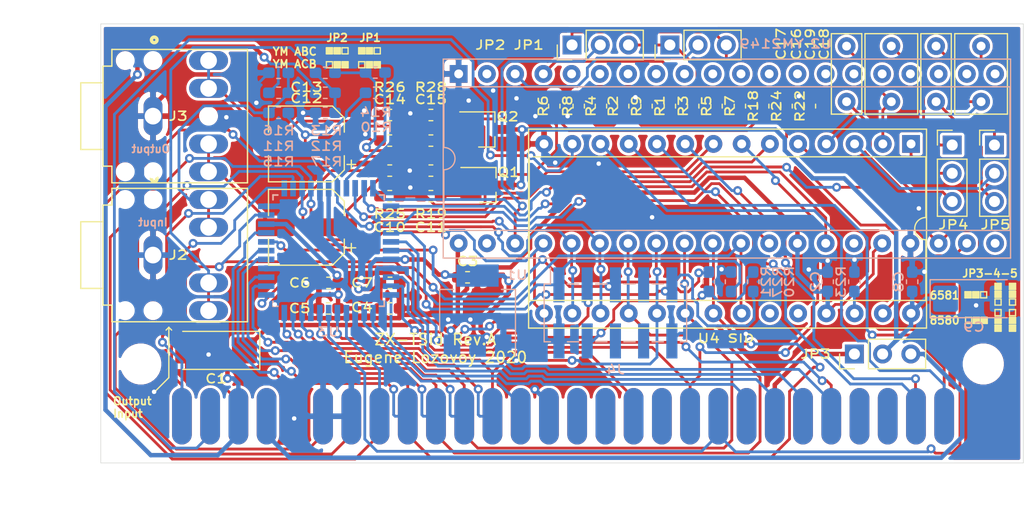
<source format=kicad_pcb>
(kicad_pcb (version 20171130) (host pcbnew "(5.1.4)-1")
  (layers (0 F.Cu signal) (31 B.Cu signal) (34 B.Paste user) (35 F.Paste user) (36 B.SilkS user) (37 F.SilkS user) (38 B.Mask user) (39 F.Mask user) (44 Edge.Cuts user))
  (net 0 "")
  (net 1 +5V)
  (net 2 +9V)
  (net 3 GND)
  (net 4 +12V)
  (net 5 +3V3)
  (net 6 A15)
  (net 7 D7)
  (net 8 D0)
  (net 9 D1)
  (net 10 D2)
  (net 11 D6)
  (net 12 D5)
  (net 13 D3)
  (net 14 D4)
  (net 15 ~IORQ)
  (net 16 A14)
  (net 17 A12)
  (net 18 ~CLKCPU)
  (net 19 A0)
  (net 20 A1)
  (net 21 A2)
  (net 22 A3)
  (net 23 ~IORQGE)
  (net 24 ~WR)
  (net 25 ~M1)
  (net 26 A8)
  (net 27 A10)
  (net 28 ~RST)
  (net 29 A7)
  (net 30 A6)
  (net 31 A5)
  (net 32 A4)
  (net 33 A9)
  (net 34 A11)
  (net 35 TDI)
  (net 36 TMS)
  (net 37 TDO)
  (net 38 TCK)
  (net 39 AY_CLK)
  (net 40 "Net-(C10-Pad1)")
  (net 41 AY_BDIR)
  (net 42 AY_BC1)
  (net 43 SID_CLK)
  (net 44 SID_CS)
  (net 45 /R)
  (net 46 /L)
  (net 47 "Net-(C17-Pad1)")
  (net 48 "Net-(C18-Pad1)")
  (net 49 "Net-(JP2-Pad2)")
  (net 50 "Net-(R1-Pad2)")
  (net 51 /AY_L)
  (net 52 /AY_R)
  (net 53 "Net-(C14-Pad1)")
  (net 54 "Net-(C19-Pad1)")
  (net 55 "Net-(J2-PadR)")
  (net 56 "Net-(J2-PadT)")
  (net 57 DAC)
  (net 58 "Net-(JP1-Pad3)")
  (net 59 "Net-(JP1-Pad2)")
  (net 60 "Net-(JP1-Pad1)")
  (net 61 "Net-(JP4-Pad2)")
  (net 62 "Net-(JP5-Pad2)")
  (net 63 "Net-(C8-Pad2)")
  (net 64 "Net-(C11-Pad2)")
  (net 65 "Net-(C13-Pad1)")
  (net 66 "Net-(C16-Pad1)")
  (net 67 "Net-(C16-Pad2)")
  (net 68 "Net-(C18-Pad2)")
  (net 69 "Net-(R18-Pad2)")
  (net 70 "Net-(R23-Pad1)")
  (module Capacitor_THT:C_Rect_L7.0mm_W4.5mm_P5.00mm (layer F.Cu) (at 176 23.2 90)
    (fp_text reference C18 (at 5.175 -14.125 90) (layer F.SilkS) (effects (font (size 0.8 1))))
    (fp_text value 470p)
    (pad 1 thru_hole circle (at 0 0 90) (size 1.6 1.6) (drill 0.8) (layers *.Cu *.Mask) (net 48 "Net-(C18-Pad1)"))
    (pad 2 thru_hole circle (at 5 0 90) (size 1.6 1.6) (drill 0.8) (layers *.Cu *.Mask) (net 68 "Net-(C18-Pad2)"))
  )
  (module Capacitor_THT:C_Rect_L7.0mm_W4.5mm_P5.00mm (layer F.Cu) (at 167.925 23.2 90)
    (fp_text reference C16 (at 5.175 -8.55 90) (layer F.SilkS) (effects (font (size 0.8 1))))
    (fp_text value 470p)
    (pad 1 thru_hole circle (at 0 0 90) (size 1.6 1.6) (drill 0.8) (layers *.Cu *.Mask) (net 66 "Net-(C16-Pad1)"))
    (pad 2 thru_hole circle (at 5 0 90) (size 1.6 1.6) (drill 0.8) (layers *.Cu *.Mask) (net 67 "Net-(C16-Pad2)"))
  )
  (module Capacitor_Tantalum_SMD:CP_EIA-6032-15_Kemet-U_Pad2.25x2.35mm_HandSolder (layer B.Cu) (at 175.35 40.925)
    (fp_text reference C9 (at 0 2.55) (layer B.SilkS) (effects (font (size 0.8 1)) (justify mirror)))
    (fp_text value 100u/16V)
    (pad 2 smd roundrect (at 2.55 0) (size 2.25 2.35) (layers B.Cu B.Paste B.Mask) (roundrect_rratio 0.111111) (net 3 GND))
    (pad 1 smd roundrect (at -2.55 0) (size 2.25 2.35) (layers B.Cu B.Paste B.Mask) (roundrect_rratio 0.111111) (net 63 "Net-(C8-Pad2)"))
  )
  (module Capacitor_Tantalum_SMD:CP_EIA-6032-15_Kemet-U_Pad2.25x2.35mm_HandSolder (layer F.Cu) (at 107.175 45.575 180)
    (fp_text reference C1 (at 0 -2.55) (layer F.SilkS) (effects (font (size 0.8 1))))
    (fp_text value 100u/16V)
    (pad 2 smd roundrect (at 2.55 0 180) (size 2.25 2.35) (layers F.Cu F.Paste F.Mask) (roundrect_rratio 0.111111) (net 3 GND))
    (pad 1 smd roundrect (at -2.55 0 180) (size 2.25 2.35) (layers F.Cu F.Paste F.Mask) (roundrect_rratio 0.111111) (net 1 +5V))
  )
  (module my:QFP80P1200X1200X120-44N (layer B.Cu) (at 117.3 36.6)
    (fp_text reference U3 (at 0 7.3) (layer B.SilkS) (effects (font (size 0.8 1)) (justify mirror)))
    (fp_text value EPM3064ATC44-10N)
    (pad 44 smd rect (at -3.9878 5.6134) (size 0.508 1.4732) (layers B.Cu B.Paste B.Mask) (net 13 D3))
    (pad 43 smd rect (at -3.2004 5.6134) (size 0.508 1.4732) (layers B.Cu B.Paste B.Mask) (net 22 A3))
    (pad 42 smd rect (at -2.3876 5.6134) (size 0.508 1.4732) (layers B.Cu B.Paste B.Mask) (net 14 D4))
    (pad 41 smd rect (at -1.6002 5.6134) (size 0.508 1.4732) (layers B.Cu B.Paste B.Mask) (net 5 +3V3))
    (pad 40 smd rect (at -0.7874 5.6134) (size 0.508 1.4732) (layers B.Cu B.Paste B.Mask) (net 15 ~IORQ))
    (pad 39 smd rect (at 0 5.6134) (size 0.508 1.4732) (layers B.Cu B.Paste B.Mask) (net 28 ~RST))
    (pad 38 smd rect (at 0.7874 5.6134) (size 0.508 1.4732) (layers B.Cu B.Paste B.Mask) (net 24 ~WR))
    (pad 37 smd rect (at 1.6002 5.6134) (size 0.508 1.4732) (layers B.Cu B.Paste B.Mask) (net 18 ~CLKCPU))
    (pad 36 smd rect (at 2.3876 5.6134) (size 0.508 1.4732) (layers B.Cu B.Paste B.Mask) (net 3 GND))
    (pad 35 smd rect (at 3.2004 5.6134) (size 0.508 1.4732) (layers B.Cu B.Paste B.Mask) (net 23 ~IORQGE))
    (pad 34 smd rect (at 3.9878 5.6134) (size 0.508 1.4732) (layers B.Cu B.Paste B.Mask) (net 29 A7))
    (pad 33 smd rect (at 5.6134 3.9878) (size 1.4732 0.508) (layers B.Cu B.Paste B.Mask) (net 30 A6))
    (pad 32 smd rect (at 5.6134 3.2004) (size 1.4732 0.508) (layers B.Cu B.Paste B.Mask) (net 37 TDO))
    (pad 31 smd rect (at 5.6134 2.3876) (size 1.4732 0.508) (layers B.Cu B.Paste B.Mask) (net 31 A5))
    (pad 30 smd rect (at 5.6134 1.6002) (size 1.4732 0.508) (layers B.Cu B.Paste B.Mask) (net 3 GND))
    (pad 29 smd rect (at 5.6134 0.7874) (size 1.4732 0.508) (layers B.Cu B.Paste B.Mask) (net 5 +3V3))
    (pad 28 smd rect (at 5.6134 0) (size 1.4732 0.508) (layers B.Cu B.Paste B.Mask) (net 32 A4))
    (pad 27 smd rect (at 5.6134 -0.7874) (size 1.4732 0.508) (layers B.Cu B.Paste B.Mask) (net 25 ~M1))
    (pad 26 smd rect (at 5.6134 -1.6002) (size 1.4732 0.508) (layers B.Cu B.Paste B.Mask) (net 38 TCK))
    (pad 25 smd rect (at 5.6134 -2.3876) (size 1.4732 0.508) (layers B.Cu B.Paste B.Mask) (net 42 AY_BC1))
    (pad 24 smd rect (at 5.6134 -3.2004) (size 1.4732 0.508) (layers B.Cu B.Paste B.Mask) (net 3 GND))
    (pad 23 smd rect (at 5.6134 -3.9878) (size 1.4732 0.508) (layers B.Cu B.Paste B.Mask) (net 41 AY_BDIR))
    (pad 22 smd rect (at 3.9878 -5.6134) (size 0.508 1.4732) (layers B.Cu B.Paste B.Mask) (net 39 AY_CLK))
    (pad 21 smd rect (at 3.2004 -5.6134) (size 0.508 1.4732) (layers B.Cu B.Paste B.Mask) (net 44 SID_CS))
    (pad 20 smd rect (at 2.3876 -5.6134) (size 0.508 1.4732) (layers B.Cu B.Paste B.Mask) (net 43 SID_CLK))
    (pad 19 smd rect (at 1.6002 -5.6134) (size 0.508 1.4732) (layers B.Cu B.Paste B.Mask) (net 57 DAC))
    (pad 18 smd rect (at 0.7874 -5.6134) (size 0.508 1.4732) (layers B.Cu B.Paste B.Mask) (net 10 D2))
    (pad 17 smd rect (at 0 -5.6134) (size 0.508 1.4732) (layers B.Cu B.Paste B.Mask) (net 5 +3V3))
    (pad 16 smd rect (at -0.7874 -5.6134) (size 0.508 1.4732) (layers B.Cu B.Paste B.Mask) (net 3 GND))
    (pad 15 smd rect (at -1.6002 -5.6134) (size 0.508 1.4732) (layers B.Cu B.Paste B.Mask) (net 9 D1))
    (pad 14 smd rect (at -2.3876 -5.6134) (size 0.508 1.4732) (layers B.Cu B.Paste B.Mask) (net 8 D0))
    (pad 13 smd rect (at -3.2004 -5.6134) (size 0.508 1.4732) (layers B.Cu B.Paste B.Mask) (net 16 A14))
    (pad 12 smd rect (at -3.9878 -5.6134) (size 0.508 1.4732) (layers B.Cu B.Paste B.Mask) (net 6 A15))
    (pad 11 smd rect (at -5.6134 -3.9878) (size 1.4732 0.508) (layers B.Cu B.Paste B.Mask) (net 3 GND))
    (pad 10 smd rect (at -5.6134 -3.2004) (size 1.4732 0.508) (layers B.Cu B.Paste B.Mask) (net 7 D7))
    (pad 9 smd rect (at -5.6134 -2.3876) (size 1.4732 0.508) (layers B.Cu B.Paste B.Mask) (net 5 +3V3))
    (pad 8 smd rect (at -5.6134 -1.6002) (size 1.4732 0.508) (layers B.Cu B.Paste B.Mask) (net 19 A0))
    (pad 7 smd rect (at -5.6134 -0.7874) (size 1.4732 0.508) (layers B.Cu B.Paste B.Mask) (net 36 TMS))
    (pad 6 smd rect (at -5.6134 0) (size 1.4732 0.508) (layers B.Cu B.Paste B.Mask) (net 11 D6))
    (pad 5 smd rect (at -5.6134 0.7874) (size 1.4732 0.508) (layers B.Cu B.Paste B.Mask) (net 20 A1))
    (pad 4 smd rect (at -5.6134 1.6002) (size 1.4732 0.508) (layers B.Cu B.Paste B.Mask) (net 3 GND))
    (pad 3 smd rect (at -5.6134 2.3876) (size 1.4732 0.508) (layers B.Cu B.Paste B.Mask) (net 12 D5))
    (pad 2 smd rect (at -5.6134 3.2004) (size 1.4732 0.508) (layers B.Cu B.Paste B.Mask) (net 21 A2))
    (pad 1 smd rect (at -5.6134 3.9878) (size 1.4732 0.508) (layers B.Cu B.Paste B.Mask) (net 35 TDI))
  )
  (module Connector_PinHeader_2.54mm:PinHeader_2x05_P2.54mm_Vertical_SMD (layer B.Cu) (at 143.1 42.2 270)
    (fp_text reference J4 (at 5.1 0) (layer B.SilkS) (effects (font (size 0.8 1)) (justify mirror)))
    (fp_text value Conn_02x05_Odd_Even)
    (pad 1 smd rect (at -2.525 5.08 270) (size 3.15 1) (layers B.Cu B.Paste B.Mask) (net 38 TCK))
    (pad 2 smd rect (at 2.525 5.08 270) (size 3.15 1) (layers B.Cu B.Paste B.Mask) (net 3 GND))
    (pad 3 smd rect (at -2.525 2.54 270) (size 3.15 1) (layers B.Cu B.Paste B.Mask) (net 37 TDO))
    (pad 4 smd rect (at 2.525 2.54 270) (size 3.15 1) (layers B.Cu B.Paste B.Mask) (net 5 +3V3))
    (pad 5 smd rect (at -2.525 0 270) (size 3.15 1) (layers B.Cu B.Paste B.Mask) (net 36 TMS))
    (pad 6 smd rect (at 2.525 0 270) (size 3.15 1) (layers B.Cu B.Paste B.Mask))
    (pad 7 smd rect (at -2.525 -2.54 270) (size 3.15 1) (layers B.Cu B.Paste B.Mask))
    (pad 8 smd rect (at 2.525 -2.54 270) (size 3.15 1) (layers B.Cu B.Paste B.Mask))
    (pad 9 smd rect (at -2.525 -5.08 270) (size 3.15 1) (layers B.Cu B.Paste B.Mask) (net 35 TDI))
    (pad 10 smd rect (at 2.525 -5.08 270) (size 3.15 1) (layers B.Cu B.Paste B.Mask) (net 3 GND))
  )
  (module Resistor_SMD:R_0603_1608Metric_Pad1.05x0.95mm_HandSolder (layer F.Cu) (at 141.8 23.6 270)
    (fp_text reference R4 (at 0 0.9 90) (layer F.SilkS) (effects (font (size 0.8 1))))
    (fp_text value 4.7k)
    (pad 1 smd roundrect (at -0.875 0 270) (size 1.05 0.95) (layers F.Cu F.Paste F.Mask) (net 51 /AY_L))
    (pad 2 smd roundrect (at 0.875 0 270) (size 1.05 0.95) (layers F.Cu F.Paste F.Mask) (net 52 /AY_R))
  )
  (module Resistor_SMD:R_0603_1608Metric_Pad1.05x0.95mm_HandSolder (layer F.Cu) (at 126.5 29.4 180)
    (fp_text reference R19 (at 0 -3.9) (layer F.SilkS) (effects (font (size 0.8 1))))
    (fp_text value 1k)
    (pad 2 smd roundrect (at 0.875 0 180) (size 1.05 0.95) (layers F.Cu F.Paste F.Mask) (net 3 GND))
    (pad 1 smd roundrect (at -0.875 0 180) (size 1.05 0.95) (layers F.Cu F.Paste F.Mask) (net 64 "Net-(C11-Pad2)"))
  )
  (module Resistor_SMD:R_0603_1608Metric_Pad1.05x0.95mm_HandSolder (layer F.Cu) (at 122.8 24.4)
    (fp_text reference R26 (at 0 -2.5) (layer F.SilkS) (effects (font (size 0.8 1))))
    (fp_text value 47k)
    (pad 1 smd roundrect (at -0.875 0) (size 1.05 0.95) (layers F.Cu F.Paste F.Mask) (net 46 /L))
    (pad 2 smd roundrect (at 0.875 0) (size 1.05 0.95) (layers F.Cu F.Paste F.Mask) (net 3 GND))
  )
  (module Resistor_SMD:R_0603_1608Metric_Pad1.05x0.95mm_HandSolder (layer F.Cu) (at 158.5 23.6 270)
    (fp_text reference R24 (at 0 0.9 90) (layer F.SilkS) (effects (font (size 0.8 1))))
    (fp_text value 22k)
    (pad 1 smd roundrect (at -0.875 0 270) (size 1.05 0.95) (layers F.Cu F.Paste F.Mask) (net 53 "Net-(C14-Pad1)"))
    (pad 2 smd roundrect (at 0.875 0 270) (size 1.05 0.95) (layers F.Cu F.Paste F.Mask) (net 69 "Net-(R18-Pad2)"))
  )
  (module Resistor_SMD:R_0603_1608Metric_Pad1.05x0.95mm_HandSolder (layer B.Cu) (at 164.6 39.4 90)
    (fp_text reference R23 (at 0 -1.2 90) (layer B.SilkS) (effects (font (size 0.8 1)) (justify mirror)))
    (fp_text value 100k)
    (pad 1 smd roundrect (at -0.875 0 90) (size 1.05 0.95) (layers B.Cu B.Paste B.Mask) (net 70 "Net-(R23-Pad1)"))
    (pad 2 smd roundrect (at 0.875 0 90) (size 1.05 0.95) (layers B.Cu B.Paste B.Mask) (net 3 GND))
  )
  (module Resistor_SMD:R_0603_1608Metric_Pad1.05x0.95mm_HandSolder (layer B.Cu) (at 117 24.2 180)
    (fp_text reference R17 (at -0.1 -4.4) (layer B.SilkS) (effects (font (size 0.8 1)) (justify mirror)))
    (fp_text value 10k)
    (pad 1 smd roundrect (at -0.875 0 180) (size 1.05 0.95) (layers B.Cu B.Paste B.Mask) (net 55 "Net-(J2-PadR)"))
    (pad 2 smd roundrect (at 0.875 0 180) (size 1.05 0.95) (layers B.Cu B.Paste B.Mask) (net 3 GND))
  )
  (module Resistor_SMD:R_0603_1608Metric_Pad1.05x0.95mm_HandSolder (layer B.Cu) (at 112.8 20.6 180)
    (fp_text reference R16 (at 0 -5.2) (layer B.SilkS) (effects (font (size 0.8 1)) (justify mirror)))
    (fp_text value 10k)
    (pad 2 smd roundrect (at 0.875 0 180) (size 1.05 0.95) (layers B.Cu B.Paste B.Mask) (net 3 GND))
    (pad 1 smd roundrect (at -0.875 0 180) (size 1.05 0.95) (layers B.Cu B.Paste B.Mask) (net 56 "Net-(J2-PadT)"))
  )
  (module Resistor_SMD:R_0603_1608Metric_Pad1.05x0.95mm_HandSolder (layer B.Cu) (at 112.8 24.2 180)
    (fp_text reference R15 (at 0 -4.4) (layer B.SilkS) (effects (font (size 0.8 1)) (justify mirror)))
    (fp_text value 10k)
    (pad 2 smd roundrect (at 0.875 0 180) (size 1.05 0.95) (layers B.Cu B.Paste B.Mask) (net 56 "Net-(J2-PadT)"))
    (pad 1 smd roundrect (at -0.875 0 180) (size 1.05 0.95) (layers B.Cu B.Paste B.Mask) (net 40 "Net-(C10-Pad1)"))
  )
  (module Resistor_SMD:R_0603_1608Metric_Pad1.05x0.95mm_HandSolder (layer B.Cu) (at 121.5 22.4 180)
    (fp_text reference R10 (at -0.1 -3.1) (layer B.SilkS) (effects (font (size 0.8 1)) (justify mirror)))
    (fp_text value 10k)
    (pad 1 smd roundrect (at -0.875 0 180) (size 1.05 0.95) (layers B.Cu B.Paste B.Mask) (net 57 DAC))
    (pad 2 smd roundrect (at 0.875 0 180) (size 1.05 0.95) (layers B.Cu B.Paste B.Mask) (net 40 "Net-(C10-Pad1)"))
  )
  (module Resistor_SMD:R_0603_1608Metric_Pad1.05x0.95mm_HandSolder (layer B.Cu) (at 117 20.6 180)
    (fp_text reference R13 (at -0.1 -5.2) (layer B.SilkS) (effects (font (size 0.8 1)) (justify mirror)))
    (fp_text value 10k)
    (pad 1 smd roundrect (at -0.875 0 180) (size 1.05 0.95) (layers B.Cu B.Paste B.Mask) (net 53 "Net-(C14-Pad1)"))
    (pad 2 smd roundrect (at 0.875 0 180) (size 1.05 0.95) (layers B.Cu B.Paste B.Mask) (net 55 "Net-(J2-PadR)"))
  )
  (module Resistor_SMD:R_0603_1608Metric_Pad1.05x0.95mm_HandSolder (layer B.Cu) (at 117 22.4)
    (fp_text reference R12 (at 0.1 4.8) (layer B.SilkS) (effects (font (size 0.8 1)) (justify mirror)))
    (fp_text value 10k)
    (pad 1 smd roundrect (at -0.875 0) (size 1.05 0.95) (layers B.Cu B.Paste B.Mask) (net 1 +5V))
    (pad 2 smd roundrect (at 0.875 0) (size 1.05 0.95) (layers B.Cu B.Paste B.Mask) (net 55 "Net-(J2-PadR)"))
  )
  (module Resistor_SMD:R_0603_1608Metric_Pad1.05x0.95mm_HandSolder (layer B.Cu) (at 112.8 22.4)
    (fp_text reference R11 (at 0 4.8) (layer B.SilkS) (effects (font (size 0.8 1)) (justify mirror)))
    (fp_text value 10k)
    (pad 2 smd roundrect (at 0.875 0) (size 1.05 0.95) (layers B.Cu B.Paste B.Mask) (net 56 "Net-(J2-PadT)"))
    (pad 1 smd roundrect (at -0.875 0) (size 1.05 0.95) (layers B.Cu B.Paste B.Mask) (net 1 +5V))
  )
  (module Resistor_SMD:R_0603_1608Metric_Pad1.05x0.95mm_HandSolder (layer B.Cu) (at 121.5 20.575 180)
    (fp_text reference R14 (at -0.05 -3.57) (layer B.SilkS) (effects (font (size 0.8 1)) (justify mirror)))
    (fp_text value 10k)
    (pad 1 smd roundrect (at -0.875 0 180) (size 1.05 0.95) (layers B.Cu B.Paste B.Mask) (net 57 DAC))
    (pad 2 smd roundrect (at 0.875 0 180) (size 1.05 0.95) (layers B.Cu B.Paste B.Mask) (net 53 "Net-(C14-Pad1)"))
  )
  (module Resistor_SMD:R_0603_1608Metric_Pad1.05x0.95mm_HandSolder (layer F.Cu) (at 145.9 23.6 90)
    (fp_text reference R9 (at 0 -0.9 90) (layer F.SilkS) (effects (font (size 0.8 1))))
    (fp_text value 1k)
    (pad 1 smd roundrect (at -0.875 0 90) (size 1.05 0.95) (layers F.Cu F.Paste F.Mask) (net 51 /AY_L))
    (pad 2 smd roundrect (at 0.875 0 90) (size 1.05 0.95) (layers F.Cu F.Paste F.Mask) (net 3 GND))
  )
  (module Resistor_SMD:R_0603_1608Metric_Pad1.05x0.95mm_HandSolder (layer F.Cu) (at 139.8 23.6 270)
    (fp_text reference R8 (at 0 1 90) (layer F.SilkS) (effects (font (size 0.8 1))))
    (fp_text value 1k)
    (pad 1 smd roundrect (at -0.875 0 270) (size 1.05 0.95) (layers F.Cu F.Paste F.Mask) (net 52 /AY_R))
    (pad 2 smd roundrect (at 0.875 0 270) (size 1.05 0.95) (layers F.Cu F.Paste F.Mask) (net 3 GND))
  )
  (module Resistor_SMD:R_0603_1608Metric_Pad1.05x0.95mm_HandSolder (layer F.Cu) (at 154.3 23.6 90)
    (fp_text reference R7 (at 0 -0.9 90) (layer F.SilkS) (effects (font (size 0.8 1))))
    (fp_text value 1k)
    (pad 1 smd roundrect (at -0.875 0 90) (size 1.05 0.95) (layers F.Cu F.Paste F.Mask) (net 52 /AY_R))
    (pad 2 smd roundrect (at 0.875 0 90) (size 1.05 0.95) (layers F.Cu F.Paste F.Mask) (net 58 "Net-(JP1-Pad3)"))
  )
  (module Resistor_SMD:R_0603_1608Metric_Pad1.05x0.95mm_HandSolder (layer F.Cu) (at 137.6 23.6 90)
    (fp_text reference R6 (at 0 -1 90) (layer F.SilkS) (effects (font (size 0.8 1))))
    (fp_text value 10k)
    (pad 1 smd roundrect (at -0.875 0 90) (size 1.05 0.95) (layers F.Cu F.Paste F.Mask) (net 40 "Net-(C10-Pad1)"))
    (pad 2 smd roundrect (at 0.875 0 90) (size 1.05 0.95) (layers F.Cu F.Paste F.Mask) (net 52 /AY_R))
  )
  (module Resistor_SMD:R_0603_1608Metric_Pad1.05x0.95mm_HandSolder (layer F.Cu) (at 152.2 23.6 90)
    (fp_text reference R5 (at 0 -0.9 90) (layer F.SilkS) (effects (font (size 0.8 1))))
    (fp_text value 2k)
    (pad 1 smd roundrect (at -0.875 0 90) (size 1.05 0.95) (layers F.Cu F.Paste F.Mask) (net 52 /AY_R))
    (pad 2 smd roundrect (at 0.875 0 90) (size 1.05 0.95) (layers F.Cu F.Paste F.Mask) (net 60 "Net-(JP1-Pad1)"))
  )
  (module Resistor_SMD:R_0603_1608Metric_Pad1.05x0.95mm_HandSolder (layer F.Cu) (at 150.1 23.6 90)
    (fp_text reference R3 (at 0 -0.9 90) (layer F.SilkS) (effects (font (size 0.8 1))))
    (fp_text value 2k)
    (pad 1 smd roundrect (at -0.875 0 90) (size 1.05 0.95) (layers F.Cu F.Paste F.Mask) (net 51 /AY_L))
    (pad 2 smd roundrect (at 0.875 0 90) (size 1.05 0.95) (layers F.Cu F.Paste F.Mask) (net 60 "Net-(JP1-Pad1)"))
  )
  (module Resistor_SMD:R_0603_1608Metric_Pad1.05x0.95mm_HandSolder (layer F.Cu) (at 143.8 23.6 90)
    (fp_text reference R2 (at 0 -0.9 90) (layer F.SilkS) (effects (font (size 0.8 1))))
    (fp_text value 10k)
    (pad 1 smd roundrect (at -0.875 0 90) (size 1.05 0.95) (layers F.Cu F.Paste F.Mask) (net 53 "Net-(C14-Pad1)"))
    (pad 2 smd roundrect (at 0.875 0 90) (size 1.05 0.95) (layers F.Cu F.Paste F.Mask) (net 51 /AY_L))
  )
  (module Resistor_SMD:R_0603_1608Metric_Pad1.05x0.95mm_HandSolder (layer F.Cu) (at 148 23.6 90)
    (fp_text reference R1 (at 0 -0.9 90) (layer F.SilkS) (effects (font (size 0.8 1))))
    (fp_text value 1k)
    (pad 2 smd roundrect (at 0.875 0 90) (size 1.05 0.95) (layers F.Cu F.Paste F.Mask) (net 50 "Net-(R1-Pad2)"))
    (pad 1 smd roundrect (at -0.875 0 90) (size 1.05 0.95) (layers F.Cu F.Paste F.Mask) (net 51 /AY_L))
  )
  (module Package_TO_SOT_SMD:SOT-23_Handsoldering (layer F.Cu) (at 131.6 30.7)
    (fp_text reference Q1 (at 1.9 -1.15) (layer F.SilkS) (effects (font (size 0.8 1))))
    (fp_text value BC847)
    (pad 3 smd rect (at 1.5 0) (size 1.9 0.8) (layers F.Cu F.Paste F.Mask) (net 63 "Net-(C8-Pad2)"))
    (pad 2 smd rect (at -1.5 0.95) (size 1.9 0.8) (layers F.Cu F.Paste F.Mask) (net 64 "Net-(C11-Pad2)"))
    (pad 1 smd rect (at -1.5 -0.95) (size 1.9 0.8) (layers F.Cu F.Paste F.Mask) (net 40 "Net-(C10-Pad1)"))
  )
  (module Connector_PinHeader_2.54mm:PinHeader_1x03_P2.54mm_Vertical (layer F.Cu) (at 177.2 27.1)
    (fp_text reference JP5 (at 0.1 7.17) (layer F.SilkS) (effects (font (size 0.8 1))))
    (fp_text value Jumper_3_Open hide)
    (pad 1 thru_hole rect (at 0 0) (size 1.7 1.7) (drill 1) (layers *.Cu *.Mask) (net 68 "Net-(C18-Pad2)"))
    (pad 2 thru_hole oval (at 0 2.54) (size 1.7 1.7) (drill 1) (layers *.Cu *.Mask) (net 62 "Net-(JP5-Pad2)"))
    (pad 3 thru_hole oval (at 0 5.08) (size 1.7 1.7) (drill 1) (layers *.Cu *.Mask) (net 54 "Net-(C19-Pad1)"))
  )
  (module Connector_PinHeader_2.54mm:PinHeader_1x03_P2.54mm_Vertical (layer F.Cu) (at 173.4 27.1)
    (fp_text reference JP4 (at 0.1 7.17) (layer F.SilkS) (effects (font (size 0.8 1))))
    (fp_text value Jumper_3_Open hide)
    (pad 1 thru_hole rect (at 0 0) (size 1.7 1.7) (drill 1) (layers *.Cu *.Mask) (net 67 "Net-(C16-Pad2)"))
    (pad 2 thru_hole oval (at 0 2.54) (size 1.7 1.7) (drill 1) (layers *.Cu *.Mask) (net 61 "Net-(JP4-Pad2)"))
    (pad 3 thru_hole oval (at 0 5.08) (size 1.7 1.7) (drill 1) (layers *.Cu *.Mask) (net 47 "Net-(C17-Pad1)"))
  )
  (module Connector_PinHeader_2.54mm:PinHeader_1x03_P2.54mm_Vertical (layer F.Cu) (at 164.6 45.9 90)
    (fp_text reference JP3 (at 0 -3.5 180) (layer F.SilkS) (effects (font (size 0.8 1))))
    (fp_text value Jumper_3_Open hide)
    (pad 1 thru_hole rect (at 0 0 90) (size 1.7 1.7) (drill 1) (layers *.Cu *.Mask) (net 4 +12V))
    (pad 2 thru_hole oval (at 0 2.54 90) (size 1.7 1.7) (drill 1) (layers *.Cu *.Mask) (net 63 "Net-(C8-Pad2)"))
    (pad 3 thru_hole oval (at 0 5.08 90) (size 1.7 1.7) (drill 1) (layers *.Cu *.Mask) (net 2 +9V))
  )
  (module Connector_PinHeader_2.54mm:PinHeader_1x03_P2.54mm_Vertical (layer F.Cu) (at 139.2 18.1 90)
    (fp_text reference JP2 (at 0 -7.35) (layer F.SilkS) (effects (font (size 0.8 1))))
    (fp_text value Jumper_3_Open hide)
    (pad 1 thru_hole rect (at 0 0 90) (size 1.7 1.7) (drill 1) (layers *.Cu *.Mask) (net 58 "Net-(JP1-Pad3)"))
    (pad 2 thru_hole oval (at 0 2.54 90) (size 1.7 1.7) (drill 1) (layers *.Cu *.Mask) (net 49 "Net-(JP2-Pad2)"))
    (pad 3 thru_hole oval (at 0 5.08 90) (size 1.7 1.7) (drill 1) (layers *.Cu *.Mask) (net 60 "Net-(JP1-Pad1)"))
  )
  (module Connector_PinHeader_2.54mm:PinHeader_1x03_P2.54mm_Vertical (layer F.Cu) (at 148 18.1 90)
    (fp_text reference JP1 (at 0 -12.7) (layer F.SilkS) (effects (font (size 0.8 1))))
    (fp_text value Jumper_3_Open hide)
    (pad 1 thru_hole rect (at 0 0 90) (size 1.7 1.7) (drill 1) (layers *.Cu *.Mask) (net 60 "Net-(JP1-Pad1)"))
    (pad 2 thru_hole oval (at 0 2.54 90) (size 1.7 1.7) (drill 1) (layers *.Cu *.Mask) (net 59 "Net-(JP1-Pad2)"))
    (pad 3 thru_hole oval (at 0 5.08 90) (size 1.7 1.7) (drill 1) (layers *.Cu *.Mask) (net 58 "Net-(JP1-Pad3)"))
  )
  (module Capacitor_THT:C_Rect_L7.0mm_W2.5mm_P5.00mm (layer F.Cu) (at 171.95 23.2 90)
    (fp_text reference C19 (at 5.175 -11.325 90) (layer F.SilkS) (effects (font (size 0.8 1))))
    (fp_text value 22n)
    (pad 1 thru_hole circle (at 0 0 90) (size 1.6 1.6) (drill 0.8) (layers *.Cu *.Mask) (net 54 "Net-(C19-Pad1)"))
    (pad 2 thru_hole circle (at 5 0 90) (size 1.6 1.6) (drill 0.8) (layers *.Cu *.Mask) (net 48 "Net-(C18-Pad1)"))
  )
  (module Capacitor_THT:C_Rect_L7.0mm_W2.5mm_P5.00mm (layer F.Cu) (at 163.9 23.2 90)
    (fp_text reference C17 (at 5.2 -5.9 270) (layer F.SilkS) (effects (font (size 0.8 1))))
    (fp_text value 22n)
    (pad 2 thru_hole circle (at 5 0 90) (size 1.6 1.6) (drill 0.8) (layers *.Cu *.Mask) (net 66 "Net-(C16-Pad1)"))
    (pad 1 thru_hole circle (at 0 0 90) (size 1.6 1.6) (drill 0.8) (layers *.Cu *.Mask) (net 47 "Net-(C17-Pad1)"))
  )
  (module Capacitor_SMD:C_0603_1608Metric_Pad1.05x0.95mm_HandSolder (layer F.Cu) (at 126.5 31.7)
    (fp_text reference C11 (at 0 2.8) (layer F.SilkS) (effects (font (size 0.8 1))))
    (fp_text value 470p)
    (pad 1 smd roundrect (at -0.875 0) (size 1.05 0.95) (layers F.Cu F.Paste F.Mask) (net 40 "Net-(C10-Pad1)"))
    (pad 2 smd roundrect (at 0.875 0) (size 1.05 0.95) (layers F.Cu F.Paste F.Mask) (net 64 "Net-(C11-Pad2)"))
  )
  (module Capacitor_SMD:C_0603_1608Metric_Pad1.05x0.95mm_HandSolder (layer F.Cu) (at 122.8 31.7 180)
    (fp_text reference C10 (at 0 -2.8) (layer F.SilkS) (effects (font (size 0.8 1))))
    (fp_text value 1n)
    (pad 2 smd roundrect (at 0.875 0 180) (size 1.05 0.95) (layers F.Cu F.Paste F.Mask) (net 3 GND))
    (pad 1 smd roundrect (at -0.875 0 180) (size 1.05 0.95) (layers F.Cu F.Paste F.Mask) (net 40 "Net-(C10-Pad1)"))
  )
  (module Capacitor_SMD:CP_Elec_6.3x5.4 (layer F.Cu) (at 115.3 34.5 180)
    (fp_text reference C12 (at 0 11.6 180) (layer F.SilkS) (effects (font (size 0.8 1))))
    (fp_text value 10u)
    (pad 2 smd roundrect (at 2.8 0 180) (size 3.5 1.6) (layers F.Cu F.Paste F.Mask) (roundrect_rratio 0.15625) (net 45 /R))
    (pad 1 smd roundrect (at -2.8 0 180) (size 3.5 1.6) (layers F.Cu F.Paste F.Mask) (roundrect_rratio 0.15625) (net 64 "Net-(C11-Pad2)"))
  )
  (module Resistor_SMD:R_0603_1608Metric_Pad1.05x0.95mm_HandSolder (layer F.Cu) (at 122.8 29.4)
    (fp_text reference R25 (at 0 3.9) (layer F.SilkS) (effects (font (size 0.8 1))))
    (fp_text value 47k)
    (pad 1 smd roundrect (at -0.875 0) (size 1.05 0.95) (layers F.Cu F.Paste F.Mask) (net 45 /R))
    (pad 2 smd roundrect (at 0.875 0) (size 1.05 0.95) (layers F.Cu F.Paste F.Mask) (net 3 GND))
  )
  (module Resistor_SMD:R_0603_1608Metric_Pad1.05x0.95mm_HandSolder (layer F.Cu) (at 126.5 24.4 180)
    (fp_text reference R28 (at 0 2.5) (layer F.SilkS) (effects (font (size 0.8 1))))
    (fp_text value 1k)
    (pad 2 smd roundrect (at 0.875 0 180) (size 1.05 0.95) (layers F.Cu F.Paste F.Mask) (net 3 GND))
    (pad 1 smd roundrect (at -0.875 0 180) (size 1.05 0.95) (layers F.Cu F.Paste F.Mask) (net 65 "Net-(C13-Pad1)"))
  )
  (module Resistor_SMD:R_0603_1608Metric_Pad1.05x0.95mm_HandSolder (layer F.Cu) (at 160.6 23.6 90)
    (fp_text reference R22 (at 0 -0.9 90) (layer F.SilkS) (effects (font (size 0.8 1))))
    (fp_text value 1k)
    (pad 1 smd roundrect (at -0.875 0 90) (size 1.05 0.95) (layers F.Cu F.Paste F.Mask) (net 69 "Net-(R18-Pad2)"))
    (pad 2 smd roundrect (at 0.875 0 90) (size 1.05 0.95) (layers F.Cu F.Paste F.Mask) (net 3 GND))
  )
  (module Resistor_SMD:R_0603_1608Metric_Pad1.05x0.95mm_HandSolder (layer F.Cu) (at 156.4 23.6 270)
    (fp_text reference R18 (at 0 0.9 90) (layer F.SilkS) (effects (font (size 0.8 1))))
    (fp_text value 22k)
    (pad 1 smd roundrect (at -0.875 0 270) (size 1.05 0.95) (layers F.Cu F.Paste F.Mask) (net 40 "Net-(C10-Pad1)"))
    (pad 2 smd roundrect (at 0.875 0 270) (size 1.05 0.95) (layers F.Cu F.Paste F.Mask) (net 69 "Net-(R18-Pad2)"))
  )
  (module Package_TO_SOT_SMD:SOT-23_Handsoldering (layer F.Cu) (at 131.5 25.7)
    (fp_text reference Q2 (at 1.9 -1.15) (layer F.SilkS) (effects (font (size 0.8 1))))
    (fp_text value BC847)
    (pad 3 smd rect (at 1.5 0) (size 1.9 0.8) (layers F.Cu F.Paste F.Mask) (net 63 "Net-(C8-Pad2)"))
    (pad 2 smd rect (at -1.5 0.95) (size 1.9 0.8) (layers F.Cu F.Paste F.Mask) (net 65 "Net-(C13-Pad1)"))
    (pad 1 smd rect (at -1.5 -0.95) (size 1.9 0.8) (layers F.Cu F.Paste F.Mask) (net 53 "Net-(C14-Pad1)"))
  )
  (module Capacitor_SMD:CP_Elec_6.3x5.4 (layer F.Cu) (at 115.3 27 180)
    (fp_text reference C13 (at 0 5.1) (layer F.SilkS) (effects (font (size 0.8 1))))
    (fp_text value 10u)
    (pad 2 smd roundrect (at 2.8 0 180) (size 3.5 1.6) (layers F.Cu F.Paste F.Mask) (roundrect_rratio 0.15625) (net 46 /L))
    (pad 1 smd roundrect (at -2.8 0 180) (size 3.5 1.6) (layers F.Cu F.Paste F.Mask) (roundrect_rratio 0.15625) (net 65 "Net-(C13-Pad1)"))
  )
  (module Capacitor_SMD:C_0603_1608Metric_Pad1.05x0.95mm_HandSolder (layer F.Cu) (at 126.5 26.7)
    (fp_text reference C15 (at 0 -3.7) (layer F.SilkS) (effects (font (size 0.8 1))))
    (fp_text value 470p)
    (pad 1 smd roundrect (at -0.875 0) (size 1.05 0.95) (layers F.Cu F.Paste F.Mask) (net 53 "Net-(C14-Pad1)"))
    (pad 2 smd roundrect (at 0.875 0) (size 1.05 0.95) (layers F.Cu F.Paste F.Mask) (net 65 "Net-(C13-Pad1)"))
  )
  (module Capacitor_SMD:C_0603_1608Metric_Pad1.05x0.95mm_HandSolder (layer F.Cu) (at 122.8 26.7 180)
    (fp_text reference C14 (at 0 3.7) (layer F.SilkS) (effects (font (size 0.8 1))))
    (fp_text value 1n)
    (pad 2 smd roundrect (at 0.875 0 180) (size 1.05 0.95) (layers F.Cu F.Paste F.Mask) (net 3 GND))
    (pad 1 smd roundrect (at -0.875 0 180) (size 1.05 0.95) (layers F.Cu F.Paste F.Mask) (net 53 "Net-(C14-Pad1)"))
  )
  (module Capacitor_SMD:C_0603_1608Metric_Pad1.05x0.95mm_HandSolder (layer B.Cu) (at 169.8 39.4 270)
    (fp_text reference C8 (at 0 1.2 90) (layer B.SilkS) (effects (font (size 0.8 1)) (justify mirror)))
    (fp_text value 100n)
    (pad 2 smd roundrect (at 0.875 0 270) (size 1.05 0.95) (layers B.Cu B.Paste B.Mask) (net 63 "Net-(C8-Pad2)"))
    (pad 1 smd roundrect (at -0.875 0 270) (size 1.05 0.95) (layers B.Cu B.Paste B.Mask) (net 3 GND))
  )
  (module Capacitor_SMD:C_0603_1608Metric_Pad1.05x0.95mm_HandSolder (layer B.Cu) (at 162.2 39.4 90)
    (fp_text reference C2 (at 0 -1.1 90) (layer B.SilkS) (effects (font (size 0.8 1)) (justify mirror)))
    (fp_text value 100n)
    (pad 2 smd roundrect (at 0.875 0 90) (size 1.05 0.95) (layers B.Cu B.Paste B.Mask) (net 3 GND))
    (pad 1 smd roundrect (at -0.875 0 90) (size 1.05 0.95) (layers B.Cu B.Paste B.Mask) (net 1 +5V))
  )
  (module Resistor_SMD:R_0603_1608Metric_Pad1.05x0.95mm_HandSolder (layer B.Cu) (at 153.5 39.4 90)
    (fp_text reference R27 (at 0 4.2 90) (layer B.SilkS) (effects (font (size 0.8 1)) (justify mirror)))
    (fp_text value 10k)
    (pad 1 smd roundrect (at -0.875 0 90) (size 1.05 0.95) (layers B.Cu B.Paste B.Mask) (net 38 TCK))
    (pad 2 smd roundrect (at 0.875 0 90) (size 1.05 0.95) (layers B.Cu B.Paste B.Mask) (net 3 GND))
  )
  (module Resistor_SMD:R_0603_1608Metric_Pad1.05x0.95mm_HandSolder (layer B.Cu) (at 151.5 39.4 270)
    (fp_text reference R21 (at 0 -5.15 90) (layer B.SilkS) (effects (font (size 0.8 1)) (justify mirror)))
    (fp_text value 10k)
    (pad 1 smd roundrect (at -0.875 0 270) (size 1.05 0.95) (layers B.Cu B.Paste B.Mask) (net 36 TMS))
    (pad 2 smd roundrect (at 0.875 0 270) (size 1.05 0.95) (layers B.Cu B.Paste B.Mask) (net 5 +3V3))
  )
  (module Resistor_SMD:R_0603_1608Metric_Pad1.05x0.95mm_HandSolder (layer B.Cu) (at 155.5 39.4 270)
    (fp_text reference R20 (at 0 -3.25 90) (layer B.SilkS) (effects (font (size 0.8 1)) (justify mirror)))
    (fp_text value 10k)
    (pad 1 smd roundrect (at -0.875 0 270) (size 1.05 0.95) (layers B.Cu B.Paste B.Mask) (net 5 +3V3))
    (pad 2 smd roundrect (at 0.875 0 270) (size 1.05 0.95) (layers B.Cu B.Paste B.Mask) (net 35 TDI))
  )
  (module Capacitor_SMD:C_0603_1608Metric_Pad1.05x0.95mm_HandSolder (layer F.Cu) (at 122.825 39.5)
    (fp_text reference C7 (at -2.525 0) (layer F.SilkS) (effects (font (size 0.8 1))))
    (fp_text value 100n)
    (pad 1 smd roundrect (at -0.875 0) (size 1.05 0.95) (layers F.Cu F.Paste F.Mask) (net 5 +3V3))
    (pad 2 smd roundrect (at 0.875 0) (size 1.05 0.95) (layers F.Cu F.Paste F.Mask) (net 3 GND))
  )
  (module Capacitor_SMD:C_0603_1608Metric_Pad1.05x0.95mm_HandSolder (layer F.Cu) (at 117.3 39.5 180)
    (fp_text reference C6 (at 2.6 0) (layer F.SilkS) (effects (font (size 0.8 1))))
    (fp_text value 100n)
    (pad 1 smd roundrect (at -0.875 0 180) (size 1.05 0.95) (layers F.Cu F.Paste F.Mask) (net 5 +3V3))
    (pad 2 smd roundrect (at 0.875 0 180) (size 1.05 0.95) (layers F.Cu F.Paste F.Mask) (net 3 GND))
  )
  (module Capacitor_SMD:C_0603_1608Metric_Pad1.05x0.95mm_HandSolder (layer F.Cu) (at 117.275 41.8 180)
    (fp_text reference C5 (at 2.575 0) (layer F.SilkS) (effects (font (size 0.8 1))))
    (fp_text value 100n)
    (pad 2 smd roundrect (at 0.875 0 180) (size 1.05 0.95) (layers F.Cu F.Paste F.Mask) (net 3 GND))
    (pad 1 smd roundrect (at -0.875 0 180) (size 1.05 0.95) (layers F.Cu F.Paste F.Mask) (net 5 +3V3))
  )
  (module Capacitor_SMD:C_0603_1608Metric_Pad1.05x0.95mm_HandSolder (layer F.Cu) (at 122.8 41.8)
    (fp_text reference C4 (at -2.5 -0.1) (layer F.SilkS) (effects (font (size 0.8 1))))
    (fp_text value 100n)
    (pad 2 smd roundrect (at 0.875 0) (size 1.05 0.95) (layers F.Cu F.Paste F.Mask) (net 3 GND))
    (pad 1 smd roundrect (at -0.875 0) (size 1.05 0.95) (layers F.Cu F.Paste F.Mask) (net 5 +3V3))
  )
  (module Capacitor_SMD:C_0603_1608Metric_Pad1.05x0.95mm_HandSolder (layer F.Cu) (at 129.8 39)
    (fp_text reference C3 (at 0 -1.43 -180) (layer F.SilkS) (effects (font (size 0.8 1))))
    (fp_text value 100n)
    (pad 2 smd roundrect (at 0.875 0) (size 1.05 0.95) (layers F.Cu F.Paste F.Mask) (net 3 GND))
    (pad 1 smd roundrect (at -0.875 0) (size 1.05 0.95) (layers F.Cu F.Paste F.Mask) (net 1 +5V))
  )
  (module MountingHole:MountingHole_3.2mm_M3 (layer F.Cu) (at 100.4 46.8)
    (fp_text reference H2 hide)
    (fp_text value MountingHole hide)
    (pad 1 np_thru_hole circle (at 0 0) (size 3.2 3.2) (drill 3.2) (layers *.Cu *.Mask))
  )
  (module MountingHole:MountingHole_3.2mm_M3 (layer F.Cu) (at 176.2 46.8)
    (fp_text reference H1 hide)
    (fp_text value MountingHole hide)
    (pad 1 np_thru_hole circle (at 0 0) (size 3.2 3.2) (drill 3.2) (layers *.Cu *.Mask))
  )
  (module Package_TO_SOT_SMD:SOT-223-3_TabPin2 (layer B.Cu) (at 130.7 42 90)
    (fp_text reference U1 (at 3.2 3.5 180) (layer B.SilkS) (effects (font (size 0.8 1)) (justify mirror)))
    (fp_text value AMS1117-3.3)
    (pad 1 smd rect (at -3.15 2.3 90) (size 2 1.5) (layers B.Cu B.Paste B.Mask) (net 3 GND))
    (pad 3 smd rect (at -3.15 -2.3 90) (size 2 1.5) (layers B.Cu B.Paste B.Mask) (net 1 +5V))
    (pad 2 smd rect (at -3.15 0 90) (size 2 1.5) (layers B.Cu B.Paste B.Mask) (net 5 +3V3))
    (pad 2 smd rect (at 3.15 0 90) (size 2 3.8) (layers B.Cu B.Paste B.Mask) (net 5 +3V3))
  )
  (module Package_DIP:DIP-40_W15.24mm_Socket (layer B.Cu) (at 129 20.7 270)
    (fp_text reference U2 (at -2.7 -32.6) (layer B.SilkS) (effects (font (size 0.8 1)) (justify mirror)))
    (fp_text value YM2149)
    (fp_text user YM2149 (at -2.7 -28.15) (layer B.SilkS) (effects (font (size 0.8 1)) (justify mirror)))
    (pad 40 thru_hole oval (at 15.24 0 270) (size 1.6 1.6) (drill 0.8) (layers *.Cu *.Mask) (net 1 +5V))
    (pad 20 thru_hole oval (at 0 -48.26 270) (size 1.6 1.6) (drill 0.8) (layers *.Cu *.Mask))
    (pad 39 thru_hole oval (at 15.24 -2.54 270) (size 1.6 1.6) (drill 0.8) (layers *.Cu *.Mask))
    (pad 19 thru_hole oval (at 0 -45.72 270) (size 1.6 1.6) (drill 0.8) (layers *.Cu *.Mask))
    (pad 38 thru_hole oval (at 15.24 -5.08 270) (size 1.6 1.6) (drill 0.8) (layers *.Cu *.Mask) (net 49 "Net-(JP2-Pad2)"))
    (pad 18 thru_hole oval (at 0 -43.18 270) (size 1.6 1.6) (drill 0.8) (layers *.Cu *.Mask))
    (pad 37 thru_hole oval (at 15.24 -7.62 270) (size 1.6 1.6) (drill 0.8) (layers *.Cu *.Mask) (net 8 D0))
    (pad 17 thru_hole oval (at 0 -40.64 270) (size 1.6 1.6) (drill 0.8) (layers *.Cu *.Mask))
    (pad 36 thru_hole oval (at 15.24 -10.16 270) (size 1.6 1.6) (drill 0.8) (layers *.Cu *.Mask) (net 9 D1))
    (pad 16 thru_hole oval (at 0 -38.1 270) (size 1.6 1.6) (drill 0.8) (layers *.Cu *.Mask))
    (pad 35 thru_hole oval (at 15.24 -12.7 270) (size 1.6 1.6) (drill 0.8) (layers *.Cu *.Mask) (net 10 D2))
    (pad 15 thru_hole oval (at 0 -35.56 270) (size 1.6 1.6) (drill 0.8) (layers *.Cu *.Mask))
    (pad 34 thru_hole oval (at 15.24 -15.24 270) (size 1.6 1.6) (drill 0.8) (layers *.Cu *.Mask) (net 13 D3))
    (pad 14 thru_hole oval (at 0 -33.02 270) (size 1.6 1.6) (drill 0.8) (layers *.Cu *.Mask))
    (pad 33 thru_hole oval (at 15.24 -17.78 270) (size 1.6 1.6) (drill 0.8) (layers *.Cu *.Mask) (net 14 D4))
    (pad 13 thru_hole oval (at 0 -30.48 270) (size 1.6 1.6) (drill 0.8) (layers *.Cu *.Mask))
    (pad 32 thru_hole oval (at 15.24 -20.32 270) (size 1.6 1.6) (drill 0.8) (layers *.Cu *.Mask) (net 12 D5))
    (pad 12 thru_hole oval (at 0 -27.94 270) (size 1.6 1.6) (drill 0.8) (layers *.Cu *.Mask))
    (pad 31 thru_hole oval (at 15.24 -22.86 270) (size 1.6 1.6) (drill 0.8) (layers *.Cu *.Mask) (net 11 D6))
    (pad 11 thru_hole oval (at 0 -25.4 270) (size 1.6 1.6) (drill 0.8) (layers *.Cu *.Mask))
    (pad 30 thru_hole oval (at 15.24 -25.4 270) (size 1.6 1.6) (drill 0.8) (layers *.Cu *.Mask) (net 7 D7))
    (pad 10 thru_hole oval (at 0 -22.86 270) (size 1.6 1.6) (drill 0.8) (layers *.Cu *.Mask))
    (pad 29 thru_hole oval (at 15.24 -27.94 270) (size 1.6 1.6) (drill 0.8) (layers *.Cu *.Mask) (net 42 AY_BC1))
    (pad 9 thru_hole oval (at 0 -20.32 270) (size 1.6 1.6) (drill 0.8) (layers *.Cu *.Mask))
    (pad 28 thru_hole oval (at 15.24 -30.48 270) (size 1.6 1.6) (drill 0.8) (layers *.Cu *.Mask) (net 1 +5V))
    (pad 8 thru_hole oval (at 0 -17.78 270) (size 1.6 1.6) (drill 0.8) (layers *.Cu *.Mask))
    (pad 27 thru_hole oval (at 15.24 -33.02 270) (size 1.6 1.6) (drill 0.8) (layers *.Cu *.Mask) (net 41 AY_BDIR))
    (pad 7 thru_hole oval (at 0 -15.24 270) (size 1.6 1.6) (drill 0.8) (layers *.Cu *.Mask))
    (pad 26 thru_hole oval (at 15.24 -35.56 270) (size 1.6 1.6) (drill 0.8) (layers *.Cu *.Mask))
    (pad 6 thru_hole oval (at 0 -12.7 270) (size 1.6 1.6) (drill 0.8) (layers *.Cu *.Mask))
    (pad 25 thru_hole oval (at 15.24 -38.1 270) (size 1.6 1.6) (drill 0.8) (layers *.Cu *.Mask) (net 1 +5V))
    (pad 5 thru_hole oval (at 0 -10.16 270) (size 1.6 1.6) (drill 0.8) (layers *.Cu *.Mask))
    (pad 24 thru_hole oval (at 15.24 -40.64 270) (size 1.6 1.6) (drill 0.8) (layers *.Cu *.Mask) (net 3 GND))
    (pad 4 thru_hole oval (at 0 -7.62 270) (size 1.6 1.6) (drill 0.8) (layers *.Cu *.Mask) (net 50 "Net-(R1-Pad2)"))
    (pad 23 thru_hole oval (at 15.24 -43.18 270) (size 1.6 1.6) (drill 0.8) (layers *.Cu *.Mask) (net 28 ~RST))
    (pad 3 thru_hole oval (at 0 -5.08 270) (size 1.6 1.6) (drill 0.8) (layers *.Cu *.Mask) (net 59 "Net-(JP1-Pad2)"))
    (pad 22 thru_hole oval (at 15.24 -45.72 270) (size 1.6 1.6) (drill 0.8) (layers *.Cu *.Mask) (net 39 AY_CLK))
    (pad 2 thru_hole oval (at 0 -2.54 270) (size 1.6 1.6) (drill 0.8) (layers *.Cu *.Mask))
    (pad 21 thru_hole oval (at 15.24 -48.26 270) (size 1.6 1.6) (drill 0.8) (layers *.Cu *.Mask))
    (pad 1 thru_hole rect (at 0 0 270) (size 1.6 1.6) (drill 0.8) (layers *.Cu *.Mask) (net 3 GND))
  )
  (module Package_DIP:DIP-28_W15.24mm_Socket (layer F.Cu) (at 169.7 27 270)
    (fp_text reference U4 (at 17.5 18.2 180) (layer F.SilkS) (effects (font (size 0.8 1))))
    (fp_text value 8580)
    (fp_text user SID (at 17.5 15.3) (layer F.SilkS) (effects (font (size 0.7 1))))
    (pad 28 thru_hole oval (at 15.24 0 270) (size 1.6 1.6) (drill 0.8) (layers *.Cu *.Mask) (net 63 "Net-(C8-Pad2)"))
    (pad 14 thru_hole oval (at 0 33.02 270) (size 1.6 1.6) (drill 0.8) (layers *.Cu *.Mask) (net 3 GND))
    (pad 27 thru_hole oval (at 15.24 2.54 270) (size 1.6 1.6) (drill 0.8) (layers *.Cu *.Mask) (net 69 "Net-(R18-Pad2)"))
    (pad 13 thru_hole oval (at 0 30.48 270) (size 1.6 1.6) (drill 0.8) (layers *.Cu *.Mask) (net 17 A12))
    (pad 26 thru_hole oval (at 15.24 5.08 270) (size 1.6 1.6) (drill 0.8) (layers *.Cu *.Mask) (net 70 "Net-(R23-Pad1)"))
    (pad 12 thru_hole oval (at 0 27.94 270) (size 1.6 1.6) (drill 0.8) (layers *.Cu *.Mask) (net 34 A11))
    (pad 25 thru_hole oval (at 15.24 7.62 270) (size 1.6 1.6) (drill 0.8) (layers *.Cu *.Mask) (net 1 +5V))
    (pad 11 thru_hole oval (at 0 25.4 270) (size 1.6 1.6) (drill 0.8) (layers *.Cu *.Mask) (net 27 A10))
    (pad 24 thru_hole oval (at 15.24 10.16 270) (size 1.6 1.6) (drill 0.8) (layers *.Cu *.Mask))
    (pad 10 thru_hole oval (at 0 22.86 270) (size 1.6 1.6) (drill 0.8) (layers *.Cu *.Mask) (net 33 A9))
    (pad 23 thru_hole oval (at 15.24 12.7 270) (size 1.6 1.6) (drill 0.8) (layers *.Cu *.Mask))
    (pad 9 thru_hole oval (at 0 20.32 270) (size 1.6 1.6) (drill 0.8) (layers *.Cu *.Mask) (net 26 A8))
    (pad 22 thru_hole oval (at 15.24 15.24 270) (size 1.6 1.6) (drill 0.8) (layers *.Cu *.Mask) (net 7 D7))
    (pad 8 thru_hole oval (at 0 17.78 270) (size 1.6 1.6) (drill 0.8) (layers *.Cu *.Mask) (net 44 SID_CS))
    (pad 21 thru_hole oval (at 15.24 17.78 270) (size 1.6 1.6) (drill 0.8) (layers *.Cu *.Mask) (net 11 D6))
    (pad 7 thru_hole oval (at 0 15.24 270) (size 1.6 1.6) (drill 0.8) (layers *.Cu *.Mask) (net 24 ~WR))
    (pad 20 thru_hole oval (at 15.24 20.32 270) (size 1.6 1.6) (drill 0.8) (layers *.Cu *.Mask) (net 12 D5))
    (pad 6 thru_hole oval (at 0 12.7 270) (size 1.6 1.6) (drill 0.8) (layers *.Cu *.Mask) (net 43 SID_CLK))
    (pad 19 thru_hole oval (at 15.24 22.86 270) (size 1.6 1.6) (drill 0.8) (layers *.Cu *.Mask) (net 14 D4))
    (pad 5 thru_hole oval (at 0 10.16 270) (size 1.6 1.6) (drill 0.8) (layers *.Cu *.Mask) (net 28 ~RST))
    (pad 18 thru_hole oval (at 15.24 25.4 270) (size 1.6 1.6) (drill 0.8) (layers *.Cu *.Mask) (net 13 D3))
    (pad 4 thru_hole oval (at 0 7.62 270) (size 1.6 1.6) (drill 0.8) (layers *.Cu *.Mask) (net 48 "Net-(C18-Pad1)"))
    (pad 17 thru_hole oval (at 15.24 27.94 270) (size 1.6 1.6) (drill 0.8) (layers *.Cu *.Mask) (net 10 D2))
    (pad 3 thru_hole oval (at 0 5.08 270) (size 1.6 1.6) (drill 0.8) (layers *.Cu *.Mask) (net 62 "Net-(JP5-Pad2)"))
    (pad 16 thru_hole oval (at 15.24 30.48 270) (size 1.6 1.6) (drill 0.8) (layers *.Cu *.Mask) (net 9 D1))
    (pad 2 thru_hole oval (at 0 2.54 270) (size 1.6 1.6) (drill 0.8) (layers *.Cu *.Mask) (net 66 "Net-(C16-Pad1)"))
    (pad 15 thru_hole oval (at 15.24 33.02 270) (size 1.6 1.6) (drill 0.8) (layers *.Cu *.Mask) (net 8 D0))
    (pad 1 thru_hole rect (at 0 0 270) (size 1.6 1.6) (drill 0.8) (layers *.Cu *.Mask) (net 61 "Net-(JP4-Pad2)"))
  )
  (module my:SWITCHCRAFT_35RAPC4BHN2 (layer F.Cu) (at 102.5 37 270)
    (fp_text reference J2 (at 0 -1.257) (layer F.SilkS) (effects (font (size 0.8 1.00386))))
    (fp_text value PJ307)
    (pad "" np_thru_hole circle (at 5 3.5 270) (size 1.2 1.2) (drill 1.2) (layers *.Cu *.Mask))
    (pad "" np_thru_hole circle (at 5 1 270) (size 1.2 1.2) (drill 1.2) (layers *.Cu *.Mask))
    (pad "" np_thru_hole circle (at -5 3.5 270) (size 1.2 1.2) (drill 1.2) (layers *.Cu *.Mask))
    (pad "" np_thru_hole circle (at -5 1 270) (size 1.2 1.2) (drill 1.2) (layers *.Cu *.Mask))
    (pad "" np_thru_hole circle (at 0 -4 270) (size 1.2 1.2) (drill 1.2) (layers *.Cu *.Mask))
    (pad S thru_hole oval (at 0 1 270) (size 3.5 1.7) (drill 1.5) (layers *.Cu *.Mask) (net 3 GND))
    (pad RN thru_hole oval (at 2.5 -4) (size 3.5 1.7) (drill 1.5) (layers *.Cu *.Mask) (net 55 "Net-(J2-PadR)"))
    (pad TN thru_hole oval (at -2.5 -4) (size 3.5 1.7) (drill 1.5) (layers *.Cu *.Mask) (net 56 "Net-(J2-PadT)"))
    (pad T thru_hole oval (at -5 -4) (size 3.5 1.7) (drill 1.5) (layers *.Cu *.Mask) (net 56 "Net-(J2-PadT)"))
    (pad R thru_hole oval (at 5 -4) (size 3.5 1.7) (drill 1.5) (layers *.Cu *.Mask) (net 55 "Net-(J2-PadR)"))
  )
  (module my:SWITCHCRAFT_35RAPC4BHN2 (layer F.Cu) (at 102.5 24.5 270)
    (fp_text reference J3 (at 0 -1.257) (layer F.SilkS) (effects (font (size 0.8 1.00386))))
    (fp_text value PJ307)
    (pad "" np_thru_hole circle (at 5 3.5 270) (size 1.2 1.2) (drill 1.2) (layers *.Cu *.Mask))
    (pad "" np_thru_hole circle (at 5 1 270) (size 1.2 1.2) (drill 1.2) (layers *.Cu *.Mask))
    (pad "" np_thru_hole circle (at -5 3.5 270) (size 1.2 1.2) (drill 1.2) (layers *.Cu *.Mask))
    (pad "" np_thru_hole circle (at -5 1 270) (size 1.2 1.2) (drill 1.2) (layers *.Cu *.Mask))
    (pad "" np_thru_hole circle (at 0 -4 270) (size 1.2 1.2) (drill 1.2) (layers *.Cu *.Mask))
    (pad S thru_hole oval (at 0 1 270) (size 3.5 1.7) (drill 1.5) (layers *.Cu *.Mask) (net 3 GND))
    (pad RN thru_hole oval (at 2.5 -4) (size 3.5 1.7) (drill 1.5) (layers *.Cu *.Mask) (net 45 /R))
    (pad TN thru_hole oval (at -2.5 -4) (size 3.5 1.7) (drill 1.5) (layers *.Cu *.Mask) (net 46 /L))
    (pad T thru_hole oval (at -5 -4) (size 3.5 1.7) (drill 1.5) (layers *.Cu *.Mask) (net 46 /L))
    (pad R thru_hole oval (at 5 -4) (size 3.5 1.7) (drill 1.5) (layers *.Cu *.Mask) (net 45 /R))
  )
  (module my:ZX_CONN (layer F.Cu) (at 129.5 51.5)
    (fp_text reference J1 hide)
    (fp_text value zx_edge hide)
    (pad B1 connect oval (at -25.4 0) (size 1.778 5.08) (layers F.Cu F.Mask) (net 6 A15))
    (pad B2 connect oval (at -22.86 0) (size 1.778 5.08) (layers F.Cu F.Mask))
    (pad B3 connect oval (at -20.32 0) (size 1.778 5.08) (layers F.Cu F.Mask) (net 7 D7))
    (pad B4 connect oval (at -17.78 0) (size 1.778 5.08) (layers F.Cu F.Mask))
    (pad B6 connect oval (at -12.7 0) (size 1.778 5.08) (layers F.Cu F.Mask) (net 8 D0))
    (pad B7 connect oval (at -10.16 0) (size 1.778 5.08) (layers F.Cu F.Mask) (net 9 D1))
    (pad B8 connect oval (at -7.62 0) (size 1.778 5.08) (layers F.Cu F.Mask) (net 10 D2))
    (pad B9 connect oval (at -5.08 0) (size 1.778 5.08) (layers F.Cu F.Mask) (net 11 D6))
    (pad B10 connect oval (at -2.54 0) (size 1.778 5.08) (layers F.Cu F.Mask) (net 12 D5))
    (pad B11 connect oval (at 0 0) (size 1.778 5.08) (layers F.Cu F.Mask) (net 13 D3))
    (pad B12 connect oval (at 2.54 0) (size 1.778 5.08) (layers F.Cu F.Mask) (net 14 D4))
    (pad B13 connect oval (at 5.08 0) (size 1.778 5.08) (layers F.Cu F.Mask))
    (pad B14 connect oval (at 7.62 0) (size 1.778 5.08) (layers F.Cu F.Mask))
    (pad B15 connect oval (at 10.16 0) (size 1.778 5.08) (layers F.Cu F.Mask))
    (pad B16 connect oval (at 12.7 0) (size 1.778 5.08) (layers F.Cu F.Mask))
    (pad B17 connect oval (at 15.24 0) (size 1.778 5.08) (layers F.Cu F.Mask) (net 15 ~IORQ))
    (pad B18 connect oval (at 17.78 0) (size 1.778 5.08) (layers F.Cu F.Mask))
    (pad A1 connect oval (at -25.4 0) (size 1.778 5.08) (layers B.Cu B.Mask) (net 16 A14))
    (pad A2 connect oval (at -22.86 0) (size 1.778 5.08) (layers B.Cu B.Mask) (net 17 A12))
    (pad A3 connect oval (at -20.32 0) (size 1.778 5.08) (layers B.Cu B.Mask) (net 1 +5V))
    (pad A4 connect oval (at -17.78 0) (size 1.778 5.08) (layers B.Cu B.Mask) (net 2 +9V))
    (pad A6 connect oval (at -12.7 0) (size 1.778 5.08) (layers B.Cu B.Mask) (net 3 GND))
    (pad A7 connect oval (at -10.16 0) (size 1.778 5.08) (layers B.Cu B.Mask) (net 3 GND))
    (pad A8 connect oval (at -7.62 0) (size 1.778 5.08) (layers B.Cu B.Mask) (net 18 ~CLKCPU))
    (pad A9 connect oval (at -5.08 0) (size 1.778 5.08) (layers B.Cu B.Mask) (net 19 A0))
    (pad A10 connect oval (at -2.54 0) (size 1.778 5.08) (layers B.Cu B.Mask) (net 20 A1))
    (pad A11 connect oval (at 0 0) (size 1.778 5.08) (layers B.Cu B.Mask) (net 21 A2))
    (pad A12 connect oval (at 2.54 0) (size 1.778 5.08) (layers B.Cu B.Mask) (net 22 A3))
    (pad A13 connect oval (at 5.08 0) (size 1.778 5.08) (layers B.Cu B.Mask) (net 23 ~IORQGE))
    (pad A14 connect oval (at 7.62 0) (size 1.778 5.08) (layers B.Cu B.Mask) (net 3 GND))
    (pad A15 connect oval (at 10.16 0) (size 1.778 5.08) (layers B.Cu B.Mask))
    (pad A16 connect oval (at 12.7 0) (size 1.778 5.08) (layers B.Cu B.Mask))
    (pad A17 connect oval (at 15.24 0) (size 1.778 5.08) (layers B.Cu B.Mask))
    (pad A18 connect oval (at 17.78 0) (size 1.778 5.08) (layers B.Cu B.Mask))
    (pad B19 connect oval (at 20.32 0) (size 1.778 5.08) (layers F.Cu F.Mask) (net 24 ~WR))
    (pad B20 connect oval (at 22.86 0) (size 1.778 5.08) (layers F.Cu F.Mask))
    (pad B21 connect oval (at 25.4 0) (size 1.778 5.08) (layers F.Cu F.Mask))
    (pad B22 connect oval (at 27.94 0) (size 1.778 5.08) (layers F.Cu F.Mask) (net 4 +12V))
    (pad B23 connect oval (at 30.48 0) (size 1.778 5.08) (layers F.Cu F.Mask))
    (pad B24 connect oval (at 33.02 0) (size 1.778 5.08) (layers F.Cu F.Mask) (net 25 ~M1))
    (pad B25 connect oval (at 35.56 0) (size 1.778 5.08) (layers F.Cu F.Mask))
    (pad B26 connect oval (at 38.1 0) (size 1.778 5.08) (layers F.Cu F.Mask))
    (pad B27 connect oval (at 40.64 0) (size 1.778 5.08) (layers F.Cu F.Mask) (net 26 A8))
    (pad B28 connect oval (at 43.18 0) (size 1.778 5.08) (layers F.Cu F.Mask) (net 27 A10))
    (pad A19 connect oval (at 20.32 0) (size 1.778 5.08) (layers B.Cu B.Mask))
    (pad A20 connect oval (at 22.86 0) (size 1.778 5.08) (layers B.Cu B.Mask) (net 28 ~RST))
    (pad A21 connect oval (at 25.4 0) (size 1.778 5.08) (layers B.Cu B.Mask) (net 29 A7))
    (pad A22 connect oval (at 27.94 0) (size 1.778 5.08) (layers B.Cu B.Mask) (net 30 A6))
    (pad A23 connect oval (at 30.48 0) (size 1.778 5.08) (layers B.Cu B.Mask) (net 31 A5))
    (pad A24 connect oval (at 33.02 0) (size 1.778 5.08) (layers B.Cu B.Mask) (net 32 A4))
    (pad A25 connect oval (at 35.56 0) (size 1.778 5.08) (layers B.Cu B.Mask))
    (pad A26 connect oval (at 38.1 0) (size 1.778 5.08) (layers B.Cu B.Mask))
    (pad A27 connect oval (at 40.64 0) (size 1.778 5.08) (layers B.Cu B.Mask) (net 33 A9))
    (pad A28 connect oval (at 43.18 0) (size 1.778 5.08) (layers B.Cu B.Mask) (net 34 A11))
  )
  (gr_line (start 102.925 48.025) (end 101.525 49.425) (layer F.SilkS) (width 0.12))
  (gr_text "ZX-TSid Rev.A\nEugene Lozovoy 2020" (at 126.9 45.4) (layer F.SilkS) (effects (font (size 1 1))))
  (gr_text Input (at 101.5 34.05) (layer B.SilkS) (effects (font (size 0.7 0.7)) (justify mirror)))
  (gr_text Output (at 101.3 27.45) (layer B.SilkS) (effects (font (size 0.7 0.7)) (justify mirror)))
  (gr_line (start 102.925 43.5) (end 103.175 43.75) (layer F.SilkS) (width 0.12))
  (gr_line (start 102.925 43.5) (end 102.675 43.75) (layer F.SilkS) (width 0.12))
  (gr_line (start 102.925 48.025) (end 102.925 43.5) (layer F.SilkS) (width 0.12))
  (gr_text "Output\nInput" (at 97.825 50.7) (layer F.SilkS) (effects (font (size 0.7 0.7)) (justify left)))
  (gr_line (start 178.55 41.5) (end 179.1 41.5) (layer F.SilkS) (width 0.12))
  (gr_line (start 179.1 41.5) (end 179.1 40.95) (layer F.SilkS) (width 0.12))
  (gr_line (start 179.1 40.95) (end 178.55 40.95) (layer F.SilkS) (width 0.12))
  (gr_line (start 178.55 40.95) (end 178.55 41.5) (layer F.SilkS) (width 0.12))
  (gr_line (start 178.55 40.25) (end 178.55 40.8) (layer F.SilkS) (width 0.12))
  (gr_line (start 179.1 40.25) (end 178.55 40.25) (layer F.SilkS) (width 0.12))
  (gr_poly (pts (xy 178.55 40.8) (xy 178.55 40.25) (xy 179.1 40.25) (xy 179.1 40.8)) (layer F.SilkS) (width 0.1))
  (gr_poly (pts (xy 177.25 43.85) (xy 177.25 43.3) (xy 177.8 43.3) (xy 177.8 43.85)) (layer F.SilkS) (width 0.1))
  (gr_line (start 178.55 40.1) (end 179.1 40.1) (layer F.SilkS) (width 0.12))
  (gr_line (start 179.1 43.15) (end 179.1 42.6) (layer F.SilkS) (width 0.12))
  (gr_line (start 178.55 43.15) (end 179.1 43.15) (layer F.SilkS) (width 0.12))
  (gr_line (start 178.55 41.9) (end 178.55 42.45) (layer F.SilkS) (width 0.12))
  (gr_line (start 179.1 41.9) (end 178.55 41.9) (layer F.SilkS) (width 0.12))
  (gr_line (start 179.1 42.45) (end 179.1 41.9) (layer F.SilkS) (width 0.12))
  (gr_line (start 178.55 42.45) (end 179.1 42.45) (layer F.SilkS) (width 0.12))
  (gr_poly (pts (xy 178.55 43.85) (xy 178.55 43.3) (xy 179.1 43.3) (xy 179.1 43.85)) (layer F.SilkS) (width 0.1))
  (gr_poly (pts (xy 178.55 43.15) (xy 178.55 42.6) (xy 179.1 42.6) (xy 179.1 43.15)) (layer F.SilkS) (width 0.1))
  (gr_line (start 179.1 42.6) (end 178.55 42.6) (layer F.SilkS) (width 0.12))
  (gr_line (start 178.55 42.6) (end 178.55 43.15) (layer F.SilkS) (width 0.12))
  (gr_line (start 178.55 43.3) (end 178.55 43.85) (layer F.SilkS) (width 0.12))
  (gr_line (start 179.1 43.3) (end 178.55 43.3) (layer F.SilkS) (width 0.12))
  (gr_line (start 179.1 43.85) (end 179.1 43.3) (layer F.SilkS) (width 0.12))
  (gr_line (start 178.55 43.85) (end 179.1 43.85) (layer F.SilkS) (width 0.12))
  (gr_line (start 179.1 40.8) (end 179.1 40.25) (layer F.SilkS) (width 0.12))
  (gr_line (start 178.55 40.8) (end 179.1 40.8) (layer F.SilkS) (width 0.12))
  (gr_line (start 179.1 40.1) (end 179.1 39.55) (layer F.SilkS) (width 0.12))
  (gr_line (start 179.1 39.55) (end 178.55 39.55) (layer F.SilkS) (width 0.12))
  (gr_line (start 178.55 39.55) (end 178.55 40.1) (layer F.SilkS) (width 0.12))
  (gr_line (start 177.8 41.9) (end 177.25 41.9) (layer F.SilkS) (width 0.12))
  (gr_line (start 177.25 41.9) (end 177.25 42.45) (layer F.SilkS) (width 0.12))
  (gr_line (start 177.25 42.45) (end 177.8 42.45) (layer F.SilkS) (width 0.12))
  (gr_line (start 177.8 42.45) (end 177.8 41.9) (layer F.SilkS) (width 0.12))
  (gr_line (start 177.8 43.15) (end 177.8 42.6) (layer F.SilkS) (width 0.12))
  (gr_line (start 177.25 43.15) (end 177.8 43.15) (layer F.SilkS) (width 0.12))
  (gr_poly (pts (xy 177.8 42.6) (xy 177.8 43.15) (xy 177.25 43.15) (xy 177.25 42.6)) (layer F.SilkS) (width 0.1))
  (gr_poly (pts (xy 179.1 39.55) (xy 179.1 40.1) (xy 178.55 40.1) (xy 178.55 39.55)) (layer F.SilkS) (width 0.1))
  (gr_line (start 177.8 43.3) (end 177.25 43.3) (layer F.SilkS) (width 0.12))
  (gr_line (start 177.25 43.3) (end 177.25 43.85) (layer F.SilkS) (width 0.12))
  (gr_line (start 177.25 43.85) (end 177.8 43.85) (layer F.SilkS) (width 0.12))
  (gr_line (start 177.8 43.85) (end 177.8 43.3) (layer F.SilkS) (width 0.12))
  (gr_line (start 177.8 42.6) (end 177.25 42.6) (layer F.SilkS) (width 0.12))
  (gr_line (start 177.25 42.6) (end 177.25 43.15) (layer F.SilkS) (width 0.12))
  (gr_line (start 177.8 39.55) (end 177.25 39.55) (layer F.SilkS) (width 0.12))
  (gr_line (start 177.25 39.55) (end 177.25 40.1) (layer F.SilkS) (width 0.12))
  (gr_line (start 177.25 40.1) (end 177.8 40.1) (layer F.SilkS) (width 0.12))
  (gr_line (start 177.8 40.1) (end 177.8 39.55) (layer F.SilkS) (width 0.12))
  (gr_line (start 177.8 40.8) (end 177.8 40.25) (layer F.SilkS) (width 0.12))
  (gr_line (start 177.25 40.8) (end 177.8 40.8) (layer F.SilkS) (width 0.12))
  (gr_poly (pts (xy 177.8 40.25) (xy 177.8 40.8) (xy 177.25 40.8) (xy 177.25 40.25)) (layer F.SilkS) (width 0.1))
  (gr_poly (pts (xy 177.8 39.55) (xy 177.8 40.1) (xy 177.25 40.1) (xy 177.25 39.55)) (layer F.SilkS) (width 0.1))
  (gr_line (start 177.8 40.95) (end 177.25 40.95) (layer F.SilkS) (width 0.12))
  (gr_line (start 177.25 40.95) (end 177.25 41.5) (layer F.SilkS) (width 0.12))
  (gr_line (start 177.25 41.5) (end 177.8 41.5) (layer F.SilkS) (width 0.12))
  (gr_line (start 177.8 41.5) (end 177.8 40.95) (layer F.SilkS) (width 0.12))
  (gr_line (start 177.8 40.25) (end 177.25 40.25) (layer F.SilkS) (width 0.12))
  (gr_line (start 177.25 40.25) (end 177.25 40.8) (layer F.SilkS) (width 0.12))
  (gr_line (start 174.55 40.3) (end 174.55 40.85) (layer F.SilkS) (width 0.12))
  (gr_line (start 174.55 40.85) (end 175.1 40.85) (layer F.SilkS) (width 0.12))
  (gr_line (start 175.1 40.85) (end 175.1 40.3) (layer F.SilkS) (width 0.12))
  (gr_line (start 175.1 40.3) (end 174.55 40.3) (layer F.SilkS) (width 0.12))
  (gr_line (start 175.8 40.3) (end 175.25 40.3) (layer F.SilkS) (width 0.12))
  (gr_line (start 175.8 40.85) (end 175.8 40.3) (layer F.SilkS) (width 0.12))
  (gr_line (start 175.25 40.85) (end 175.8 40.85) (layer F.SilkS) (width 0.12))
  (gr_line (start 175.25 40.3) (end 175.25 40.85) (layer F.SilkS) (width 0.12))
  (gr_line (start 176.5 40.3) (end 175.95 40.3) (layer F.SilkS) (width 0.12))
  (gr_line (start 176.5 40.85) (end 176.5 40.3) (layer F.SilkS) (width 0.12))
  (gr_line (start 175.95 40.85) (end 176.5 40.85) (layer F.SilkS) (width 0.12))
  (gr_line (start 175.95 40.3) (end 175.95 40.85) (layer F.SilkS) (width 0.12))
  (gr_line (start 175.15 42.6) (end 174.6 42.6) (layer F.SilkS) (width 0.12))
  (gr_line (start 175.15 43.15) (end 175.15 42.6) (layer F.SilkS) (width 0.12))
  (gr_line (start 174.6 43.15) (end 175.15 43.15) (layer F.SilkS) (width 0.12))
  (gr_line (start 174.6 42.6) (end 174.6 43.15) (layer F.SilkS) (width 0.12))
  (gr_line (start 175.85 42.6) (end 175.3 42.6) (layer F.SilkS) (width 0.12))
  (gr_line (start 175.85 43.15) (end 175.85 42.6) (layer F.SilkS) (width 0.12))
  (gr_line (start 175.3 43.15) (end 175.85 43.15) (layer F.SilkS) (width 0.12))
  (gr_line (start 175.3 42.6) (end 175.3 43.15) (layer F.SilkS) (width 0.12))
  (gr_line (start 176.55 42.6) (end 176 42.6) (layer F.SilkS) (width 0.12))
  (gr_line (start 176.55 43.15) (end 176.55 42.6) (layer F.SilkS) (width 0.12))
  (gr_line (start 176 43.15) (end 176.55 43.15) (layer F.SilkS) (width 0.12))
  (gr_line (start 176 42.6) (end 176 43.15) (layer F.SilkS) (width 0.12))
  (gr_poly (pts (xy 174.55 40.3) (xy 175.1 40.3) (xy 175.1 40.85) (xy 174.55 40.85)) (layer F.SilkS) (width 0.1))
  (gr_poly (pts (xy 175.25 40.3) (xy 175.8 40.3) (xy 175.8 40.85) (xy 175.25 40.85)) (layer F.SilkS) (width 0.1))
  (gr_poly (pts (xy 175.3 42.6) (xy 175.85 42.6) (xy 175.85 43.15) (xy 175.3 43.15)) (layer F.SilkS) (width 0.1))
  (gr_poly (pts (xy 176 42.6) (xy 176.55 42.6) (xy 176.55 43.15) (xy 176 43.15)) (layer F.SilkS) (width 0.1))
  (gr_text JP3-4-5 (at 176.8 38.65) (layer F.SilkS) (effects (font (size 0.7 0.7))))
  (gr_text "6581\n\n8580" (at 174.15 41.75) (layer F.SilkS) (effects (font (size 0.7 0.7)) (justify right)))
  (gr_poly (pts (xy 121.4 19.6) (xy 121.95 19.6) (xy 121.95 20.15) (xy 121.4 20.15)) (layer F.SilkS) (width 0.1))
  (gr_poly (pts (xy 120.7 19.6) (xy 121.25 19.6) (xy 121.25 20.15) (xy 120.7 20.15)) (layer F.SilkS) (width 0.1))
  (gr_poly (pts (xy 120.7 18.35) (xy 121.25 18.35) (xy 121.25 18.9) (xy 120.7 18.9)) (layer F.SilkS) (width 0.1))
  (gr_poly (pts (xy 120 18.35) (xy 120.55 18.35) (xy 120.55 18.9) (xy 120 18.9)) (layer F.SilkS) (width 0.1))
  (gr_poly (pts (xy 118.5 19.6) (xy 119.05 19.6) (xy 119.05 20.15) (xy 118.5 20.15)) (layer F.SilkS) (width 0.1))
  (gr_poly (pts (xy 117.8 19.6) (xy 118.35 19.6) (xy 118.35 20.15) (xy 117.8 20.15)) (layer F.SilkS) (width 0.1))
  (gr_poly (pts (xy 117.8 18.35) (xy 118.35 18.35) (xy 118.35 18.9) (xy 117.8 18.9)) (layer F.SilkS) (width 0.1))
  (gr_poly (pts (xy 117.1 18.35) (xy 117.65 18.35) (xy 117.65 18.9) (xy 117.1 18.9)) (layer F.SilkS) (width 0.1))
  (gr_line (start 121.4 19.6) (end 121.4 20.15) (layer F.SilkS) (width 0.12))
  (gr_line (start 121.4 20.15) (end 121.95 20.15) (layer F.SilkS) (width 0.12))
  (gr_line (start 121.95 20.15) (end 121.95 19.6) (layer F.SilkS) (width 0.12))
  (gr_line (start 121.95 19.6) (end 121.4 19.6) (layer F.SilkS) (width 0.12))
  (gr_line (start 120.7 19.6) (end 120.7 20.15) (layer F.SilkS) (width 0.12))
  (gr_line (start 120.7 20.15) (end 121.25 20.15) (layer F.SilkS) (width 0.12))
  (gr_line (start 121.25 20.15) (end 121.25 19.6) (layer F.SilkS) (width 0.12))
  (gr_line (start 121.25 19.6) (end 120.7 19.6) (layer F.SilkS) (width 0.12))
  (gr_line (start 120 19.6) (end 120 20.15) (layer F.SilkS) (width 0.12))
  (gr_line (start 120 20.15) (end 120.55 20.15) (layer F.SilkS) (width 0.12))
  (gr_line (start 120.55 20.15) (end 120.55 19.6) (layer F.SilkS) (width 0.12))
  (gr_line (start 120.55 19.6) (end 120 19.6) (layer F.SilkS) (width 0.12))
  (gr_line (start 121.4 18.35) (end 121.4 18.9) (layer F.SilkS) (width 0.12))
  (gr_line (start 121.4 18.9) (end 121.95 18.9) (layer F.SilkS) (width 0.12))
  (gr_line (start 121.95 18.9) (end 121.95 18.35) (layer F.SilkS) (width 0.12))
  (gr_line (start 121.95 18.35) (end 121.4 18.35) (layer F.SilkS) (width 0.12))
  (gr_line (start 120.7 18.35) (end 120.7 18.9) (layer F.SilkS) (width 0.12))
  (gr_line (start 120.7 18.9) (end 121.25 18.9) (layer F.SilkS) (width 0.12))
  (gr_line (start 121.25 18.9) (end 121.25 18.35) (layer F.SilkS) (width 0.12))
  (gr_line (start 121.25 18.35) (end 120.7 18.35) (layer F.SilkS) (width 0.12))
  (gr_line (start 120 18.35) (end 120 18.9) (layer F.SilkS) (width 0.12))
  (gr_line (start 120 18.9) (end 120.55 18.9) (layer F.SilkS) (width 0.12))
  (gr_line (start 120.55 18.9) (end 120.55 18.35) (layer F.SilkS) (width 0.12))
  (gr_line (start 120.55 18.35) (end 120 18.35) (layer F.SilkS) (width 0.12))
  (gr_line (start 118.5 19.6) (end 118.5 20.15) (layer F.SilkS) (width 0.12))
  (gr_line (start 118.5 20.15) (end 119.05 20.15) (layer F.SilkS) (width 0.12))
  (gr_line (start 119.05 20.15) (end 119.05 19.6) (layer F.SilkS) (width 0.12))
  (gr_line (start 119.05 19.6) (end 118.5 19.6) (layer F.SilkS) (width 0.12))
  (gr_line (start 117.8 19.6) (end 117.8 20.15) (layer F.SilkS) (width 0.12))
  (gr_line (start 117.8 20.15) (end 118.35 20.15) (layer F.SilkS) (width 0.12))
  (gr_line (start 118.35 20.15) (end 118.35 19.6) (layer F.SilkS) (width 0.12))
  (gr_line (start 118.35 19.6) (end 117.8 19.6) (layer F.SilkS) (width 0.12))
  (gr_line (start 117.1 19.6) (end 117.1 20.15) (layer F.SilkS) (width 0.12))
  (gr_line (start 117.1 20.15) (end 117.65 20.15) (layer F.SilkS) (width 0.12))
  (gr_line (start 117.65 20.15) (end 117.65 19.6) (layer F.SilkS) (width 0.12))
  (gr_line (start 117.65 19.6) (end 117.1 19.6) (layer F.SilkS) (width 0.12))
  (gr_line (start 118.5 18.35) (end 118.5 18.9) (layer F.SilkS) (width 0.12))
  (gr_line (start 118.5 18.9) (end 119.05 18.9) (layer F.SilkS) (width 0.12))
  (gr_line (start 119.05 18.9) (end 119.05 18.35) (layer F.SilkS) (width 0.12))
  (gr_line (start 119.05 18.35) (end 118.5 18.35) (layer F.SilkS) (width 0.12))
  (gr_line (start 117.8 18.35) (end 117.8 18.9) (layer F.SilkS) (width 0.12))
  (gr_line (start 117.8 18.9) (end 118.35 18.9) (layer F.SilkS) (width 0.12))
  (gr_line (start 118.35 18.9) (end 118.35 18.35) (layer F.SilkS) (width 0.12))
  (gr_line (start 118.35 18.35) (end 117.8 18.35) (layer F.SilkS) (width 0.12))
  (gr_line (start 117.65 18.35) (end 117.1 18.35) (layer F.SilkS) (width 0.12))
  (gr_line (start 117.65 18.9) (end 117.65 18.35) (layer F.SilkS) (width 0.12))
  (gr_line (start 117.1 18.9) (end 117.65 18.9) (layer F.SilkS) (width 0.12))
  (gr_line (start 117.1 18.35) (end 117.1 18.9) (layer F.SilkS) (width 0.12))
  (gr_text "YM ABC\nYM ACB" (at 114.25 19.25) (layer F.SilkS) (effects (font (size 0.7 0.7))))
  (gr_text "JP2  JP1" (at 119.55 17.45) (layer F.SilkS) (effects (font (size 0.7 0.7))))
  (gr_line (start 96.8 16.2) (end 96.8 55.7) (layer Edge.Cuts) (width 0.05))
  (gr_line (start 179.8 16.2) (end 96.8 16.2) (layer Edge.Cuts) (width 0.05))
  (gr_line (start 179.8 55.7) (end 179.8 16.2) (layer Edge.Cuts) (width 0.05))
  (gr_line (start 96.8 55.7) (end 179.8 55.7) (layer Edge.Cuts) (width 0.05))
  (segment (start 128.925 36.015) (end 129 35.94) (width 0.4) (layer F.Cu) (net 1))
  (segment (start 128.925 39) (end 128.925 36.015) (width 0.4) (layer F.Cu) (net 1))
  (segment (start 162.2 42.12) (end 162.08 42.24) (width 0.4) (layer B.Cu) (net 1))
  (segment (start 162.2 40.275) (end 162.2 42.12) (width 0.4) (layer B.Cu) (net 1))
  (segment (start 128.4 45.15) (end 128.3 45.05) (width 0.4) (layer B.Cu) (net 1))
  (segment (start 128.3 45.05) (end 128.3 44.365679) (width 0.4) (layer B.Cu) (net 1))
  (segment (start 128.699999 43.399995) (end 128.3 43.799994) (width 0.4) (layer F.Cu) (net 1))
  (via (at 128.3 43.799994) (size 0.8) (drill 0.4) (layers F.Cu B.Cu) (net 1))
  (segment (start 128.925 42.775) (end 128.925 43.174994) (width 0.4) (layer F.Cu) (net 1))
  (segment (start 128.925 43.174994) (end 128.699999 43.399995) (width 0.4) (layer F.Cu) (net 1))
  (segment (start 128.3 44.365679) (end 128.3 43.799994) (width 0.4) (layer B.Cu) (net 1))
  (segment (start 128.925 40.675) (end 128.925 42.775) (width 0.4) (layer F.Cu) (net 1))
  (segment (start 128.925 39) (end 128.925 40.675) (width 0.4) (layer F.Cu) (net 1))
  (segment (start 159.48 35.94) (end 159.48 38.68) (width 0.4) (layer B.Cu) (net 1))
  (segment (start 161.075 40.275) (end 160.45 39.65) (width 0.4) (layer B.Cu) (net 1))
  (segment (start 162.2 40.275) (end 161.075 40.275) (width 0.4) (layer B.Cu) (net 1))
  (segment (start 159.48 38.68) (end 160.45 39.65) (width 0.4) (layer B.Cu) (net 1))
  (segment (start 162.879999 41.440001) (end 162.08 42.24) (width 0.25) (layer F.Cu) (net 1))
  (segment (start 163.559999 41.440001) (end 162.879999 41.440001) (width 0.25) (layer F.Cu) (net 1))
  (segment (start 166.300001 38.699999) (end 163.559999 41.440001) (width 0.25) (layer F.Cu) (net 1))
  (segment (start 167.1 35.94) (end 166.300001 36.739999) (width 0.25) (layer F.Cu) (net 1))
  (segment (start 166.300001 36.739999) (end 166.300001 38.699999) (width 0.25) (layer F.Cu) (net 1))
  (segment (start 114.1955 19.79999) (end 112.40001 19.79999) (width 0.25) (layer B.Cu) (net 1))
  (segment (start 114.52501 20.1295) (end 114.1955 19.79999) (width 0.25) (layer B.Cu) (net 1))
  (segment (start 116.125 22.1) (end 115.625928 21.600928) (width 0.25) (layer B.Cu) (net 1))
  (segment (start 115.625928 21.600928) (end 115.625928 21.421438) (width 0.25) (layer B.Cu) (net 1))
  (segment (start 115.625928 21.421438) (end 114.52501 20.32052) (width 0.25) (layer B.Cu) (net 1))
  (segment (start 114.52501 20.32052) (end 114.52501 20.1295) (width 0.25) (layer B.Cu) (net 1))
  (segment (start 109.725 45.575) (end 108.2 47.1) (width 0.4) (layer F.Cu) (net 1))
  (segment (start 108.2 47.534315) (end 108.2 48.1) (width 0.4) (layer F.Cu) (net 1))
  (segment (start 108.72 48.1) (end 108.2 48.1) (width 0.4) (layer B.Cu) (net 1))
  (segment (start 109.18 51.5) (end 109.18 48.56) (width 0.4) (layer B.Cu) (net 1))
  (segment (start 109.18 48.56) (end 108.72 48.1) (width 0.4) (layer B.Cu) (net 1))
  (via (at 108.2 48.1) (size 0.8) (drill 0.4) (layers F.Cu B.Cu) (net 1))
  (segment (start 108.2 47.1) (end 108.2 47.534315) (width 0.4) (layer F.Cu) (net 1))
  (via (at 111.5 19.2) (size 0.8) (drill 0.4) (layers F.Cu B.Cu) (net 1))
  (segment (start 112.09999 19.79999) (end 111.5 19.2) (width 0.25) (layer B.Cu) (net 1))
  (segment (start 112.40001 19.79999) (end 112.09999 19.79999) (width 0.25) (layer B.Cu) (net 1))
  (via (at 100.1 20.75) (size 0.8) (drill 0.4) (layers F.Cu B.Cu) (net 1))
  (segment (start 110.54999 18.24999) (end 104.230012 18.24999) (width 0.4) (layer F.Cu) (net 1))
  (segment (start 111.5 19.2) (end 110.54999 18.24999) (width 0.4) (layer F.Cu) (net 1))
  (segment (start 101.270008 18.24999) (end 104.230012 18.24999) (width 0.4) (layer F.Cu) (net 1))
  (segment (start 100.1 20.75) (end 100.1 19.419998) (width 0.4) (layer F.Cu) (net 1))
  (segment (start 100.1 19.419998) (end 101.270008 18.24999) (width 0.4) (layer F.Cu) (net 1))
  (segment (start 99.700001 21.149999) (end 100.1 20.75) (width 0.4) (layer B.Cu) (net 1))
  (segment (start 109.18 53.151) (end 107.331 55) (width 0.4) (layer B.Cu) (net 1))
  (segment (start 109.18 51.5) (end 109.18 53.151) (width 0.4) (layer B.Cu) (net 1))
  (segment (start 107.331 55) (end 101.3 55) (width 0.4) (layer B.Cu) (net 1))
  (segment (start 101.3 55) (end 97.22501 50.92501) (width 0.4) (layer B.Cu) (net 1))
  (segment (start 97.22501 50.92501) (end 97.22501 23.62499) (width 0.4) (layer B.Cu) (net 1))
  (segment (start 97.22501 23.62499) (end 99.700001 21.149999) (width 0.4) (layer B.Cu) (net 1))
  (segment (start 112.77501 21.54999) (end 111.925 22.4) (width 0.25) (layer B.Cu) (net 1))
  (segment (start 112.77501 20.1295) (end 112.77501 21.54999) (width 0.25) (layer B.Cu) (net 1))
  (segment (start 112.40001 19.79999) (end 112.4455 19.79999) (width 0.25) (layer B.Cu) (net 1))
  (segment (start 112.4455 19.79999) (end 112.77501 20.1295) (width 0.25) (layer B.Cu) (net 1))
  (segment (start 159.48 34.80863) (end 159.48 35.94) (width 0.4) (layer F.Cu) (net 1))
  (segment (start 154.721358 30.049988) (end 159.48 34.80863) (width 0.4) (layer F.Cu) (net 1))
  (segment (start 151.534533 30.049988) (end 154.721358 30.049988) (width 0.4) (layer F.Cu) (net 1))
  (segment (start 150.209555 31.374966) (end 151.534533 30.049988) (width 0.4) (layer F.Cu) (net 1))
  (segment (start 139.409032 31.374966) (end 150.209555 31.374966) (width 0.4) (layer F.Cu) (net 1))
  (segment (start 135.419999 35.363999) (end 139.409032 31.374966) (width 0.4) (layer F.Cu) (net 1))
  (segment (start 135.419999 36.376003) (end 135.419999 35.363999) (width 0.4) (layer F.Cu) (net 1))
  (segment (start 129.125 40.675) (end 129.74999 40.05001) (width 0.4) (layer F.Cu) (net 1))
  (segment (start 129.74999 40.05001) (end 129.74999 38.498434) (width 0.4) (layer F.Cu) (net 1))
  (segment (start 129.74999 38.498434) (end 130.133391 38.115033) (width 0.4) (layer F.Cu) (net 1))
  (segment (start 128.925 40.675) (end 129.125 40.675) (width 0.4) (layer F.Cu) (net 1))
  (segment (start 130.133391 38.115033) (end 133.680969 38.115033) (width 0.4) (layer F.Cu) (net 1))
  (segment (start 133.680969 38.115033) (end 135.419999 36.376003) (width 0.4) (layer F.Cu) (net 1))
  (segment (start 127.92285 43.799994) (end 128.3 43.799994) (width 0.4) (layer F.Cu) (net 1))
  (segment (start 127.103089 42.980233) (end 127.92285 43.799994) (width 0.4) (layer F.Cu) (net 1))
  (segment (start 124.657166 42.980233) (end 127.103089 42.980233) (width 0.4) (layer F.Cu) (net 1))
  (segment (start 124.341088 43.296311) (end 124.657166 42.980233) (width 0.4) (layer F.Cu) (net 1))
  (segment (start 112.003689 43.296311) (end 124.341088 43.296311) (width 0.4) (layer F.Cu) (net 1))
  (segment (start 109.725 45.575) (end 112.003689 43.296311) (width 0.4) (layer F.Cu) (net 1))
  (segment (start 113.80142 55.23242) (end 111.72 53.151) (width 0.4) (layer B.Cu) (net 2))
  (segment (start 174.3 53.353935) (end 172.421515 55.23242) (width 0.4) (layer B.Cu) (net 2))
  (segment (start 169.68 45.9) (end 170.882081 45.9) (width 0.4) (layer B.Cu) (net 2))
  (segment (start 172.421515 55.23242) (end 113.80142 55.23242) (width 0.4) (layer B.Cu) (net 2))
  (segment (start 174.3 49.317919) (end 174.3 53.353935) (width 0.4) (layer B.Cu) (net 2))
  (segment (start 111.72 53.151) (end 111.72 51.5) (width 0.4) (layer B.Cu) (net 2))
  (segment (start 170.882081 45.9) (end 174.3 49.317919) (width 0.4) (layer B.Cu) (net 2))
  (via (at 144.900153 22.799847) (size 0.8) (drill 0.4) (layers F.Cu B.Cu) (net 3))
  (segment (start 145.9 22.725) (end 144.975 22.725) (width 0.25) (layer F.Cu) (net 3))
  (segment (start 144.975 22.725) (end 144.900153 22.799847) (width 0.25) (layer F.Cu) (net 3))
  (via (at 159.6 22.7) (size 0.8) (drill 0.4) (layers F.Cu B.Cu) (net 3))
  (segment (start 160.6 22.725) (end 159.625 22.725) (width 0.25) (layer F.Cu) (net 3))
  (segment (start 159.625 22.725) (end 159.6 22.7) (width 0.25) (layer F.Cu) (net 3))
  (via (at 170.9 38.5) (size 0.8) (drill 0.4) (layers F.Cu B.Cu) (net 3))
  (segment (start 169.8 38.525) (end 170.875 38.525) (width 0.25) (layer B.Cu) (net 3))
  (segment (start 170.875 38.525) (end 170.9 38.5) (width 0.25) (layer B.Cu) (net 3))
  (via (at 164.607347 37.407347) (size 0.8) (drill 0.4) (layers F.Cu B.Cu) (net 3))
  (segment (start 164.6 38.525) (end 164.6 37.414694) (width 0.25) (layer B.Cu) (net 3))
  (segment (start 164.6 37.414694) (end 164.607347 37.407347) (width 0.25) (layer B.Cu) (net 3))
  (via (at 162.2 37.5) (size 0.8) (drill 0.4) (layers F.Cu B.Cu) (net 3))
  (segment (start 162.2 38.525) (end 162.2 37.5) (width 0.25) (layer B.Cu) (net 3))
  (via (at 170.4 32.8) (size 0.8) (drill 0.4) (layers F.Cu B.Cu) (net 3))
  (segment (start 123.675 29.4) (end 124.6 29.4) (width 0.25) (layer F.Cu) (net 3))
  (segment (start 125.625 29.4) (end 124.6 29.4) (width 0.25) (layer F.Cu) (net 3))
  (segment (start 133 42.9) (end 133.1 42.8) (width 0.4) (layer B.Cu) (net 3))
  (segment (start 133 45.15) (end 133 42.9) (width 0.4) (layer B.Cu) (net 3))
  (segment (start 123.675 24.4) (end 124.5 24.4) (width 0.25) (layer F.Cu) (net 3))
  (segment (start 124.9 24.4) (end 124.7 24.2) (width 0.25) (layer F.Cu) (net 3))
  (segment (start 125.625 24.4) (end 124.9 24.4) (width 0.25) (layer F.Cu) (net 3))
  (via (at 146.4 33.6) (size 0.8) (drill 0.4) (layers F.Cu B.Cu) (net 3))
  (segment (start 158.916002 33.6) (end 146.4 33.6) (width 0.4) (layer B.Cu) (net 3))
  (segment (start 160.680001 35.363999) (end 158.916002 33.6) (width 0.4) (layer B.Cu) (net 3))
  (segment (start 160.680001 36.545686) (end 160.680001 35.363999) (width 0.4) (layer B.Cu) (net 3))
  (segment (start 162.2 37.5) (end 161.634315 37.5) (width 0.4) (layer B.Cu) (net 3))
  (segment (start 161.634315 37.5) (end 160.680001 36.545686) (width 0.4) (layer B.Cu) (net 3))
  (via (at 141.6 28.774922) (size 0.8) (drill 0.4) (layers F.Cu B.Cu) (net 3))
  (segment (start 146.4 33.6) (end 141.6 28.8) (width 0.4) (layer B.Cu) (net 3))
  (segment (start 141.6 28.8) (end 141.6 28.774922) (width 0.4) (layer B.Cu) (net 3))
  (via (at 137.685154 28.685154) (size 0.8) (drill 0.4) (layers F.Cu B.Cu) (net 3))
  (segment (start 141.6 28.774922) (end 137.774922 28.774922) (width 0.4) (layer F.Cu) (net 3))
  (segment (start 137.774922 28.774922) (end 137.685154 28.685154) (width 0.4) (layer F.Cu) (net 3))
  (segment (start 136.68 27.68) (end 137.685154 28.685154) (width 0.4) (layer B.Cu) (net 3))
  (segment (start 136.68 27) (end 136.68 27.68) (width 0.4) (layer B.Cu) (net 3))
  (via (at 154.837569 44.090001) (size 0.8) (drill 0.4) (layers F.Cu B.Cu) (net 3))
  (segment (start 154.771283 44.023715) (end 154.837569 44.090001) (width 0.25) (layer B.Cu) (net 3))
  (segment (start 148.18 44.725) (end 148.881285 44.023715) (width 0.25) (layer B.Cu) (net 3))
  (segment (start 148.881285 44.023715) (end 154.771283 44.023715) (width 0.25) (layer B.Cu) (net 3))
  (via (at 160.5 38.3) (size 0.8) (drill 0.4) (layers F.Cu B.Cu) (net 3))
  (segment (start 162.2 37.5) (end 161.3 37.5) (width 0.25) (layer B.Cu) (net 3))
  (segment (start 161.3 37.5) (end 160.5 38.3) (width 0.25) (layer B.Cu) (net 3))
  (segment (start 159.934315 38.3) (end 160.5 38.3) (width 0.25) (layer F.Cu) (net 3))
  (segment (start 159.274998 38.3) (end 159.934315 38.3) (width 0.25) (layer F.Cu) (net 3))
  (segment (start 155.874999 41.699999) (end 159.274998 38.3) (width 0.25) (layer F.Cu) (net 3))
  (segment (start 154.837569 44.090001) (end 155.874999 43.052571) (width 0.25) (layer F.Cu) (net 3))
  (segment (start 155.874999 43.052571) (end 155.874999 41.699999) (width 0.25) (layer F.Cu) (net 3))
  (segment (start 135.850003 48.150003) (end 134.599999 46.899999) (width 0.4) (layer F.Cu) (net 3))
  (via (at 135.850003 49.071668) (size 0.8) (drill 0.4) (layers F.Cu B.Cu) (net 3))
  (via (at 134.2 46.5) (size 0.8) (drill 0.4) (layers F.Cu B.Cu) (net 3))
  (segment (start 137.12 50.341665) (end 136.250002 49.471667) (width 0.4) (layer B.Cu) (net 3))
  (segment (start 137.12 51.5) (end 137.12 50.341665) (width 0.4) (layer B.Cu) (net 3))
  (segment (start 136.250002 49.471667) (end 135.850003 49.071668) (width 0.4) (layer B.Cu) (net 3))
  (segment (start 133.1 42.8) (end 133.1 45.4) (width 0.4) (layer B.Cu) (net 3))
  (segment (start 135.850003 49.071668) (end 135.850003 48.150003) (width 0.4) (layer F.Cu) (net 3))
  (segment (start 134.599999 46.899999) (end 134.2 46.5) (width 0.4) (layer F.Cu) (net 3))
  (segment (start 133.800001 46.100001) (end 134.2 46.5) (width 0.4) (layer B.Cu) (net 3))
  (segment (start 133.1 45.4) (end 133.800001 46.100001) (width 0.4) (layer B.Cu) (net 3))
  (segment (start 116.8 51.5) (end 119.34 51.5) (width 0.4) (layer B.Cu) (net 3))
  (via (at 129.9 23.1) (size 0.8) (drill 0.4) (layers F.Cu B.Cu) (net 3))
  (segment (start 164.607347 37.407347) (end 165.007346 37.807346) (width 0.4) (layer F.Cu) (net 3))
  (segment (start 134.002537 23.1) (end 134.202557 22.89998) (width 0.4) (layer F.Cu) (net 3))
  (segment (start 129.9 23.1) (end 134.002537 23.1) (width 0.4) (layer F.Cu) (net 3))
  (via (at 134.202557 22.89998) (size 0.8) (drill 0.4) (layers F.Cu B.Cu) (net 3))
  (via (at 135.900006 24.5) (size 0.8) (drill 0.4) (layers F.Cu B.Cu) (net 3))
  (segment (start 136.68 27) (end 136.68 25.279994) (width 0.4) (layer F.Cu) (net 3))
  (segment (start 136.68 25.279994) (end 136.300005 24.899999) (width 0.4) (layer F.Cu) (net 3))
  (segment (start 136.300005 24.899999) (end 135.900006 24.5) (width 0.4) (layer F.Cu) (net 3))
  (segment (start 134.202557 22.89998) (end 135.802577 24.5) (width 0.4) (layer B.Cu) (net 3))
  (segment (start 135.802577 24.5) (end 135.900006 24.5) (width 0.4) (layer B.Cu) (net 3))
  (segment (start 124.7 24.2) (end 124.7 23.3) (width 0.25) (layer F.Cu) (net 3))
  (segment (start 135.975 44.725) (end 134.2 46.5) (width 0.25) (layer B.Cu) (net 3))
  (segment (start 138.02 44.725) (end 135.975 44.725) (width 0.25) (layer B.Cu) (net 3))
  (segment (start 170.9 33.3) (end 170.4 32.8) (width 0.25) (layer B.Cu) (net 3))
  (segment (start 170.9 38.5) (end 170.9 33.3) (width 0.25) (layer B.Cu) (net 3))
  (segment (start 159.999999 23.099999) (end 159.6 22.7) (width 0.25) (layer B.Cu) (net 3))
  (segment (start 167.295 32.8) (end 162.620001 28.125001) (width 0.25) (layer B.Cu) (net 3))
  (segment (start 170.4 32.8) (end 167.295 32.8) (width 0.25) (layer B.Cu) (net 3))
  (segment (start 162.620001 28.125001) (end 161.539999 28.125001) (width 0.25) (layer B.Cu) (net 3))
  (segment (start 161.539999 28.125001) (end 160.665001 27.250003) (width 0.25) (layer B.Cu) (net 3))
  (segment (start 160.665001 27.250003) (end 160.665001 23.765001) (width 0.25) (layer B.Cu) (net 3))
  (segment (start 160.665001 23.765001) (end 159.999999 23.099999) (width 0.25) (layer B.Cu) (net 3))
  (segment (start 169.64 37.24) (end 170.9 38.5) (width 0.25) (layer F.Cu) (net 3))
  (segment (start 169.64 35.94) (end 169.64 37.24) (width 0.25) (layer F.Cu) (net 3))
  (segment (start 134.30269 22.799847) (end 134.202557 22.89998) (width 0.25) (layer B.Cu) (net 3))
  (segment (start 144.900153 22.799847) (end 134.30269 22.799847) (width 0.25) (layer B.Cu) (net 3))
  (segment (start 159.500153 22.799847) (end 159.6 22.7) (width 0.25) (layer B.Cu) (net 3))
  (segment (start 144.900153 22.799847) (end 159.500153 22.799847) (width 0.25) (layer B.Cu) (net 3))
  (segment (start 129 22.2) (end 129.9 23.1) (width 0.4) (layer B.Cu) (net 3))
  (segment (start 129 20.7) (end 129 22.2) (width 0.4) (layer B.Cu) (net 3))
  (segment (start 171.465685 38.5) (end 170.9 38.5) (width 0.4) (layer B.Cu) (net 3))
  (segment (start 176.75 38.5) (end 171.465685 38.5) (width 0.4) (layer B.Cu) (net 3))
  (segment (start 177.9 40.925) (end 177.9 39.65) (width 0.4) (layer B.Cu) (net 3))
  (segment (start 177.9 39.65) (end 176.75 38.5) (width 0.4) (layer B.Cu) (net 3))
  (via (at 175.55 41.525) (size 0.8) (drill 0.4) (layers F.Cu B.Cu) (net 3))
  (segment (start 176.15 40.925) (end 175.949999 41.125001) (width 0.4) (layer B.Cu) (net 3))
  (segment (start 175.949999 41.125001) (end 175.55 41.525) (width 0.4) (layer B.Cu) (net 3))
  (segment (start 177.9 40.925) (end 176.15 40.925) (width 0.4) (layer B.Cu) (net 3))
  (via (at 138.8 24.5) (size 0.8) (drill 0.4) (layers F.Cu B.Cu) (net 3))
  (segment (start 138.8 24.5) (end 135.900006 24.5) (width 0.25) (layer B.Cu) (net 3))
  (segment (start 138.825 24.475) (end 138.8 24.5) (width 0.25) (layer F.Cu) (net 3))
  (segment (start 139.8 24.475) (end 138.825 24.475) (width 0.25) (layer F.Cu) (net 3))
  (segment (start 124.9 23.1) (end 129.9 23.1) (width 0.4) (layer F.Cu) (net 3))
  (segment (start 124.7 23.3) (end 124.9 23.1) (width 0.4) (layer F.Cu) (net 3))
  (via (at 110.8 23.3) (size 0.8) (drill 0.4) (layers F.Cu B.Cu) (net 3))
  (segment (start 110.8 21.725) (end 110.8 23.3) (width 0.25) (layer B.Cu) (net 3))
  (segment (start 111.925 20.6) (end 110.8 21.725) (width 0.25) (layer B.Cu) (net 3))
  (segment (start 111.3 22.8) (end 110.8 23.3) (width 0.4) (layer F.Cu) (net 3))
  (segment (start 119.9 23.3) (end 119.4 22.8) (width 0.4) (layer F.Cu) (net 3))
  (via (at 124.65 24.25) (size 0.8) (drill 0.4) (layers F.Cu B.Cu) (net 3))
  (segment (start 124.5 24.4) (end 124.65 24.25) (width 0.25) (layer F.Cu) (net 3))
  (segment (start 124.65 24.25) (end 124.7 24.2) (width 0.25) (layer F.Cu) (net 3))
  (segment (start 101.5 26.65) (end 101.5 24.5) (width 0.4) (layer B.Cu) (net 3))
  (segment (start 100.499999 27.650001) (end 101.5 26.65) (width 0.4) (layer B.Cu) (net 3))
  (segment (start 100.499999 32.480001) (end 100.499999 27.650001) (width 0.4) (layer B.Cu) (net 3))
  (segment (start 101.5 37) (end 101.5 33.480002) (width 0.4) (layer B.Cu) (net 3))
  (segment (start 101.5 33.480002) (end 100.499999 32.480001) (width 0.4) (layer B.Cu) (net 3))
  (segment (start 116.5126 30.9866) (end 116.5126 32.1232) (width 0.4) (layer B.Cu) (net 3))
  (segment (start 123.7 41.775) (end 123.675 41.8) (width 0.4) (layer F.Cu) (net 3))
  (segment (start 123.7 39.5) (end 123.7 41.775) (width 0.4) (layer F.Cu) (net 3))
  (segment (start 116.425 41.775) (end 116.4 41.8) (width 0.4) (layer F.Cu) (net 3))
  (segment (start 116.425 39.5) (end 116.425 41.775) (width 0.4) (layer F.Cu) (net 3))
  (via (at 112.459285 41.440714) (size 0.8) (drill 0.4) (layers F.Cu B.Cu) (net 3))
  (segment (start 123.675 42.675) (end 123.675 41.8) (width 0.4) (layer F.Cu) (net 3))
  (segment (start 123.67501 42.67501) (end 123.675 42.675) (width 0.4) (layer F.Cu) (net 3))
  (segment (start 116.4 42.65002) (end 116.4 41.8) (width 0.4) (layer F.Cu) (net 3))
  (segment (start 116.37501 42.67501) (end 116.4 42.65002) (width 0.4) (layer F.Cu) (net 3))
  (segment (start 117.27501 42.67501) (end 123.67501 42.67501) (width 0.4) (layer F.Cu) (net 3))
  (segment (start 117.27501 42.67501) (end 116.37501 42.67501) (width 0.4) (layer F.Cu) (net 3))
  (segment (start 101.5 39.984004) (end 101.5 37) (width 0.4) (layer B.Cu) (net 3))
  (segment (start 116.5126 35.309656) (end 118.851473 37.648529) (width 0.4) (layer B.Cu) (net 3))
  (segment (start 116.5126 32.1232) (end 116.5126 35.309656) (width 0.4) (layer B.Cu) (net 3))
  (segment (start 117.898529 37.648529) (end 118.851473 37.648529) (width 0.4) (layer B.Cu) (net 3))
  (segment (start 112.8622 32.6122) (end 117.898529 37.648529) (width 0.4) (layer B.Cu) (net 3))
  (segment (start 111.6866 32.6122) (end 112.8622 32.6122) (width 0.4) (layer B.Cu) (net 3))
  (via (at 106.5 45.95) (size 0.8) (drill 0.4) (layers F.Cu B.Cu) (net 3))
  (segment (start 106.532998 45.917002) (end 106.5 45.95) (width 0.4) (layer B.Cu) (net 3))
  (segment (start 106.532998 45.017002) (end 106.532998 45.917002) (width 0.4) (layer B.Cu) (net 3))
  (segment (start 106.532998 45.017002) (end 101.5 39.984004) (width 0.4) (layer B.Cu) (net 3))
  (segment (start 106.125 45.575) (end 106.5 45.95) (width 0.4) (layer F.Cu) (net 3))
  (segment (start 104.625 45.575) (end 106.125 45.575) (width 0.4) (layer F.Cu) (net 3))
  (via (at 115.3 39.500002) (size 0.8) (drill 0.4) (layers F.Cu B.Cu) (net 3))
  (segment (start 116.425 39.5) (end 115.300002 39.5) (width 0.4) (layer F.Cu) (net 3))
  (segment (start 115.300002 39.5) (end 115.3 39.500002) (width 0.4) (layer F.Cu) (net 3))
  (segment (start 114.734315 39.500002) (end 115.3 39.500002) (width 0.4) (layer B.Cu) (net 3))
  (segment (start 111.6866 38.2002) (end 114.000198 38.2002) (width 0.4) (layer B.Cu) (net 3))
  (segment (start 114.000198 38.2002) (end 114.900001 39.100003) (width 0.4) (layer B.Cu) (net 3))
  (segment (start 114.900001 39.100003) (end 115.3 39.500002) (width 0.4) (layer B.Cu) (net 3))
  (segment (start 114.399997 39.500002) (end 114.734315 39.500002) (width 0.4) (layer B.Cu) (net 3))
  (segment (start 112.459285 41.440714) (end 114.399997 39.500002) (width 0.4) (layer B.Cu) (net 3))
  (segment (start 116.115682 39.749999) (end 115.865685 39.500002) (width 0.4) (layer B.Cu) (net 3))
  (segment (start 119.6876 42.2134) (end 119.6876 40.921602) (width 0.4) (layer B.Cu) (net 3))
  (segment (start 115.865685 39.500002) (end 115.3 39.500002) (width 0.4) (layer B.Cu) (net 3))
  (segment (start 119.6876 40.921602) (end 118.515997 39.749999) (width 0.4) (layer B.Cu) (net 3))
  (segment (start 118.515997 39.749999) (end 116.115682 39.749999) (width 0.4) (layer B.Cu) (net 3))
  (via (at 120.24999 39.05) (size 0.8) (drill 0.4) (layers F.Cu B.Cu) (net 3))
  (segment (start 118.851473 37.648529) (end 118.849978 37.650024) (width 0.4) (layer B.Cu) (net 3))
  (segment (start 118.849978 37.650024) (end 118.849978 39.416018) (width 0.4) (layer B.Cu) (net 3))
  (segment (start 118.849978 39.416018) (end 118.515997 39.749999) (width 0.4) (layer B.Cu) (net 3))
  (segment (start 123.7 39.5) (end 122.800001 38.600001) (width 0.4) (layer F.Cu) (net 3))
  (segment (start 120.699989 38.600001) (end 120.649989 38.650001) (width 0.4) (layer F.Cu) (net 3))
  (segment (start 122.800001 38.600001) (end 120.699989 38.600001) (width 0.4) (layer F.Cu) (net 3))
  (segment (start 120.649989 38.650001) (end 120.24999 39.05) (width 0.4) (layer F.Cu) (net 3))
  (segment (start 121.776799 33.399601) (end 121.776799 36.324658) (width 0.4) (layer B.Cu) (net 3))
  (segment (start 121.776799 36.324658) (end 120.24999 37.851467) (width 0.4) (layer B.Cu) (net 3))
  (segment (start 122.9134 33.3996) (end 121.776799 33.399601) (width 0.4) (layer B.Cu) (net 3))
  (segment (start 120.24999 37.851467) (end 120.24999 39.05) (width 0.4) (layer B.Cu) (net 3))
  (segment (start 120.810965 40.921602) (end 119.6876 40.921602) (width 0.4) (layer B.Cu) (net 3))
  (segment (start 121.650009 40.082558) (end 120.810965 40.921602) (width 0.4) (layer B.Cu) (net 3))
  (segment (start 121.650009 38.326991) (end 121.650009 40.082558) (width 0.4) (layer B.Cu) (net 3))
  (segment (start 122.9134 38.2002) (end 121.7768 38.2002) (width 0.4) (layer B.Cu) (net 3))
  (segment (start 121.7768 38.2002) (end 121.650009 38.326991) (width 0.4) (layer B.Cu) (net 3))
  (via (at 124.6 29.4) (size 0.8) (drill 0.4) (layers F.Cu B.Cu) (net 3))
  (segment (start 124.65 29.35) (end 124.6 29.4) (width 0.25) (layer B.Cu) (net 3))
  (segment (start 124.65 24.25) (end 124.65 29.35) (width 0.25) (layer B.Cu) (net 3))
  (via (at 124.65 30.92501) (size 0.8) (drill 0.4) (layers F.Cu B.Cu) (net 3))
  (segment (start 124.62498 30.89999) (end 124.65 30.92501) (width 0.25) (layer F.Cu) (net 3))
  (segment (start 121.925 31.7) (end 122.72501 30.89999) (width 0.25) (layer F.Cu) (net 3))
  (segment (start 122.72501 30.89999) (end 124.62498 30.89999) (width 0.25) (layer F.Cu) (net 3))
  (segment (start 124.65 29.45) (end 124.6 29.4) (width 0.25) (layer B.Cu) (net 3))
  (segment (start 124.65 30.92501) (end 124.65 29.45) (width 0.25) (layer B.Cu) (net 3))
  (via (at 130.05 42.8) (size 0.8) (drill 0.4) (layers F.Cu B.Cu) (net 3))
  (segment (start 129.484315 42.8) (end 130.05 42.8) (width 0.4) (layer B.Cu) (net 3))
  (segment (start 128.065675 42.8) (end 129.484315 42.8) (width 0.4) (layer B.Cu) (net 3))
  (segment (start 128.020201 42.845474) (end 128.065675 42.8) (width 0.4) (layer B.Cu) (net 3))
  (segment (start 133.1 42.8) (end 132.700001 42.400001) (width 0.4) (layer B.Cu) (net 3))
  (segment (start 132.700001 42.400001) (end 130.449999 42.400001) (width 0.4) (layer B.Cu) (net 3))
  (segment (start 130.675 39) (end 130.675 42.175) (width 0.4) (layer F.Cu) (net 3))
  (segment (start 130.449999 42.400001) (end 130.05 42.8) (width 0.4) (layer B.Cu) (net 3))
  (segment (start 130.675 42.175) (end 130.449999 42.400001) (width 0.4) (layer F.Cu) (net 3))
  (segment (start 130.449999 42.400001) (end 130.05 42.8) (width 0.4) (layer F.Cu) (net 3))
  (segment (start 110.400001 22.900001) (end 110.8 23.3) (width 0.4) (layer F.Cu) (net 3))
  (segment (start 108.25 20.75) (end 110.400001 22.900001) (width 0.4) (layer F.Cu) (net 3))
  (segment (start 104.35 20.75) (end 108.25 20.75) (width 0.4) (layer F.Cu) (net 3))
  (segment (start 101.5 24.5) (end 101.5 23.6) (width 0.4) (layer F.Cu) (net 3))
  (segment (start 101.5 23.6) (end 104.35 20.75) (width 0.4) (layer F.Cu) (net 3))
  (via (at 132.1 22.2) (size 0.8) (drill 0.4) (layers F.Cu B.Cu) (net 3))
  (segment (start 114.01219 42.67501) (end 113.693581 42.67501) (width 0.4) (layer F.Cu) (net 3))
  (segment (start 116.37501 42.67501) (end 114.01219 42.67501) (width 0.4) (layer F.Cu) (net 3))
  (segment (start 113.693581 42.67501) (end 112.459285 41.440714) (width 0.4) (layer F.Cu) (net 3))
  (segment (start 110.040998 48.525002) (end 106.532998 45.017002) (width 0.4) (layer B.Cu) (net 3))
  (segment (start 115.511 51.5) (end 112.536002 48.525002) (width 0.4) (layer B.Cu) (net 3))
  (segment (start 112.536002 48.525002) (end 110.040998 48.525002) (width 0.4) (layer B.Cu) (net 3))
  (segment (start 116.8 51.5) (end 115.511 51.5) (width 0.4) (layer B.Cu) (net 3))
  (segment (start 112.6 42.147114) (end 112.459285 42.006399) (width 0.4) (layer B.Cu) (net 3))
  (segment (start 112.6 44.355651) (end 112.6 42.147114) (width 0.4) (layer B.Cu) (net 3))
  (segment (start 116.8 51.5) (end 116.8 48.555651) (width 0.4) (layer B.Cu) (net 3))
  (segment (start 116.8 48.555651) (end 112.6 44.355651) (width 0.4) (layer B.Cu) (net 3))
  (segment (start 112.459285 42.006399) (end 112.459285 41.440714) (width 0.4) (layer B.Cu) (net 3))
  (via (at 114.2 51.7) (size 0.8) (drill 0.4) (layers F.Cu B.Cu) (net 3))
  (via (at 101.6 49.3) (size 0.8) (drill 0.4) (layers F.Cu B.Cu) (net 3))
  (via (at 115 24.2) (size 0.8) (drill 0.4) (layers F.Cu B.Cu) (net 3))
  (segment (start 116.125 24.2) (end 115 24.2) (width 0.25) (layer B.Cu) (net 3))
  (segment (start 115 22.9) (end 115.1 22.8) (width 0.25) (layer F.Cu) (net 3))
  (segment (start 115 24.2) (end 115 22.9) (width 0.25) (layer F.Cu) (net 3))
  (segment (start 119.4 22.8) (end 115.1 22.8) (width 0.4) (layer F.Cu) (net 3))
  (segment (start 115.1 22.8) (end 111.3 22.8) (width 0.4) (layer F.Cu) (net 3))
  (via (at 108.1 24.6) (size 0.8) (drill 0.4) (layers F.Cu B.Cu) (net 3))
  (via (at 120.6 26.125) (size 0.8) (drill 0.4) (layers F.Cu B.Cu) (net 3))
  (segment (start 121.925 26.7) (end 121.175 26.7) (width 0.25) (layer F.Cu) (net 3))
  (segment (start 121.175 26.7) (end 120.6 26.125) (width 0.25) (layer F.Cu) (net 3))
  (via (at 120.5 24) (size 0.8) (drill 0.4) (layers F.Cu B.Cu) (net 3))
  (segment (start 120.6 26.125) (end 120.6 24.1) (width 0.25) (layer B.Cu) (net 3))
  (segment (start 120.6 24.1) (end 120.5 24) (width 0.25) (layer B.Cu) (net 3))
  (segment (start 120.5 23.4) (end 120.4 23.3) (width 0.25) (layer F.Cu) (net 3))
  (segment (start 120.5 24) (end 120.5 23.4) (width 0.25) (layer F.Cu) (net 3))
  (segment (start 124.7 23.3) (end 120.4 23.3) (width 0.4) (layer F.Cu) (net 3))
  (segment (start 120.4 23.3) (end 119.9 23.3) (width 0.4) (layer F.Cu) (net 3))
  (segment (start 153.334999 42.780001) (end 153.334999 38.965019) (width 0.25) (layer F.Cu) (net 3))
  (segment (start 153.5 38.525) (end 152.89498 38.525) (width 0.25) (layer B.Cu) (net 3))
  (via (at 152.645 38.27502) (size 0.8) (drill 0.4) (layers F.Cu B.Cu) (net 3))
  (segment (start 153.334999 38.965019) (end 153.044999 38.675019) (width 0.25) (layer F.Cu) (net 3))
  (segment (start 153.044999 38.675019) (end 152.645 38.27502) (width 0.25) (layer F.Cu) (net 3))
  (segment (start 154.245 43.690002) (end 153.334999 42.780001) (width 0.25) (layer F.Cu) (net 3))
  (segment (start 154.43757 43.690002) (end 154.245 43.690002) (width 0.25) (layer F.Cu) (net 3))
  (segment (start 154.837569 44.090001) (end 154.43757 43.690002) (width 0.25) (layer F.Cu) (net 3))
  (segment (start 152.89498 38.525) (end 152.645 38.27502) (width 0.25) (layer B.Cu) (net 3))
  (segment (start 127.634464 42.380223) (end 127.655538 42.401297) (width 0.4) (layer F.Cu) (net 3))
  (via (at 128.055537 42.801296) (size 0.8) (drill 0.4) (layers F.Cu B.Cu) (net 3))
  (segment (start 127.655538 42.401297) (end 128.055537 42.801296) (width 0.4) (layer F.Cu) (net 3))
  (segment (start 123.969797 42.380223) (end 127.634464 42.380223) (width 0.4) (layer F.Cu) (net 3))
  (segment (start 128.055537 42.803538) (end 128.055537 42.801296) (width 0.4) (layer F.Cu) (net 3))
  (segment (start 127.958147 42.900928) (end 128.055537 42.803538) (width 0.4) (layer F.Cu) (net 3))
  (segment (start 123.67501 42.67501) (end 123.969797 42.380223) (width 0.4) (layer F.Cu) (net 3))
  (segment (start 160.2 45.9) (end 164.6 45.9) (width 0.4) (layer F.Cu) (net 4))
  (segment (start 157.44 51.5) (end 157.44 48.66) (width 0.4) (layer F.Cu) (net 4))
  (segment (start 157.44 48.66) (end 160.2 45.9) (width 0.4) (layer F.Cu) (net 4))
  (via (at 141.8 44) (size 0.8) (drill 0.4) (layers F.Cu B.Cu) (net 5))
  (segment (start 140.56 44.725) (end 141.075 44.725) (width 0.25) (layer B.Cu) (net 5))
  (segment (start 141.075 44.725) (end 141.8 44) (width 0.25) (layer B.Cu) (net 5))
  (segment (start 118.15 41.8) (end 121.925 41.8) (width 0.4) (layer F.Cu) (net 5))
  (segment (start 121.95 41.775) (end 121.925 41.8) (width 0.4) (layer F.Cu) (net 5))
  (segment (start 121.95 39.5) (end 121.95 41.775) (width 0.4) (layer F.Cu) (net 5))
  (via (at 131.525928 44.374968) (size 0.8) (drill 0.4) (layers F.Cu B.Cu) (net 5))
  (segment (start 141.8 44) (end 141.400001 44.399999) (width 0.25) (layer F.Cu) (net 5))
  (segment (start 131.898994 44.374968) (end 131.525928 44.374968) (width 0.25) (layer F.Cu) (net 5))
  (segment (start 132.710678 43.563284) (end 131.898994 44.374968) (width 0.25) (layer F.Cu) (net 5))
  (segment (start 135.73827 44.399999) (end 134.901555 43.563284) (width 0.25) (layer F.Cu) (net 5))
  (segment (start 141.400001 44.399999) (end 135.73827 44.399999) (width 0.25) (layer F.Cu) (net 5))
  (segment (start 131.125929 44.774967) (end 131.525928 44.374968) (width 0.25) (layer B.Cu) (net 5))
  (segment (start 130.750896 45.15) (end 131.125929 44.774967) (width 0.25) (layer B.Cu) (net 5))
  (segment (start 130.7 45.15) (end 130.750896 45.15) (width 0.25) (layer B.Cu) (net 5))
  (segment (start 134.901555 43.563284) (end 132.710678 43.563284) (width 0.25) (layer F.Cu) (net 5))
  (via (at 118.177199 40.55001) (size 0.8) (drill 0.4) (layers F.Cu B.Cu) (net 5))
  (segment (start 117.611514 40.55001) (end 118.177199 40.55001) (width 0.4) (layer B.Cu) (net 5))
  (segment (start 118.175 40.547811) (end 118.177199 40.55001) (width 0.4) (layer F.Cu) (net 5))
  (segment (start 118.15 41.8) (end 118.15 40.577209) (width 0.4) (layer F.Cu) (net 5))
  (segment (start 118.15 40.577209) (end 118.177199 40.55001) (width 0.4) (layer F.Cu) (net 5))
  (segment (start 116.22659 40.55001) (end 117.611514 40.55001) (width 0.4) (layer B.Cu) (net 5))
  (segment (start 115.6998 41.0768) (end 116.22659 40.55001) (width 0.4) (layer B.Cu) (net 5))
  (segment (start 115.6998 42.2134) (end 115.6998 41.0768) (width 0.4) (layer B.Cu) (net 5))
  (segment (start 118.175 39.5) (end 118.175 40.547811) (width 0.4) (layer F.Cu) (net 5))
  (via (at 120 40.05) (size 0.8) (drill 0.4) (layers F.Cu B.Cu) (net 5))
  (segment (start 121.4 40.05) (end 120.565685 40.05) (width 0.4) (layer F.Cu) (net 5))
  (segment (start 120.565685 40.05) (end 120 40.05) (width 0.4) (layer F.Cu) (net 5))
  (segment (start 121.95 39.5) (end 121.4 40.05) (width 0.4) (layer F.Cu) (net 5))
  (via (at 118.049968 38.811124) (size 0.8) (drill 0.4) (layers F.Cu B.Cu) (net 5))
  (segment (start 118.061124 38.811124) (end 118.049968 38.811124) (width 0.4) (layer F.Cu) (net 5))
  (segment (start 119.600001 39.650001) (end 120 40.05) (width 0.4) (layer B.Cu) (net 5))
  (segment (start 118.175 39.5) (end 118.175 38.925) (width 0.4) (layer F.Cu) (net 5))
  (segment (start 118.175 38.925) (end 118.061124 38.811124) (width 0.4) (layer F.Cu) (net 5))
  (segment (start 111.6866 34.2124) (end 113.451244 34.2124) (width 0.4) (layer B.Cu) (net 5))
  (segment (start 117.649969 38.411125) (end 118.049968 38.811124) (width 0.4) (layer B.Cu) (net 5))
  (segment (start 113.451244 34.2124) (end 117.649969 38.411125) (width 0.4) (layer B.Cu) (net 5))
  (segment (start 119.449989 39.499989) (end 119.600001 39.650001) (width 0.4) (layer B.Cu) (net 5))
  (segment (start 119.449989 38.665999) (end 119.449989 39.499989) (width 0.4) (layer B.Cu) (net 5))
  (segment (start 119.499989 38.615999) (end 119.449989 38.665999) (width 0.4) (layer B.Cu) (net 5))
  (segment (start 119.499989 37.448502) (end 119.499989 38.615999) (width 0.4) (layer B.Cu) (net 5))
  (segment (start 117.3 35.248513) (end 119.499989 37.448502) (width 0.4) (layer B.Cu) (net 5))
  (segment (start 117.3 30.9866) (end 117.3 35.248513) (width 0.4) (layer B.Cu) (net 5))
  (segment (start 120.565685 40.05) (end 120 40.05) (width 0.4) (layer B.Cu) (net 5))
  (segment (start 120.834025 40.05) (end 120.565685 40.05) (width 0.4) (layer B.Cu) (net 5))
  (segment (start 121.05 39.834025) (end 120.834025 40.05) (width 0.4) (layer B.Cu) (net 5))
  (segment (start 121.05 37.9) (end 121.05 39.834025) (width 0.4) (layer B.Cu) (net 5))
  (segment (start 122.9134 37.3874) (end 121.5626 37.3874) (width 0.4) (layer B.Cu) (net 5))
  (segment (start 121.5626 37.3874) (end 121.05 37.9) (width 0.4) (layer B.Cu) (net 5))
  (via (at 127.77501 38.758417) (size 0.8) (drill 0.4) (layers F.Cu B.Cu) (net 5))
  (segment (start 130.7 38.85) (end 127.866593 38.85) (width 0.4) (layer B.Cu) (net 5))
  (segment (start 127.866593 38.85) (end 127.77501 38.758417) (width 0.4) (layer B.Cu) (net 5))
  (segment (start 124.162379 37.3874) (end 124.174979 37.4) (width 0.4) (layer B.Cu) (net 5))
  (segment (start 122.9134 37.3874) (end 124.162379 37.3874) (width 0.4) (layer B.Cu) (net 5))
  (via (at 124.174979 37.4) (size 0.8) (drill 0.4) (layers F.Cu B.Cu) (net 5))
  (segment (start 127.77501 38.758417) (end 127.209325 38.758417) (width 0.4) (layer F.Cu) (net 5))
  (segment (start 124.740664 37.4) (end 124.174979 37.4) (width 0.4) (layer F.Cu) (net 5))
  (segment (start 125.850908 37.4) (end 124.740664 37.4) (width 0.4) (layer F.Cu) (net 5))
  (segment (start 127.209325 38.758417) (end 125.850908 37.4) (width 0.4) (layer F.Cu) (net 5))
  (via (at 133.5 39.331033) (size 0.8) (drill 0.4) (layers F.Cu B.Cu) (net 5))
  (segment (start 133.5 40.50013) (end 133.5 39.331033) (width 0.4) (layer F.Cu) (net 5))
  (segment (start 130.977114 43.023016) (end 133.5 40.50013) (width 0.4) (layer F.Cu) (net 5))
  (segment (start 131.525928 44.374968) (end 130.977114 43.826154) (width 0.4) (layer F.Cu) (net 5))
  (segment (start 130.977114 43.826154) (end 130.977114 43.023016) (width 0.4) (layer F.Cu) (net 5))
  (segment (start 133.018967 38.85) (end 133.5 39.331033) (width 0.4) (layer B.Cu) (net 5))
  (segment (start 130.7 38.85) (end 133.018967 38.85) (width 0.4) (layer B.Cu) (net 5))
  (segment (start 142.95 41.924998) (end 143.759999 41.114999) (width 0.25) (layer F.Cu) (net 5))
  (segment (start 143.759999 41.114999) (end 149.358005 41.114999) (width 0.25) (layer F.Cu) (net 5))
  (segment (start 141.8 44) (end 142.95 42.85) (width 0.25) (layer F.Cu) (net 5))
  (segment (start 142.95 42.85) (end 142.95 41.924998) (width 0.25) (layer F.Cu) (net 5))
  (via (at 150.900001 40.620505) (size 0.8) (drill 0.4) (layers F.Cu B.Cu) (net 5))
  (segment (start 149.358005 41.114999) (end 150.405507 41.114999) (width 0.25) (layer F.Cu) (net 5))
  (segment (start 150.405507 41.114999) (end 150.900001 40.620505) (width 0.25) (layer F.Cu) (net 5))
  (segment (start 151.999072 40.774072) (end 151.5 40.275) (width 0.25) (layer B.Cu) (net 5))
  (segment (start 152.35001 41.12501) (end 151.999072 40.774072) (width 0.25) (layer B.Cu) (net 5))
  (segment (start 155.000928 39.024072) (end 155.000928 39.453562) (width 0.25) (layer B.Cu) (net 5))
  (segment (start 155.5 38.525) (end 155.000928 39.024072) (width 0.25) (layer B.Cu) (net 5))
  (segment (start 155.000928 39.453562) (end 154.69999 39.7545) (width 0.25) (layer B.Cu) (net 5))
  (segment (start 154.69999 39.7545) (end 154.69999 40.39552) (width 0.25) (layer B.Cu) (net 5))
  (segment (start 154.69999 40.39552) (end 153.9705 41.12501) (width 0.25) (layer B.Cu) (net 5))
  (segment (start 153.9705 41.12501) (end 152.35001 41.12501) (width 0.25) (layer B.Cu) (net 5))
  (segment (start 151.154495 40.620505) (end 151.5 40.275) (width 0.25) (layer B.Cu) (net 5))
  (segment (start 150.900001 40.620505) (end 151.154495 40.620505) (width 0.25) (layer B.Cu) (net 5))
  (via (at 105.103152 35.946848) (size 0.8) (drill 0.4) (layers F.Cu B.Cu) (net 6))
  (segment (start 111.736598 30.9866) (end 108.849978 33.87322) (width 0.25) (layer B.Cu) (net 6))
  (segment (start 113.3122 30.9866) (end 111.736598 30.9866) (width 0.25) (layer B.Cu) (net 6))
  (segment (start 108.849978 34.711737) (end 108.849978 33.87322) (width 0.25) (layer B.Cu) (net 6))
  (segment (start 105.103152 35.946848) (end 107.614867 35.946848) (width 0.25) (layer B.Cu) (net 6))
  (segment (start 107.614867 35.946848) (end 108.849978 34.711737) (width 0.25) (layer B.Cu) (net 6))
  (segment (start 103.17499 47.78499) (end 103.17499 37.87501) (width 0.25) (layer F.Cu) (net 6))
  (segment (start 104.1 51.5) (end 104.1 48.71) (width 0.25) (layer F.Cu) (net 6))
  (segment (start 103.17499 37.87501) (end 105.103152 35.946848) (width 0.25) (layer F.Cu) (net 6))
  (segment (start 104.1 48.71) (end 103.17499 47.78499) (width 0.25) (layer F.Cu) (net 6))
  (segment (start 154.4 42.18) (end 154.46 42.24) (width 0.25) (layer F.Cu) (net 7))
  (segment (start 154.4 35.94) (end 154.4 42.18) (width 0.25) (layer F.Cu) (net 7))
  (segment (start 109.18 51.5) (end 109.18 50.672131) (width 0.25) (layer F.Cu) (net 7))
  (via (at 107.455728 38.051071) (size 0.8) (drill 0.4) (layers F.Cu B.Cu) (net 7))
  (segment (start 109.18 51.5) (end 109.18 50.150991) (width 0.25) (layer F.Cu) (net 7))
  (segment (start 109.18 50.150991) (end 107.400022 48.371013) (width 0.25) (layer F.Cu) (net 7))
  (segment (start 107.400022 48.371013) (end 107.400022 45.736832) (width 0.25) (layer F.Cu) (net 7))
  (segment (start 104.42499 42.7618) (end 104.456595 42.793405) (width 0.25) (layer F.Cu) (net 7))
  (segment (start 104.42499 39.013295) (end 104.42499 42.7618) (width 0.25) (layer F.Cu) (net 7))
  (segment (start 105.387214 38.051071) (end 104.42499 39.013295) (width 0.25) (layer F.Cu) (net 7))
  (segment (start 107.455728 38.051071) (end 105.387214 38.051071) (width 0.25) (layer F.Cu) (net 7))
  (segment (start 107.400022 45.736832) (end 104.456595 42.793405) (width 0.25) (layer F.Cu) (net 7))
  (segment (start 107.455728 38.051071) (end 109.299989 36.20681) (width 0.25) (layer B.Cu) (net 7))
  (segment (start 109.299989 36.20681) (end 109.299989 34.799611) (width 0.25) (layer B.Cu) (net 7))
  (segment (start 110.7 33.3996) (end 111.6866 33.3996) (width 0.25) (layer B.Cu) (net 7))
  (segment (start 109.299989 34.799611) (end 110.7 33.3996) (width 0.25) (layer B.Cu) (net 7))
  (segment (start 123.301986 37.600011) (end 123.826977 38.125002) (width 0.25) (layer F.Cu) (net 7))
  (segment (start 107.906788 37.600011) (end 123.301986 37.600011) (width 0.25) (layer F.Cu) (net 7))
  (segment (start 107.455728 38.051071) (end 107.906788 37.600011) (width 0.25) (layer F.Cu) (net 7))
  (segment (start 123.826977 38.125002) (end 124.925014 38.125002) (width 0.25) (layer F.Cu) (net 7))
  (via (at 126.7 39.899988) (size 0.8) (drill 0.4) (layers F.Cu B.Cu) (net 7))
  (segment (start 126.300001 39.499989) (end 126.7 39.899988) (width 0.25) (layer F.Cu) (net 7))
  (segment (start 124.925014 38.125002) (end 126.300001 39.499989) (width 0.25) (layer F.Cu) (net 7))
  (segment (start 127.099999 40.299987) (end 126.7 39.899988) (width 0.25) (layer B.Cu) (net 7))
  (segment (start 127.750023 40.950011) (end 127.099999 40.299987) (width 0.25) (layer B.Cu) (net 7))
  (segment (start 134.149989 40.950011) (end 127.750023 40.950011) (width 0.25) (layer B.Cu) (net 7))
  (segment (start 138.034999 37.065001) (end 134.149989 40.950011) (width 0.25) (layer B.Cu) (net 7))
  (segment (start 142.434999 37.065001) (end 138.034999 37.065001) (width 0.25) (layer B.Cu) (net 7))
  (segment (start 153.274999 37.065001) (end 154.4 35.94) (width 0.25) (layer B.Cu) (net 7))
  (segment (start 142.434999 37.065001) (end 153.274999 37.065001) (width 0.25) (layer B.Cu) (net 7))
  (via (at 114.9876 33.100773) (size 0.8) (drill 0.4) (layers F.Cu B.Cu) (net 8))
  (via (at 104.562653 30.737347) (size 0.8) (drill 0.4) (layers F.Cu B.Cu) (net 8))
  (segment (start 114.9124 30) (end 114.387389 29.474989) (width 0.25) (layer B.Cu) (net 8))
  (segment (start 114.9124 30.9866) (end 114.9124 30) (width 0.25) (layer B.Cu) (net 8))
  (segment (start 114.387389 29.474989) (end 109.236706 29.474989) (width 0.25) (layer B.Cu) (net 8))
  (segment (start 109.236706 29.474989) (end 107.886705 30.82499) (width 0.25) (layer B.Cu) (net 8))
  (segment (start 107.886705 30.82499) (end 104.650296 30.82499) (width 0.25) (layer B.Cu) (net 8))
  (segment (start 104.650296 30.82499) (end 104.562653 30.737347) (width 0.25) (layer B.Cu) (net 8))
  (segment (start 104.562653 30.737347) (end 100.3 35) (width 0.25) (layer F.Cu) (net 8))
  (segment (start 100.124989 35.175011) (end 100.3 35) (width 0.25) (layer F.Cu) (net 8))
  (segment (start 116.8 53.151) (end 115.50103 54.44997) (width 0.25) (layer F.Cu) (net 8))
  (segment (start 100.124989 42.244013) (end 100.124989 35.175011) (width 0.25) (layer F.Cu) (net 8))
  (segment (start 115.50103 54.44997) (end 103.59997 54.44997) (width 0.25) (layer F.Cu) (net 8))
  (segment (start 103.59997 54.44997) (end 98.10001 48.95001) (width 0.25) (layer F.Cu) (net 8))
  (segment (start 98.10001 48.95001) (end 98.10001 44.268992) (width 0.25) (layer F.Cu) (net 8))
  (segment (start 116.8 51.5) (end 116.8 53.151) (width 0.25) (layer F.Cu) (net 8))
  (segment (start 98.10001 44.268992) (end 100.124989 42.244013) (width 0.25) (layer F.Cu) (net 8))
  (segment (start 114.9124 33.025573) (end 114.9876 33.100773) (width 0.25) (layer B.Cu) (net 8))
  (segment (start 114.9124 30.9866) (end 114.9124 33.025573) (width 0.25) (layer B.Cu) (net 8))
  (via (at 127.823772 35.180731) (size 0.8) (drill 0.4) (layers F.Cu B.Cu) (net 8))
  (segment (start 127.548782 34.905741) (end 127.823772 35.180731) (width 0.25) (layer F.Cu) (net 8))
  (segment (start 122.194259 34.905741) (end 127.548782 34.905741) (width 0.25) (layer F.Cu) (net 8))
  (segment (start 121.02498 36.07502) (end 122.194259 34.905741) (width 0.25) (layer F.Cu) (net 8))
  (segment (start 116.17542 36.07502) (end 121.02498 36.07502) (width 0.25) (layer F.Cu) (net 8))
  (segment (start 114.9876 33.100773) (end 114.9876 34.8872) (width 0.25) (layer F.Cu) (net 8))
  (segment (start 114.9876 34.8872) (end 116.17542 36.07502) (width 0.25) (layer F.Cu) (net 8))
  (segment (start 135.044989 37.515011) (end 136.62 35.94) (width 0.25) (layer B.Cu) (net 8))
  (segment (start 128.223771 34.780732) (end 129.505734 34.780732) (width 0.25) (layer B.Cu) (net 8))
  (segment (start 127.823772 35.180731) (end 128.223771 34.780732) (width 0.25) (layer B.Cu) (net 8))
  (segment (start 129.505734 34.780732) (end 130.414999 35.689997) (width 0.25) (layer B.Cu) (net 8))
  (segment (start 130.414999 35.689997) (end 130.414999 36.480001) (width 0.25) (layer B.Cu) (net 8))
  (segment (start 130.414999 36.480001) (end 131.450009 37.515011) (width 0.25) (layer B.Cu) (net 8))
  (segment (start 131.450009 37.515011) (end 135.044989 37.515011) (width 0.25) (layer B.Cu) (net 8))
  (segment (start 135.820001 36.739999) (end 136.62 35.94) (width 0.25) (layer F.Cu) (net 8))
  (segment (start 136.68 42.24) (end 135.820001 41.380001) (width 0.25) (layer F.Cu) (net 8))
  (segment (start 135.820001 41.380001) (end 135.820001 36.739999) (width 0.25) (layer F.Cu) (net 8))
  (segment (start 139.16 42.18) (end 139.22 42.24) (width 0.25) (layer F.Cu) (net 9))
  (via (at 104.783162 28.30197) (size 0.8) (drill 0.4) (layers F.Cu B.Cu) (net 9))
  (segment (start 115.6998 30.9866) (end 115.6998 30) (width 0.25) (layer B.Cu) (net 9))
  (segment (start 108.674979 29.024979) (end 107.95197 28.30197) (width 0.25) (layer B.Cu) (net 9))
  (segment (start 114.724779 29.024979) (end 108.674979 29.024979) (width 0.25) (layer B.Cu) (net 9))
  (segment (start 115.6998 30) (end 114.724779 29.024979) (width 0.25) (layer B.Cu) (net 9))
  (segment (start 107.95197 28.30197) (end 104.783162 28.30197) (width 0.25) (layer B.Cu) (net 9))
  (via (at 115.7126 32.4) (size 0.8) (drill 0.4) (layers F.Cu B.Cu) (net 9))
  (segment (start 115.6998 30.9866) (end 115.6998 32.3872) (width 0.25) (layer B.Cu) (net 9))
  (segment (start 115.6998 32.3872) (end 115.7126 32.4) (width 0.25) (layer B.Cu) (net 9))
  (segment (start 119.34 53.151) (end 119.34 51.5) (width 0.25) (layer F.Cu) (net 9))
  (segment (start 117.59102 54.89998) (end 119.34 53.151) (width 0.25) (layer F.Cu) (net 9))
  (segment (start 103.49998 54.89998) (end 117.59102 54.89998) (width 0.25) (layer F.Cu) (net 9))
  (segment (start 103.413569 54.899979) (end 103.49998 54.89998) (width 0.25) (layer F.Cu) (net 9))
  (segment (start 97.65 49.13641) (end 103.413569 54.899979) (width 0.25) (layer F.Cu) (net 9))
  (segment (start 102.010133 31.074999) (end 101.055999 31.074999) (width 0.25) (layer F.Cu) (net 9))
  (segment (start 104.783162 28.30197) (end 102.010133 31.074999) (width 0.25) (layer F.Cu) (net 9))
  (segment (start 101.055999 31.074999) (end 100.55 31.580998) (width 0.25) (layer F.Cu) (net 9))
  (segment (start 100.55 31.580998) (end 100.55 32.5) (width 0.25) (layer F.Cu) (net 9))
  (segment (start 100.55 32.5) (end 97.65 35.4) (width 0.25) (layer F.Cu) (net 9))
  (segment (start 97.65 35.4) (end 97.65 49.13641) (width 0.25) (layer F.Cu) (net 9))
  (segment (start 115.7126 34.97579) (end 115.7126 32.4) (width 0.25) (layer F.Cu) (net 9))
  (segment (start 116.36182 35.62501) (end 115.7126 34.97579) (width 0.25) (layer F.Cu) (net 9))
  (segment (start 120.832359 35.62501) (end 122.001638 34.455731) (width 0.25) (layer F.Cu) (net 9))
  (segment (start 119.47501 35.62501) (end 120.832359 35.62501) (width 0.25) (layer F.Cu) (net 9))
  (segment (start 119.47501 35.62501) (end 116.36182 35.62501) (width 0.25) (layer F.Cu) (net 9))
  (segment (start 122.001638 34.455731) (end 131 34.455731) (width 0.25) (layer F.Cu) (net 9))
  (via (at 132.587622 34.948055) (size 0.8) (drill 0.4) (layers F.Cu B.Cu) (net 9))
  (segment (start 131 34.455731) (end 132.095298 34.455731) (width 0.25) (layer F.Cu) (net 9))
  (segment (start 132.095298 34.455731) (end 132.587622 34.948055) (width 0.25) (layer F.Cu) (net 9))
  (via (at 139.260148 38.385158) (size 0.8) (drill 0.4) (layers F.Cu B.Cu) (net 9))
  (segment (start 139.16 35.94) (end 139.16 38.28501) (width 0.25) (layer F.Cu) (net 9))
  (segment (start 139.16 38.28501) (end 139.260148 38.385158) (width 0.25) (layer F.Cu) (net 9))
  (segment (start 139.260148 42.199852) (end 139.22 42.24) (width 0.25) (layer B.Cu) (net 9))
  (segment (start 139.260148 38.385158) (end 139.260148 42.199852) (width 0.25) (layer B.Cu) (net 9))
  (segment (start 137.99501 34.77501) (end 139.16 35.94) (width 0.25) (layer B.Cu) (net 9))
  (segment (start 136.119988 34.77501) (end 137.99501 34.77501) (width 0.25) (layer B.Cu) (net 9))
  (segment (start 135.205001 35.689997) (end 136.119988 34.77501) (width 0.25) (layer B.Cu) (net 9))
  (segment (start 135.205001 36.480001) (end 135.205001 35.689997) (width 0.25) (layer B.Cu) (net 9))
  (segment (start 132.587622 35.51374) (end 132.954999 35.881117) (width 0.25) (layer B.Cu) (net 9))
  (segment (start 132.587622 34.948055) (end 132.587622 35.51374) (width 0.25) (layer B.Cu) (net 9))
  (segment (start 132.954999 35.881117) (end 132.954999 36.480001) (width 0.25) (layer B.Cu) (net 9))
  (segment (start 132.954999 36.480001) (end 133.539999 37.065001) (width 0.25) (layer B.Cu) (net 9))
  (segment (start 133.539999 37.065001) (end 134.620001 37.065001) (width 0.25) (layer B.Cu) (net 9))
  (segment (start 134.620001 37.065001) (end 135.205001 36.480001) (width 0.25) (layer B.Cu) (net 9))
  (segment (start 141.76 36) (end 141.7 35.94) (width 0.25) (layer F.Cu) (net 10))
  (segment (start 118.0874 30.198398) (end 116.439002 28.55) (width 0.25) (layer B.Cu) (net 10))
  (segment (start 118.0874 30.9866) (end 118.0874 30.198398) (width 0.25) (layer B.Cu) (net 10))
  (via (at 108.7 26.150001) (size 0.8) (drill 0.4) (layers F.Cu B.Cu) (net 10))
  (segment (start 116.439002 28.55) (end 111.099999 28.55) (width 0.25) (layer B.Cu) (net 10))
  (segment (start 111.099999 28.55) (end 108.7 26.150001) (width 0.25) (layer B.Cu) (net 10))
  (via (at 120.976799 34.407568) (size 0.8) (drill 0.4) (layers F.Cu B.Cu) (net 10))
  (segment (start 119.68101 55.34999) (end 121.88 53.151) (width 0.25) (layer F.Cu) (net 10))
  (segment (start 103.227169 55.34999) (end 119.68101 55.34999) (width 0.25) (layer F.Cu) (net 10))
  (segment (start 97.199989 32.431009) (end 97.199989 49.32281) (width 0.25) (layer F.Cu) (net 10))
  (segment (start 98.946497 30.684501) (end 97.199989 32.431009) (width 0.25) (layer F.Cu) (net 10))
  (segment (start 108.300001 25.750002) (end 103.899998 25.750002) (width 0.25) (layer F.Cu) (net 10))
  (segment (start 108.7 26.150001) (end 108.300001 25.750002) (width 0.25) (layer F.Cu) (net 10))
  (segment (start 103.899998 25.750002) (end 100.1 29.55) (width 0.25) (layer F.Cu) (net 10))
  (segment (start 97.199989 49.32281) (end 103.227169 55.34999) (width 0.25) (layer F.Cu) (net 10))
  (segment (start 100.1 29.55) (end 100.1 29.769002) (width 0.25) (layer F.Cu) (net 10))
  (segment (start 121.88 53.151) (end 121.88 51.5) (width 0.25) (layer F.Cu) (net 10))
  (segment (start 100.1 29.769002) (end 99.184501 30.684501) (width 0.25) (layer F.Cu) (net 10))
  (segment (start 99.184501 30.684501) (end 98.946497 30.684501) (width 0.25) (layer F.Cu) (net 10))
  (via (at 132.65 33.95) (size 0.8) (drill 0.4) (layers F.Cu B.Cu) (net 10))
  (segment (start 120.976799 34.407568) (end 121.378646 34.005721) (width 0.25) (layer F.Cu) (net 10))
  (segment (start 132.084315 33.95) (end 132.65 33.95) (width 0.25) (layer F.Cu) (net 10))
  (segment (start 121.378646 34.005721) (end 132.028594 34.005721) (width 0.25) (layer F.Cu) (net 10))
  (segment (start 132.028594 34.005721) (end 132.084315 33.95) (width 0.25) (layer F.Cu) (net 10))
  (segment (start 118.0874 30.9866) (end 118.0874 32.263091) (width 0.25) (layer B.Cu) (net 10))
  (segment (start 120.231877 34.407568) (end 120.976799 34.407568) (width 0.25) (layer B.Cu) (net 10))
  (segment (start 118.0874 32.263091) (end 120.231877 34.407568) (width 0.25) (layer B.Cu) (net 10))
  (via (at 141.8 38.27501) (size 0.8) (drill 0.4) (layers F.Cu B.Cu) (net 10))
  (segment (start 141.7 35.94) (end 141.7 38.17501) (width 0.25) (layer F.Cu) (net 10))
  (segment (start 141.7 38.17501) (end 141.8 38.27501) (width 0.25) (layer F.Cu) (net 10))
  (segment (start 141.8 42.2) (end 141.76 42.24) (width 0.25) (layer B.Cu) (net 10))
  (segment (start 141.8 38.27501) (end 141.8 42.2) (width 0.25) (layer B.Cu) (net 10))
  (segment (start 140.06 34.3) (end 141.7 35.94) (width 0.25) (layer B.Cu) (net 10))
  (segment (start 135.95 34.3) (end 140.06 34.3) (width 0.25) (layer B.Cu) (net 10))
  (segment (start 135.449991 34.800009) (end 135.95 34.3) (width 0.25) (layer B.Cu) (net 10))
  (segment (start 132.65 33.95) (end 133.500009 34.800009) (width 0.25) (layer B.Cu) (net 10))
  (segment (start 133.500009 34.800009) (end 135.449991 34.800009) (width 0.25) (layer B.Cu) (net 10))
  (segment (start 151.92 36) (end 151.86 35.94) (width 0.25) (layer F.Cu) (net 11))
  (segment (start 151.92 42.24) (end 151.92 36) (width 0.25) (layer F.Cu) (net 11))
  (via (at 161.512653 47.087347) (size 0.8) (drill 0.4) (layers F.Cu B.Cu) (net 11))
  (via (at 155.3 45) (size 0.8) (drill 0.4) (layers F.Cu B.Cu) (net 11))
  (segment (start 159.03641 45) (end 155.3 45) (width 0.25) (layer B.Cu) (net 11))
  (segment (start 161.512653 47.087347) (end 159.425306 45) (width 0.25) (layer B.Cu) (net 11))
  (segment (start 159.425306 45) (end 159.03641 45) (width 0.25) (layer B.Cu) (net 11))
  (segment (start 154.734315 45) (end 155.3 45) (width 0.25) (layer F.Cu) (net 11))
  (segment (start 154.674566 45) (end 154.734315 45) (width 0.25) (layer F.Cu) (net 11))
  (segment (start 152.719999 43.045433) (end 154.674566 45) (width 0.25) (layer F.Cu) (net 11))
  (segment (start 151.92 42.24) (end 152.719999 43.039999) (width 0.25) (layer F.Cu) (net 11))
  (segment (start 152.719999 43.039999) (end 152.719999 43.045433) (width 0.25) (layer F.Cu) (net 11))
  (segment (start 160.946968 47.087347) (end 161.512653 47.087347) (width 0.25) (layer F.Cu) (net 11))
  (segment (start 158.76599 49.268325) (end 160.946968 47.087347) (width 0.25) (layer F.Cu) (net 11))
  (segment (start 158.76599 53.541879) (end 158.76599 49.268325) (width 0.25) (layer F.Cu) (net 11))
  (segment (start 127.26503 55.26503) (end 157.042839 55.26503) (width 0.25) (layer F.Cu) (net 11))
  (segment (start 157.042839 55.26503) (end 158.76599 53.541879) (width 0.25) (layer F.Cu) (net 11))
  (segment (start 124.42 53.151) (end 124.42 51.5) (width 0.25) (layer F.Cu) (net 11))
  (segment (start 127.26503 55.26503) (end 126.53403 55.26503) (width 0.25) (layer F.Cu) (net 11))
  (segment (start 126.53403 55.26503) (end 124.42 53.151) (width 0.25) (layer F.Cu) (net 11))
  (segment (start 124.42 51.5) (end 124.42 49.849) (width 0.25) (layer F.Cu) (net 11))
  (segment (start 123.815325 48.105325) (end 114.599125 48.105325) (width 0.25) (layer F.Cu) (net 11))
  (segment (start 124.42 51.5) (end 124.42 48.71) (width 0.25) (layer F.Cu) (net 11))
  (via (at 113.9469 47.4531) (size 0.8) (drill 0.4) (layers F.Cu B.Cu) (net 11))
  (segment (start 114.346899 47.853099) (end 113.9469 47.4531) (width 0.25) (layer F.Cu) (net 11))
  (segment (start 114.599125 48.105325) (end 114.346899 47.853099) (width 0.25) (layer F.Cu) (net 11))
  (segment (start 124.42 48.71) (end 123.815325 48.105325) (width 0.25) (layer F.Cu) (net 11))
  (segment (start 112.85 46.8) (end 113.5031 47.4531) (width 0.25) (layer B.Cu) (net 11))
  (segment (start 112.827008 46.80001) (end 112.827018 46.8) (width 0.25) (layer B.Cu) (net 11))
  (segment (start 112.827018 46.8) (end 112.85 46.8) (width 0.25) (layer B.Cu) (net 11))
  (segment (start 111.009402 36.6) (end 109.149967 38.459435) (width 0.25) (layer B.Cu) (net 11))
  (segment (start 109.149967 38.459435) (end 109.149967 44.832046) (width 0.25) (layer B.Cu) (net 11))
  (segment (start 113.5031 47.4531) (end 113.9469 47.4531) (width 0.25) (layer B.Cu) (net 11))
  (segment (start 111.6866 36.6) (end 111.009402 36.6) (width 0.25) (layer B.Cu) (net 11))
  (segment (start 111.117931 46.80001) (end 112.827008 46.80001) (width 0.25) (layer B.Cu) (net 11))
  (segment (start 110.833961 46.516039) (end 111.117931 46.80001) (width 0.25) (layer B.Cu) (net 11))
  (segment (start 109.149967 44.832046) (end 110.833961 46.516039) (width 0.25) (layer B.Cu) (net 11))
  (segment (start 149.32 42.18) (end 149.38 42.24) (width 0.25) (layer F.Cu) (net 12))
  (segment (start 150.179999 43.039999) (end 149.38 42.24) (width 0.25) (layer F.Cu) (net 12))
  (segment (start 126.96 51.5) (end 126.96 53.151) (width 0.25) (layer F.Cu) (net 12))
  (segment (start 128.62402 54.81502) (end 155.064829 54.81502) (width 0.25) (layer F.Cu) (net 12))
  (segment (start 150.839912 43.699912) (end 150.179999 43.039999) (width 0.25) (layer F.Cu) (net 12))
  (segment (start 151.799912 43.699912) (end 150.839912 43.699912) (width 0.25) (layer F.Cu) (net 12))
  (segment (start 155.064829 54.81502) (end 156.11401 53.765839) (width 0.25) (layer F.Cu) (net 12))
  (segment (start 126.96 53.151) (end 128.62402 54.81502) (width 0.25) (layer F.Cu) (net 12))
  (segment (start 156.11401 53.765839) (end 156.11401 48.01401) (width 0.25) (layer F.Cu) (net 12))
  (segment (start 156.11401 48.01401) (end 151.799912 43.699912) (width 0.25) (layer F.Cu) (net 12))
  (segment (start 110.7 38.9876) (end 110.049989 39.637611) (width 0.25) (layer B.Cu) (net 12))
  (via (at 112.5 45.6) (size 0.8) (drill 0.4) (layers F.Cu B.Cu) (net 12))
  (segment (start 125.713643 48.250055) (end 126.500055 48.250055) (width 0.25) (layer F.Cu) (net 12))
  (segment (start 124.668891 47.205303) (end 125.713643 48.250055) (width 0.25) (layer F.Cu) (net 12))
  (segment (start 111.6866 38.9876) (end 110.7 38.9876) (width 0.25) (layer B.Cu) (net 12))
  (segment (start 110.049989 39.637611) (end 110.049989 44.372993) (width 0.25) (layer B.Cu) (net 12))
  (segment (start 110.049989 44.372993) (end 111.276996 45.6) (width 0.25) (layer B.Cu) (net 12))
  (segment (start 111.276996 45.6) (end 111.934315 45.6) (width 0.25) (layer B.Cu) (net 12))
  (segment (start 115.360832 47.205303) (end 124.668891 47.205303) (width 0.25) (layer F.Cu) (net 12))
  (segment (start 111.934315 45.6) (end 112.5 45.6) (width 0.25) (layer B.Cu) (net 12))
  (segment (start 126.96 48.71) (end 126.96 51.5) (width 0.25) (layer F.Cu) (net 12))
  (segment (start 126.500055 48.250055) (end 126.96 48.71) (width 0.25) (layer F.Cu) (net 12))
  (segment (start 113.75553 45.6) (end 115.360832 47.205303) (width 0.25) (layer F.Cu) (net 12))
  (segment (start 112.5 45.6) (end 113.75553 45.6) (width 0.25) (layer F.Cu) (net 12))
  (segment (start 149.32 35.94) (end 149.32 39.580002) (width 0.25) (layer F.Cu) (net 12))
  (segment (start 149.38 42.24) (end 149.38 39.640002) (width 0.25) (layer B.Cu) (net 12))
  (segment (start 149.38 39.640002) (end 149.32 39.580002) (width 0.25) (layer B.Cu) (net 12))
  (via (at 149.32 39.580002) (size 0.8) (drill 0.4) (layers F.Cu B.Cu) (net 12))
  (segment (start 144.24 42.18) (end 144.3 42.24) (width 0.25) (layer F.Cu) (net 13))
  (segment (start 129.5 53.151) (end 129.5 51.5) (width 0.25) (layer F.Cu) (net 13))
  (segment (start 130.71401 54.36501) (end 129.5 53.151) (width 0.25) (layer F.Cu) (net 13))
  (segment (start 146.26 44.2) (end 151.036411 44.2) (width 0.25) (layer F.Cu) (net 13))
  (segment (start 144.3 42.24) (end 146.26 44.2) (width 0.25) (layer F.Cu) (net 13))
  (segment (start 151.036411 44.2) (end 153.57401 46.737599) (width 0.25) (layer F.Cu) (net 13))
  (segment (start 153.57401 46.737599) (end 153.57401 53.653859) (width 0.25) (layer F.Cu) (net 13))
  (segment (start 153.57401 53.653859) (end 152.862859 54.36501) (width 0.25) (layer F.Cu) (net 13))
  (segment (start 152.862859 54.36501) (end 130.71401 54.36501) (width 0.25) (layer F.Cu) (net 13))
  (via (at 144.25 38.499999) (size 0.8) (drill 0.4) (layers F.Cu B.Cu) (net 13))
  (segment (start 144.24 35.94) (end 144.24 38.489999) (width 0.25) (layer F.Cu) (net 13))
  (segment (start 144.24 38.489999) (end 144.25 38.499999) (width 0.25) (layer F.Cu) (net 13))
  (segment (start 144.25 42.19) (end 144.3 42.24) (width 0.25) (layer B.Cu) (net 13))
  (segment (start 144.25 38.499999) (end 144.25 42.19) (width 0.25) (layer B.Cu) (net 13))
  (segment (start 113.3122 43.883849) (end 113.543884 44.115533) (width 0.25) (layer B.Cu) (net 13))
  (via (at 113.543884 44.115533) (size 0.8) (drill 0.4) (layers F.Cu B.Cu) (net 13))
  (segment (start 113.543884 44.115533) (end 115.733632 46.305281) (width 0.25) (layer F.Cu) (net 13))
  (segment (start 129.5 48.71) (end 129.5 51.5) (width 0.25) (layer F.Cu) (net 13))
  (segment (start 115.733632 46.305281) (end 125.041691 46.305281) (width 0.25) (layer F.Cu) (net 13))
  (segment (start 113.3122 42.2134) (end 113.3122 43.883849) (width 0.25) (layer B.Cu) (net 13))
  (segment (start 128.140033 47.350033) (end 129.5 48.71) (width 0.25) (layer F.Cu) (net 13))
  (segment (start 126.086443 47.350033) (end 128.140033 47.350033) (width 0.25) (layer F.Cu) (net 13))
  (segment (start 125.041691 46.305281) (end 126.086443 47.350033) (width 0.25) (layer F.Cu) (net 13))
  (segment (start 146.84 36) (end 146.78 35.94) (width 0.25) (layer F.Cu) (net 14))
  (segment (start 139.124971 46.4) (end 139.2 46.475029) (width 0.25) (layer F.Cu) (net 14))
  (segment (start 132.04 51.5) (end 132.04 47.586998) (width 0.25) (layer F.Cu) (net 14))
  (segment (start 135.248044 46.475042) (end 138.634315 46.475042) (width 0.25) (layer F.Cu) (net 14))
  (via (at 139.2 46.475042) (size 0.8) (drill 0.4) (layers F.Cu B.Cu) (net 14))
  (segment (start 146.225002 46.8) (end 140.090643 46.8) (width 0.25) (layer B.Cu) (net 14))
  (segment (start 138.634315 46.475042) (end 139.2 46.475042) (width 0.25) (layer F.Cu) (net 14))
  (segment (start 146.84 42.24) (end 146.84 46.185002) (width 0.25) (layer B.Cu) (net 14))
  (segment (start 133.926998 45.7) (end 134.473002 45.7) (width 0.25) (layer F.Cu) (net 14))
  (segment (start 134.473002 45.7) (end 135.248044 46.475042) (width 0.25) (layer F.Cu) (net 14))
  (segment (start 140.090643 46.8) (end 139.765685 46.475042) (width 0.25) (layer B.Cu) (net 14))
  (segment (start 139.765685 46.475042) (end 139.2 46.475042) (width 0.25) (layer B.Cu) (net 14))
  (segment (start 146.84 46.185002) (end 146.225002 46.8) (width 0.25) (layer B.Cu) (net 14))
  (segment (start 132.04 47.586998) (end 133.926998 45.7) (width 0.25) (layer F.Cu) (net 14))
  (segment (start 139.2 46.475029) (end 139.2 46.475042) (width 0.25) (layer F.Cu) (net 14))
  (via (at 115.576989 44.097999) (size 0.8) (drill 0.4) (layers F.Cu B.Cu) (net 14))
  (segment (start 115.576989 44.174991) (end 115.576989 44.097999) (width 0.25) (layer F.Cu) (net 14))
  (segment (start 116.807257 45.405259) (end 115.576989 44.174991) (width 0.25) (layer F.Cu) (net 14))
  (segment (start 125.414491 45.405259) (end 116.807257 45.405259) (width 0.25) (layer F.Cu) (net 14))
  (segment (start 126.459243 46.450011) (end 125.414491 45.405259) (width 0.25) (layer F.Cu) (net 14))
  (segment (start 130.903013 46.450011) (end 126.459243 46.450011) (width 0.25) (layer F.Cu) (net 14))
  (segment (start 132.04 47.586998) (end 130.903013 46.450011) (width 0.25) (layer F.Cu) (net 14))
  (via (at 146.85 38.499999) (size 0.8) (drill 0.4) (layers F.Cu B.Cu) (net 14))
  (segment (start 146.78 35.94) (end 146.78 38.429999) (width 0.25) (layer F.Cu) (net 14))
  (segment (start 146.78 38.429999) (end 146.85 38.499999) (width 0.25) (layer F.Cu) (net 14))
  (segment (start 146.84 41.10863) (end 146.84 42.24) (width 0.25) (layer B.Cu) (net 14))
  (segment (start 146.85 38.499999) (end 146.85 41.09863) (width 0.25) (layer B.Cu) (net 14))
  (segment (start 146.85 41.09863) (end 146.84 41.10863) (width 0.25) (layer B.Cu) (net 14))
  (segment (start 114.9124 43.43341) (end 115.17699 43.698) (width 0.25) (layer B.Cu) (net 14))
  (segment (start 114.9124 42.2134) (end 114.9124 43.43341) (width 0.25) (layer B.Cu) (net 14))
  (segment (start 115.17699 43.698) (end 115.576989 44.097999) (width 0.25) (layer B.Cu) (net 14))
  (via (at 116.576998 44.100004) (size 0.8) (drill 0.4) (layers F.Cu B.Cu) (net 15))
  (segment (start 135.17907 45.750032) (end 134.342355 44.913317) (width 0.25) (layer F.Cu) (net 15))
  (segment (start 134.342355 44.913317) (end 133.386683 44.913317) (width 0.25) (layer F.Cu) (net 15))
  (segment (start 133.386683 44.913317) (end 132.3 46) (width 0.25) (layer F.Cu) (net 15))
  (segment (start 132.3 46) (end 126.645643 46) (width 0.25) (layer F.Cu) (net 15))
  (segment (start 125.600891 44.955248) (end 117.432242 44.955248) (width 0.25) (layer F.Cu) (net 15))
  (segment (start 117.432242 44.955248) (end 116.976997 44.500003) (width 0.25) (layer F.Cu) (net 15))
  (segment (start 116.976997 44.500003) (end 116.576998 44.100004) (width 0.25) (layer F.Cu) (net 15))
  (segment (start 126.645643 46) (end 125.600891 44.955248) (width 0.25) (layer F.Cu) (net 15))
  (segment (start 140.641032 45.750032) (end 135.17907 45.750032) (width 0.25) (layer F.Cu) (net 15))
  (segment (start 144.74 49.849) (end 140.641032 45.750032) (width 0.25) (layer F.Cu) (net 15))
  (segment (start 144.74 51.5) (end 144.74 49.849) (width 0.25) (layer F.Cu) (net 15))
  (segment (start 116.5126 44.035606) (end 116.576998 44.100004) (width 0.25) (layer B.Cu) (net 15))
  (segment (start 116.5126 42.2134) (end 116.5126 44.035606) (width 0.25) (layer B.Cu) (net 15))
  (via (at 104.699981 33.25) (size 0.8) (drill 0.4) (layers F.Cu B.Cu) (net 16))
  (segment (start 107.811715 33.25) (end 104.699981 33.25) (width 0.25) (layer B.Cu) (net 16))
  (segment (start 111.136716 29.924999) (end 107.811715 33.25) (width 0.25) (layer B.Cu) (net 16))
  (segment (start 114.024599 29.924999) (end 111.136716 29.924999) (width 0.25) (layer B.Cu) (net 16))
  (segment (start 114.0996 30.9866) (end 114.0996 30) (width 0.25) (layer B.Cu) (net 16))
  (segment (start 114.0996 30) (end 114.024599 29.924999) (width 0.25) (layer B.Cu) (net 16))
  (segment (start 102.72498 35.225001) (end 102.72498 35.22502) (width 0.25) (layer F.Cu) (net 16))
  (segment (start 104.699981 33.25) (end 102.72498 35.225001) (width 0.25) (layer F.Cu) (net 16))
  (segment (start 104.1 51.5) (end 104.1 46.593805) (width 0.25) (layer B.Cu) (net 16))
  (segment (start 104.1 46.593805) (end 102.353098 44.846902) (width 0.25) (layer B.Cu) (net 16))
  (segment (start 102.72498 35.225001) (end 102.72498 38.932347) (width 0.25) (layer F.Cu) (net 16))
  (via (at 102.353098 44.846902) (size 0.8) (drill 0.4) (layers F.Cu B.Cu) (net 16))
  (segment (start 102.72498 43.909335) (end 102.72498 38.932347) (width 0.25) (layer F.Cu) (net 16))
  (segment (start 102.353098 44.846902) (end 102.353098 44.281217) (width 0.25) (layer F.Cu) (net 16))
  (segment (start 102.353098 44.281217) (end 102.72498 43.909335) (width 0.25) (layer F.Cu) (net 16))
  (via (at 135.5 28.05) (size 0.8) (drill 0.4) (layers F.Cu B.Cu) (net 17))
  (segment (start 136.860155 29.410155) (end 135.5 28.05) (width 0.25) (layer B.Cu) (net 17))
  (segment (start 138.033155 29.410155) (end 136.860155 29.410155) (width 0.25) (layer B.Cu) (net 17))
  (segment (start 139.22 27) (end 139.22 28.22331) (width 0.25) (layer B.Cu) (net 17))
  (segment (start 139.22 28.22331) (end 138.033155 29.410155) (width 0.25) (layer B.Cu) (net 17))
  (via (at 131.85 28) (size 0.8) (drill 0.4) (layers F.Cu B.Cu) (net 17))
  (segment (start 135.5 28.05) (end 131.9 28.05) (width 0.25) (layer F.Cu) (net 17))
  (segment (start 131.9 28.05) (end 131.85 28) (width 0.25) (layer F.Cu) (net 17))
  (segment (start 105.42599 54.36501) (end 106.64 53.151) (width 0.25) (layer B.Cu) (net 17))
  (segment (start 103.11501 54.36501) (end 105.42599 54.36501) (width 0.25) (layer B.Cu) (net 17))
  (segment (start 98.02501 49.27501) (end 103.11501 54.36501) (width 0.25) (layer B.Cu) (net 17))
  (segment (start 104.754003 17.614999) (end 98.02501 24.343992) (width 0.25) (layer B.Cu) (net 17))
  (segment (start 131.65 27.8) (end 131.65 23.15) (width 0.25) (layer B.Cu) (net 17))
  (segment (start 131.85 28) (end 131.65 27.8) (width 0.25) (layer B.Cu) (net 17))
  (segment (start 98.02501 24.343992) (end 98.02501 49.27501) (width 0.25) (layer B.Cu) (net 17))
  (segment (start 131.65 23.15) (end 130.3 21.8) (width 0.25) (layer B.Cu) (net 17))
  (segment (start 106.64 53.151) (end 106.64 51.5) (width 0.25) (layer B.Cu) (net 17))
  (segment (start 130.3 21.8) (end 130.3 19.6) (width 0.25) (layer B.Cu) (net 17))
  (segment (start 130.3 19.6) (end 128.314999 17.614999) (width 0.25) (layer B.Cu) (net 17))
  (segment (start 128.314999 17.614999) (end 104.754003 17.614999) (width 0.25) (layer B.Cu) (net 17))
  (segment (start 121.88 48.71) (end 121.88 51.5) (width 0.25) (layer B.Cu) (net 18))
  (segment (start 118.9002 42.2134) (end 118.9002 44.36379) (width 0.25) (layer B.Cu) (net 18))
  (segment (start 121.88 47.34359) (end 121.88 48.71) (width 0.25) (layer B.Cu) (net 18))
  (segment (start 118.9002 44.36379) (end 121.88 47.34359) (width 0.25) (layer B.Cu) (net 18))
  (segment (start 124.42 51.5) (end 124.42 53.151) (width 0.25) (layer B.Cu) (net 19))
  (segment (start 124.42 51.5) (end 123.281 51.5) (width 0.25) (layer B.Cu) (net 19))
  (via (at 123.15106 49.069954) (size 0.8) (drill 0.4) (layers F.Cu B.Cu) (net 19))
  (segment (start 123.15106 51.37006) (end 123.15106 49.069954) (width 0.25) (layer B.Cu) (net 19))
  (segment (start 123.281 51.5) (end 123.15106 51.37006) (width 0.25) (layer B.Cu) (net 19))
  (segment (start 123.15106 49.069954) (end 122.636442 48.555336) (width 0.25) (layer F.Cu) (net 19))
  (segment (start 112.799999 47.949999) (end 112.4 47.55) (width 0.25) (layer F.Cu) (net 19))
  (segment (start 122.636442 48.555336) (end 113.405336 48.555336) (width 0.25) (layer F.Cu) (net 19))
  (segment (start 113.405336 48.555336) (end 112.799999 47.949999) (width 0.25) (layer F.Cu) (net 19))
  (via (at 112.4 47.55) (size 0.8) (drill 0.4) (layers F.Cu B.Cu) (net 19))
  (segment (start 109.75 37.222991) (end 108.699956 38.273035) (width 0.25) (layer B.Cu) (net 19))
  (segment (start 109.75 35.9498) (end 109.75 37.222991) (width 0.25) (layer B.Cu) (net 19))
  (segment (start 108.699956 38.273035) (end 108.699956 45.115641) (width 0.25) (layer B.Cu) (net 19))
  (segment (start 111.6866 34.9998) (end 110.7 34.9998) (width 0.25) (layer B.Cu) (net 19))
  (segment (start 110.7 34.9998) (end 109.75 35.9498) (width 0.25) (layer B.Cu) (net 19))
  (segment (start 111.834315 47.55) (end 112.4 47.55) (width 0.25) (layer B.Cu) (net 19))
  (segment (start 108.699956 45.115641) (end 111.134315 47.55) (width 0.25) (layer B.Cu) (net 19))
  (segment (start 111.134315 47.55) (end 111.834315 47.55) (width 0.25) (layer B.Cu) (net 19))
  (via (at 125.69 49.071682) (size 0.8) (drill 0.4) (layers F.Cu B.Cu) (net 20))
  (segment (start 125.69 49.071682) (end 125.69 51.369) (width 0.25) (layer B.Cu) (net 20))
  (segment (start 125.69 51.369) (end 125.821 51.5) (width 0.25) (layer B.Cu) (net 20))
  (segment (start 126.96 51.5) (end 125.821 51.5) (width 0.25) (layer B.Cu) (net 20))
  (via (at 113.45 46.35) (size 0.8) (drill 0.4) (layers F.Cu B.Cu) (net 20))
  (segment (start 124.273632 47.655314) (end 115.174432 47.655314) (width 0.25) (layer F.Cu) (net 20))
  (segment (start 113.869118 46.35) (end 113.45 46.35) (width 0.25) (layer F.Cu) (net 20))
  (segment (start 125.69 49.071682) (end 124.273632 47.655314) (width 0.25) (layer F.Cu) (net 20))
  (segment (start 115.174432 47.655314) (end 113.869118 46.35) (width 0.25) (layer F.Cu) (net 20))
  (segment (start 112.884315 46.35) (end 113.45 46.35) (width 0.25) (layer B.Cu) (net 20))
  (segment (start 110.858425 37.3874) (end 109.599978 38.645847) (width 0.25) (layer B.Cu) (net 20))
  (segment (start 109.599978 38.645847) (end 109.599978 44.645647) (width 0.25) (layer B.Cu) (net 20))
  (segment (start 111.6866 37.3874) (end 110.858425 37.3874) (width 0.25) (layer B.Cu) (net 20))
  (segment (start 111.304331 46.35) (end 112.884315 46.35) (width 0.25) (layer B.Cu) (net 20))
  (segment (start 109.599978 44.645647) (end 111.304331 46.35) (width 0.25) (layer B.Cu) (net 20))
  (via (at 128.23 49.071682) (size 0.8) (drill 0.4) (layers F.Cu B.Cu) (net 21))
  (segment (start 128.361 51.5) (end 128.23 51.369) (width 0.25) (layer B.Cu) (net 21))
  (segment (start 129.5 51.5) (end 128.361 51.5) (width 0.25) (layer B.Cu) (net 21))
  (segment (start 128.23 51.369) (end 128.23 49.637367) (width 0.25) (layer B.Cu) (net 21))
  (segment (start 128.23 49.637367) (end 128.23 49.071682) (width 0.25) (layer B.Cu) (net 21))
  (segment (start 110.5 40.0004) (end 110.5 43.49924) (width 0.25) (layer B.Cu) (net 21))
  (segment (start 110.5 43.49924) (end 111.445063 44.444303) (width 0.25) (layer B.Cu) (net 21))
  (segment (start 124.855291 46.755292) (end 115.547232 46.755292) (width 0.25) (layer F.Cu) (net 21))
  (segment (start 128.23 49.071682) (end 126.958362 47.800044) (width 0.25) (layer F.Cu) (net 21))
  (via (at 111.845062 44.844302) (size 0.8) (drill 0.4) (layers F.Cu B.Cu) (net 21))
  (segment (start 111.6866 39.8004) (end 110.7 39.8004) (width 0.25) (layer B.Cu) (net 21))
  (segment (start 110.7 39.8004) (end 110.5 40.0004) (width 0.25) (layer B.Cu) (net 21))
  (segment (start 111.445063 44.444303) (end 111.845062 44.844302) (width 0.25) (layer B.Cu) (net 21))
  (segment (start 126.958362 47.800044) (end 125.900043 47.800044) (width 0.25) (layer F.Cu) (net 21))
  (segment (start 125.900043 47.800044) (end 124.855291 46.755292) (width 0.25) (layer F.Cu) (net 21))
  (segment (start 115.547232 46.755292) (end 113.636242 44.844302) (width 0.25) (layer F.Cu) (net 21))
  (segment (start 113.636242 44.844302) (end 112.410747 44.844302) (width 0.25) (layer F.Cu) (net 21))
  (segment (start 112.410747 44.844302) (end 111.845062 44.844302) (width 0.25) (layer F.Cu) (net 21))
  (via (at 130.763158 49.060594) (size 0.8) (drill 0.4) (layers F.Cu B.Cu) (net 22))
  (segment (start 132.04 51.5) (end 130.901 51.5) (width 0.25) (layer B.Cu) (net 22))
  (segment (start 130.763158 51.362158) (end 130.763158 49.626279) (width 0.25) (layer B.Cu) (net 22))
  (segment (start 130.901 51.5) (end 130.763158 51.362158) (width 0.25) (layer B.Cu) (net 22))
  (segment (start 130.763158 49.626279) (end 130.763158 49.060594) (width 0.25) (layer B.Cu) (net 22))
  (segment (start 130.763158 49.060594) (end 128.602586 46.900022) (width 0.25) (layer F.Cu) (net 22))
  (via (at 114.564332 44.110662) (size 0.8) (drill 0.4) (layers F.Cu B.Cu) (net 22))
  (segment (start 128.602586 46.900022) (end 126.272843 46.900022) (width 0.25) (layer F.Cu) (net 22))
  (segment (start 116.30894 45.85527) (end 114.964331 44.510661) (width 0.25) (layer F.Cu) (net 22))
  (segment (start 126.272843 46.900022) (end 125.228091 45.85527) (width 0.25) (layer F.Cu) (net 22))
  (segment (start 125.228091 45.85527) (end 116.30894 45.85527) (width 0.25) (layer F.Cu) (net 22))
  (segment (start 114.964331 44.510661) (end 114.564332 44.110662) (width 0.25) (layer F.Cu) (net 22))
  (segment (start 114.0996 43.64593) (end 114.164333 43.710663) (width 0.25) (layer B.Cu) (net 22))
  (segment (start 114.164333 43.710663) (end 114.564332 44.110662) (width 0.25) (layer B.Cu) (net 22))
  (segment (start 114.0996 42.2134) (end 114.0996 43.64593) (width 0.25) (layer B.Cu) (net 22))
  (segment (start 120.5004 43.2004) (end 120.5004 43.2) (width 0.25) (layer B.Cu) (net 23))
  (segment (start 125.635594 48.335594) (end 120.5004 43.2004) (width 0.25) (layer B.Cu) (net 23))
  (segment (start 132.416948 48.335594) (end 125.635594 48.335594) (width 0.25) (layer B.Cu) (net 23))
  (segment (start 134.58 51.5) (end 134.58 50.498646) (width 0.25) (layer B.Cu) (net 23))
  (segment (start 134.58 50.498646) (end 132.416948 48.335594) (width 0.25) (layer B.Cu) (net 23))
  (segment (start 120.5004 43.2) (end 120.5004 42.2134) (width 0.25) (layer B.Cu) (net 23))
  (segment (start 158.561357 45.8) (end 158.5 45.8) (width 0.25) (layer F.Cu) (net 24))
  (segment (start 149.82 51.5) (end 149.82 48.71) (width 0.25) (layer F.Cu) (net 24))
  (via (at 158.394436 45.774946) (size 0.8) (drill 0.4) (layers F.Cu B.Cu) (net 24))
  (segment (start 157.5 30.04) (end 157.5 30.3) (width 0.25) (layer B.Cu) (net 24))
  (segment (start 154.46 27) (end 157.5 30.04) (width 0.25) (layer B.Cu) (net 24))
  (via (at 157.5 30.3) (size 0.8) (drill 0.4) (layers F.Cu B.Cu) (net 24))
  (segment (start 160.8 43.369382) (end 158.394436 45.774946) (width 0.25) (layer F.Cu) (net 24))
  (segment (start 160.8 33.6) (end 160.8 36.6) (width 0.25) (layer F.Cu) (net 24))
  (segment (start 157.5 30.3) (end 160.8 33.6) (width 0.25) (layer F.Cu) (net 24))
  (segment (start 161.3 37.1) (end 161.3 41.2) (width 0.25) (layer F.Cu) (net 24))
  (segment (start 160.8 36.6) (end 161.3 37.1) (width 0.25) (layer F.Cu) (net 24))
  (segment (start 161.3 41.2) (end 160.8 41.7) (width 0.25) (layer F.Cu) (net 24))
  (segment (start 160.8 41.7) (end 160.8 43.369382) (width 0.25) (layer F.Cu) (net 24))
  (via (at 150.7 45.25) (size 0.8) (drill 0.4) (layers F.Cu B.Cu) (net 24))
  (segment (start 151.224946 45.774946) (end 151.099999 45.649999) (width 0.25) (layer B.Cu) (net 24))
  (segment (start 151.099999 45.649999) (end 150.7 45.25) (width 0.25) (layer B.Cu) (net 24))
  (segment (start 158.394436 45.774946) (end 151.224946 45.774946) (width 0.25) (layer B.Cu) (net 24))
  (segment (start 150.7 45.815685) (end 150.7 45.25) (width 0.25) (layer F.Cu) (net 24))
  (segment (start 150.7 47.83) (end 150.7 45.815685) (width 0.25) (layer F.Cu) (net 24))
  (segment (start 149.82 48.71) (end 150.7 47.83) (width 0.25) (layer F.Cu) (net 24))
  (segment (start 118.0874 44.08737) (end 118.1 44.09997) (width 0.25) (layer B.Cu) (net 24))
  (segment (start 118.0874 42.2134) (end 118.0874 44.08737) (width 0.25) (layer B.Cu) (net 24))
  (via (at 118.1 44.09997) (size 0.8) (drill 0.4) (layers F.Cu B.Cu) (net 24))
  (segment (start 133.200283 44.463306) (end 132.1136 45.549989) (width 0.25) (layer F.Cu) (net 24))
  (segment (start 135.36547 45.300021) (end 134.528755 44.463306) (width 0.25) (layer F.Cu) (net 24))
  (segment (start 149.82 48.71) (end 146.410021 45.300021) (width 0.25) (layer F.Cu) (net 24))
  (segment (start 134.528755 44.463306) (end 133.200283 44.463306) (width 0.25) (layer F.Cu) (net 24))
  (segment (start 146.410021 45.300021) (end 135.36547 45.300021) (width 0.25) (layer F.Cu) (net 24))
  (segment (start 132.1136 45.549989) (end 126.832043 45.549989) (width 0.25) (layer F.Cu) (net 24))
  (segment (start 126.832043 45.549989) (end 125.787291 44.505237) (width 0.25) (layer F.Cu) (net 24))
  (segment (start 118.505267 44.505237) (end 118.1 44.09997) (width 0.25) (layer F.Cu) (net 24))
  (segment (start 125.787291 44.505237) (end 118.505267 44.505237) (width 0.25) (layer F.Cu) (net 24))
  (via (at 161.7 48.3) (size 0.8) (drill 0.4) (layers F.Cu B.Cu) (net 25))
  (segment (start 162.11 48.3) (end 161.7 48.3) (width 0.25) (layer F.Cu) (net 25))
  (segment (start 162.52 51.5) (end 162.52 48.71) (width 0.25) (layer F.Cu) (net 25))
  (segment (start 162.52 48.71) (end 162.11 48.3) (width 0.25) (layer F.Cu) (net 25))
  (via (at 149.45 45.249998) (size 0.8) (drill 0.4) (layers F.Cu B.Cu) (net 25))
  (segment (start 161.7 48.3) (end 160.024966 46.624966) (width 0.25) (layer B.Cu) (net 25))
  (segment (start 160.024966 46.624966) (end 150.824968 46.624966) (width 0.25) (layer B.Cu) (net 25))
  (segment (start 150.824968 46.624966) (end 149.849999 45.649997) (width 0.25) (layer B.Cu) (net 25))
  (segment (start 149.849999 45.649997) (end 149.45 45.249998) (width 0.25) (layer B.Cu) (net 25))
  (via (at 126.977605 44.651194) (size 0.8) (drill 0.4) (layers F.Cu B.Cu) (net 25))
  (segment (start 127.377604 45.051193) (end 126.977605 44.651194) (width 0.25) (layer F.Cu) (net 25))
  (segment (start 127.426389 45.099978) (end 127.377604 45.051193) (width 0.25) (layer F.Cu) (net 25))
  (segment (start 149.45 45.249998) (end 149.050001 44.849999) (width 0.25) (layer F.Cu) (net 25))
  (segment (start 149.050001 44.849999) (end 135.551859 44.849999) (width 0.25) (layer F.Cu) (net 25))
  (segment (start 135.551859 44.849999) (end 134.715155 44.013295) (width 0.25) (layer F.Cu) (net 25))
  (segment (start 133.013883 44.013295) (end 131.9272 45.099978) (width 0.25) (layer F.Cu) (net 25))
  (segment (start 131.9272 45.099978) (end 127.426389 45.099978) (width 0.25) (layer F.Cu) (net 25))
  (segment (start 134.715155 44.013295) (end 133.013883 44.013295) (width 0.25) (layer F.Cu) (net 25))
  (segment (start 126.977605 44.085509) (end 126.977605 44.651194) (width 0.25) (layer B.Cu) (net 25))
  (segment (start 126.977605 43.398931) (end 126.977605 44.085509) (width 0.25) (layer B.Cu) (net 25))
  (segment (start 125.350837 41.772163) (end 126.977605 43.398931) (width 0.25) (layer B.Cu) (net 25))
  (segment (start 125.350837 36.900837) (end 125.350837 41.772163) (width 0.25) (layer B.Cu) (net 25))
  (segment (start 124.2626 35.8126) (end 125.350837 36.900837) (width 0.25) (layer B.Cu) (net 25))
  (segment (start 122.9134 35.8126) (end 124.2626 35.8126) (width 0.25) (layer B.Cu) (net 25))
  (via (at 158.4 37.7) (size 0.8) (drill 0.4) (layers F.Cu B.Cu) (net 26))
  (via (at 170.1 48.125) (size 0.8) (drill 0.4) (layers F.Cu B.Cu) (net 26))
  (segment (start 170.1 51.46) (end 170.14 51.5) (width 0.25) (layer F.Cu) (net 26))
  (segment (start 170.1 48.125) (end 170.1 51.46) (width 0.25) (layer F.Cu) (net 26))
  (segment (start 158.354999 35.456677) (end 154.49916 31.600838) (width 0.25) (layer F.Cu) (net 26))
  (segment (start 158.4 37.134315) (end 158.354999 37.089314) (width 0.25) (layer F.Cu) (net 26))
  (segment (start 154.49916 31.600838) (end 154.099161 31.200839) (width 0.25) (layer F.Cu) (net 26))
  (via (at 154.099161 31.200839) (size 0.8) (drill 0.4) (layers F.Cu B.Cu) (net 26))
  (segment (start 158.354999 37.089314) (end 158.354999 35.456677) (width 0.25) (layer F.Cu) (net 26))
  (segment (start 158.4 37.7) (end 158.4 37.134315) (width 0.25) (layer F.Cu) (net 26))
  (segment (start 149.38 27) (end 153.580839 31.200839) (width 0.25) (layer B.Cu) (net 26))
  (segment (start 153.580839 31.200839) (end 154.099161 31.200839) (width 0.25) (layer B.Cu) (net 26))
  (segment (start 169.534315 48.125) (end 170.1 48.125) (width 0.25) (layer B.Cu) (net 26))
  (segment (start 160.954999 44.540001) (end 164.539998 48.125) (width 0.25) (layer B.Cu) (net 26))
  (segment (start 164.539998 48.125) (end 169.534315 48.125) (width 0.25) (layer B.Cu) (net 26))
  (segment (start 160.954999 40.897476) (end 160.954999 44.540001) (width 0.25) (layer B.Cu) (net 26))
  (segment (start 158.954989 38.897466) (end 160.954999 40.897476) (width 0.25) (layer B.Cu) (net 26))
  (segment (start 158.954989 38.254989) (end 158.954989 38.897466) (width 0.25) (layer B.Cu) (net 26))
  (segment (start 158.4 37.7) (end 158.954989 38.254989) (width 0.25) (layer B.Cu) (net 26))
  (via (at 166.203614 44.193989) (size 0.8) (drill 0.4) (layers F.Cu B.Cu) (net 27))
  (segment (start 166.203614 44.193989) (end 169.712991 44.193989) (width 0.25) (layer F.Cu) (net 27))
  (segment (start 172.68 47.160998) (end 172.68 51.5) (width 0.25) (layer F.Cu) (net 27))
  (segment (start 171.409501 45.890499) (end 172.68 47.160998) (width 0.25) (layer F.Cu) (net 27))
  (segment (start 169.712991 44.193989) (end 171.409501 45.890499) (width 0.25) (layer F.Cu) (net 27))
  (segment (start 149.825001 32.525001) (end 162.810003 32.525001) (width 0.25) (layer B.Cu) (net 27))
  (segment (start 165.803615 43.79399) (end 166.203614 44.193989) (width 0.25) (layer B.Cu) (net 27))
  (segment (start 162.810003 32.525001) (end 165.745001 35.459999) (width 0.25) (layer B.Cu) (net 27))
  (segment (start 165.745001 43.735376) (end 165.803615 43.79399) (width 0.25) (layer B.Cu) (net 27))
  (segment (start 144.3 27) (end 149.825001 32.525001) (width 0.25) (layer B.Cu) (net 27))
  (segment (start 165.745001 35.459999) (end 165.745001 43.735376) (width 0.25) (layer B.Cu) (net 27))
  (segment (start 159.64 27) (end 159.54 27) (width 0.25) (layer F.Cu) (net 28))
  (segment (start 161.74 29.1) (end 159.64 27) (width 0.25) (layer F.Cu) (net 28))
  (segment (start 172.18 35.94) (end 165.34 29.1) (width 0.25) (layer F.Cu) (net 28))
  (segment (start 165.34 29.1) (end 161.74 29.1) (width 0.25) (layer F.Cu) (net 28))
  (segment (start 152.36 53.151) (end 152.36 51.5) (width 0.25) (layer B.Cu) (net 28))
  (via (at 171.5 54.425011) (size 0.8) (drill 0.4) (layers F.Cu B.Cu) (net 28))
  (segment (start 175.260001 34.814999) (end 173.305001 34.814999) (width 0.25) (layer F.Cu) (net 28))
  (segment (start 175.845001 35.399999) (end 175.260001 34.814999) (width 0.25) (layer F.Cu) (net 28))
  (segment (start 171.899999 54.82501) (end 173.37499 54.82501) (width 0.25) (layer F.Cu) (net 28))
  (segment (start 171.5 54.425011) (end 171.899999 54.82501) (width 0.25) (layer F.Cu) (net 28))
  (segment (start 173.37499 54.82501) (end 174.1 54.1) (width 0.25) (layer F.Cu) (net 28))
  (segment (start 173.305001 34.814999) (end 172.18 35.94) (width 0.25) (layer F.Cu) (net 28))
  (segment (start 174.1 54.1) (end 174.1 38.225002) (width 0.25) (layer F.Cu) (net 28))
  (segment (start 174.1 38.225002) (end 175.845001 36.480001) (width 0.25) (layer F.Cu) (net 28))
  (segment (start 175.845001 36.480001) (end 175.845001 35.399999) (width 0.25) (layer F.Cu) (net 28))
  (segment (start 171.225011 54.7) (end 171.5 54.425011) (width 0.25) (layer B.Cu) (net 28))
  (segment (start 152.36 53.151) (end 153.909 54.7) (width 0.25) (layer B.Cu) (net 28))
  (segment (start 153.909 54.7) (end 171.225011 54.7) (width 0.25) (layer B.Cu) (net 28))
  (segment (start 117.3 43.2) (end 117.301999 43.201999) (width 0.25) (layer B.Cu) (net 28))
  (segment (start 117.3 42.2134) (end 117.3 43.2) (width 0.25) (layer B.Cu) (net 28))
  (segment (start 121.653319 54.653319) (end 150.857681 54.653319) (width 0.25) (layer B.Cu) (net 28))
  (segment (start 150.857681 54.653319) (end 152.36 53.151) (width 0.25) (layer B.Cu) (net 28))
  (segment (start 120.55401 53.55401) (end 121.653319 54.653319) (width 0.25) (layer B.Cu) (net 28))
  (segment (start 120.55401 47.626998) (end 120.55401 53.55401) (width 0.25) (layer B.Cu) (net 28))
  (segment (start 117.301999 44.374987) (end 120.55401 47.626998) (width 0.25) (layer B.Cu) (net 28))
  (segment (start 117.301999 43.201999) (end 117.301999 44.374987) (width 0.25) (layer B.Cu) (net 28))
  (segment (start 136.617141 48.634991) (end 153.685991 48.634991) (width 0.25) (layer B.Cu) (net 29))
  (segment (start 135.502001 48.346666) (end 136.328818 48.346667) (width 0.25) (layer B.Cu) (net 29))
  (segment (start 132.603348 47.885583) (end 133.292799 48.575034) (width 0.25) (layer B.Cu) (net 29))
  (segment (start 136.328818 48.346667) (end 136.35353 48.37138) (width 0.25) (layer B.Cu) (net 29))
  (segment (start 153.685991 48.634991) (end 154.9 49.849) (width 0.25) (layer B.Cu) (net 29))
  (segment (start 154.9 49.849) (end 154.9 51.5) (width 0.25) (layer B.Cu) (net 29))
  (segment (start 136.35353 48.37138) (end 136.617141 48.634991) (width 0.25) (layer B.Cu) (net 29))
  (segment (start 135.273633 48.575034) (end 135.502001 48.346666) (width 0.25) (layer B.Cu) (net 29))
  (segment (start 133.292799 48.575034) (end 135.273633 48.575034) (width 0.25) (layer B.Cu) (net 29))
  (segment (start 125.821993 47.885583) (end 132.603348 47.885583) (width 0.25) (layer B.Cu) (net 29))
  (segment (start 121.2878 43.35139) (end 125.821993 47.885583) (width 0.25) (layer B.Cu) (net 29))
  (segment (start 121.2878 42.2134) (end 121.2878 43.35139) (width 0.25) (layer B.Cu) (net 29))
  (segment (start 133.479199 48.125023) (end 135.087233 48.125023) (width 0.25) (layer B.Cu) (net 30))
  (segment (start 126.008392 47.435572) (end 132.789748 47.435572) (width 0.25) (layer B.Cu) (net 30))
  (segment (start 155.77598 48.18498) (end 157.44 49.849) (width 0.25) (layer B.Cu) (net 30))
  (segment (start 132.789748 47.435572) (end 133.479199 48.125023) (width 0.25) (layer B.Cu) (net 30))
  (segment (start 136.515216 47.896655) (end 136.803541 48.18498) (width 0.25) (layer B.Cu) (net 30))
  (segment (start 157.44 49.849) (end 157.44 51.5) (width 0.25) (layer B.Cu) (net 30))
  (segment (start 135.087233 48.125023) (end 135.315601 47.896655) (width 0.25) (layer B.Cu) (net 30))
  (segment (start 135.315601 47.896655) (end 136.515216 47.896655) (width 0.25) (layer B.Cu) (net 30))
  (segment (start 136.803541 48.18498) (end 155.77598 48.18498) (width 0.25) (layer B.Cu) (net 30))
  (segment (start 122.9134 40.5878) (end 122.9134 44.34058) (width 0.25) (layer B.Cu) (net 30))
  (segment (start 122.9134 44.34058) (end 126.008392 47.435572) (width 0.25) (layer B.Cu) (net 30))
  (segment (start 134.900833 47.675012) (end 135.129197 47.446648) (width 0.25) (layer B.Cu) (net 31))
  (segment (start 136.72633 47.47136) (end 136.989941 47.734971) (width 0.25) (layer B.Cu) (net 31))
  (segment (start 136.989941 47.734971) (end 157.865971 47.734971) (width 0.25) (layer B.Cu) (net 31))
  (segment (start 159.98 49.849) (end 159.98 51.5) (width 0.25) (layer B.Cu) (net 31))
  (segment (start 136.701619 47.446648) (end 136.72633 47.47136) (width 0.25) (layer B.Cu) (net 31))
  (segment (start 157.865971 47.734971) (end 159.98 49.849) (width 0.25) (layer B.Cu) (net 31))
  (segment (start 122.9134 38.9876) (end 123.9 38.9876) (width 0.25) (layer B.Cu) (net 31))
  (segment (start 123.9 38.9876) (end 124.449978 39.537578) (width 0.25) (layer B.Cu) (net 31))
  (segment (start 124.449978 39.537578) (end 124.449978 42.144126) (width 0.25) (layer B.Cu) (net 31))
  (segment (start 124.449978 42.144126) (end 125.766178 43.460326) (width 0.25) (layer B.Cu) (net 31))
  (segment (start 133.665599 47.675012) (end 134.900833 47.675012) (width 0.25) (layer B.Cu) (net 31))
  (segment (start 135.129197 47.446648) (end 136.701619 47.446648) (width 0.25) (layer B.Cu) (net 31))
  (segment (start 132.976146 46.98556) (end 133.665599 47.675012) (width 0.25) (layer B.Cu) (net 31))
  (segment (start 127.14915 46.98556) (end 132.976146 46.98556) (width 0.25) (layer B.Cu) (net 31))
  (segment (start 125.766178 45.602589) (end 127.14915 46.98556) (width 0.25) (layer B.Cu) (net 31))
  (segment (start 125.766178 43.460326) (end 125.766178 45.602589) (width 0.25) (layer B.Cu) (net 31))
  (segment (start 137.176341 47.28496) (end 159.611958 47.28496) (width 0.25) (layer B.Cu) (net 32))
  (segment (start 159.611958 47.28496) (end 162.52 50.193002) (width 0.25) (layer B.Cu) (net 32))
  (segment (start 162.52 50.193002) (end 162.52 51.5) (width 0.25) (layer B.Cu) (net 32))
  (segment (start 133.162547 46.53555) (end 133.851999 47.225001) (width 0.25) (layer B.Cu) (net 32))
  (segment (start 134.714433 47.225001) (end 134.942797 46.996637) (width 0.25) (layer B.Cu) (net 32))
  (segment (start 134.942797 46.996637) (end 136.888018 46.996637) (width 0.25) (layer B.Cu) (net 32))
  (segment (start 136.888018 46.996637) (end 137.176341 47.28496) (width 0.25) (layer B.Cu) (net 32))
  (segment (start 127.335549 46.535549) (end 133.162547 46.53555) (width 0.25) (layer B.Cu) (net 32))
  (segment (start 133.851999 47.225001) (end 134.714433 47.225001) (width 0.25) (layer B.Cu) (net 32))
  (segment (start 126.216189 45.416189) (end 127.335549 46.535549) (width 0.25) (layer B.Cu) (net 32))
  (segment (start 126.216189 43.273926) (end 126.216189 45.416189) (width 0.25) (layer B.Cu) (net 32))
  (segment (start 124.899989 41.957726) (end 126.216189 43.273926) (width 0.25) (layer B.Cu) (net 32))
  (segment (start 124.899989 37.086399) (end 124.899989 41.957726) (width 0.25) (layer B.Cu) (net 32))
  (segment (start 124.41359 36.6) (end 124.899989 37.086399) (width 0.25) (layer B.Cu) (net 32))
  (segment (start 122.9134 36.6) (end 124.41359 36.6) (width 0.25) (layer B.Cu) (net 32))
  (segment (start 157.699999 38.199999) (end 157.3 37.8) (width 0.25) (layer B.Cu) (net 33))
  (segment (start 170.14 51.5) (end 170.14 49.849) (width 0.25) (layer B.Cu) (net 33))
  (segment (start 158.414999 42.780001) (end 158.414999 38.914999) (width 0.25) (layer B.Cu) (net 33))
  (segment (start 164.234998 48.6) (end 158.414999 42.780001) (width 0.25) (layer B.Cu) (net 33))
  (segment (start 168.891 48.6) (end 164.234998 48.6) (width 0.25) (layer B.Cu) (net 33))
  (segment (start 170.14 49.849) (end 168.891 48.6) (width 0.25) (layer B.Cu) (net 33))
  (segment (start 158.414999 38.914999) (end 157.699999 38.199999) (width 0.25) (layer B.Cu) (net 33))
  (via (at 157.3 37.8) (size 0.8) (drill 0.4) (layers F.Cu B.Cu) (net 33))
  (segment (start 146.84 27) (end 151.14 31.3) (width 0.25) (layer B.Cu) (net 33))
  (segment (start 155.525001 36.590686) (end 155.525001 34.725001) (width 0.25) (layer F.Cu) (net 33))
  (segment (start 157.3 37.8) (end 156.734315 37.8) (width 0.25) (layer F.Cu) (net 33))
  (segment (start 151.534315 31.3) (end 152.1 31.3) (width 0.25) (layer B.Cu) (net 33))
  (via (at 152.1 31.3) (size 0.8) (drill 0.4) (layers F.Cu B.Cu) (net 33))
  (segment (start 155.525001 34.725001) (end 152.499999 31.699999) (width 0.25) (layer F.Cu) (net 33))
  (segment (start 152.499999 31.699999) (end 152.1 31.3) (width 0.25) (layer F.Cu) (net 33))
  (segment (start 156.734315 37.8) (end 155.525001 36.590686) (width 0.25) (layer F.Cu) (net 33))
  (segment (start 151.14 31.3) (end 151.534315 31.3) (width 0.25) (layer B.Cu) (net 33))
  (segment (start 172.68 48.68) (end 172.68 51.5) (width 0.25) (layer B.Cu) (net 34))
  (segment (start 171.4 47.4) (end 172.68 48.68) (width 0.25) (layer B.Cu) (net 34))
  (segment (start 165.964999 46.464001) (end 166.900998 47.4) (width 0.25) (layer B.Cu) (net 34))
  (segment (start 165.964999 44.979997) (end 165.964999 46.464001) (width 0.25) (layer B.Cu) (net 34))
  (segment (start 165.710001 44.724999) (end 165.964999 44.979997) (width 0.25) (layer B.Cu) (net 34))
  (segment (start 147.76 33) (end 161 33) (width 0.25) (layer B.Cu) (net 34))
  (segment (start 166.900998 47.4) (end 171.4 47.4) (width 0.25) (layer B.Cu) (net 34))
  (segment (start 141.76 27) (end 147.76 33) (width 0.25) (layer B.Cu) (net 34))
  (segment (start 161 33) (end 163.434999 35.434999) (width 0.25) (layer B.Cu) (net 34))
  (segment (start 163.434999 35.434999) (end 163.434999 43.234999) (width 0.25) (layer B.Cu) (net 34))
  (segment (start 163.434999 43.234999) (end 164.924999 44.724999) (width 0.25) (layer B.Cu) (net 34))
  (segment (start 164.924999 44.724999) (end 165.710001 44.724999) (width 0.25) (layer B.Cu) (net 34))
  (via (at 111.3 41.35) (size 0.8) (drill 0.4) (layers F.Cu B.Cu) (net 35))
  (segment (start 111.6866 40.5878) (end 111.6866 40.9634) (width 0.25) (layer B.Cu) (net 35))
  (segment (start 111.6866 40.9634) (end 111.3 41.35) (width 0.25) (layer B.Cu) (net 35))
  (via (at 136.85 40.55) (size 0.8) (drill 0.4) (layers F.Cu B.Cu) (net 35))
  (segment (start 148.15001 39.675) (end 147.975009 39.850001) (width 0.25) (layer B.Cu) (net 35))
  (segment (start 147.975009 39.850001) (end 147.57501 40.25) (width 0.25) (layer B.Cu) (net 35))
  (segment (start 148.18 39.675) (end 148.15001 39.675) (width 0.25) (layer B.Cu) (net 35))
  (via (at 147.57501 40.25) (size 0.8) (drill 0.4) (layers F.Cu B.Cu) (net 35))
  (via (at 126.075838 41.424162) (size 0.8) (drill 0.4) (layers F.Cu B.Cu) (net 35))
  (segment (start 123.640577 38.575013) (end 124.140698 38.575013) (width 0.25) (layer F.Cu) (net 35))
  (segment (start 136.85 40.55) (end 136.284315 40.55) (width 0.25) (layer B.Cu) (net 35))
  (segment (start 136.284315 40.55) (end 134.971655 41.86266) (width 0.25) (layer B.Cu) (net 35))
  (segment (start 134.971655 41.86266) (end 126.514336 41.86266) (width 0.25) (layer B.Cu) (net 35))
  (segment (start 126.475837 41.824161) (end 126.075838 41.424162) (width 0.25) (layer B.Cu) (net 35))
  (segment (start 114.599978 38.050022) (end 123.115586 38.050022) (width 0.25) (layer F.Cu) (net 35))
  (segment (start 126.514336 41.86266) (end 126.475837 41.824161) (width 0.25) (layer B.Cu) (net 35))
  (segment (start 126.075838 40.858477) (end 126.075838 41.424162) (width 0.25) (layer F.Cu) (net 35))
  (segment (start 126.075838 40.510153) (end 126.075838 40.858477) (width 0.25) (layer F.Cu) (net 35))
  (segment (start 124.140698 38.575013) (end 126.075838 40.510153) (width 0.25) (layer F.Cu) (net 35))
  (segment (start 123.115586 38.050022) (end 123.640577 38.575013) (width 0.25) (layer F.Cu) (net 35))
  (segment (start 111.3 41.35) (end 114.599978 38.050022) (width 0.25) (layer F.Cu) (net 35))
  (segment (start 155.5 40.275) (end 155.5 40.9) (width 0.25) (layer B.Cu) (net 35))
  (segment (start 155.585001 42.780001) (end 155.000001 43.365001) (width 0.25) (layer B.Cu) (net 35))
  (segment (start 150.045001 40.894999) (end 150.045001 39.171999) (width 0.25) (layer B.Cu) (net 35))
  (segment (start 150.505001 41.354999) (end 150.045001 40.894999) (width 0.25) (layer B.Cu) (net 35))
  (segment (start 150.505001 42.490003) (end 150.505001 41.354999) (width 0.25) (layer B.Cu) (net 35))
  (segment (start 151.379999 43.365001) (end 150.505001 42.490003) (width 0.25) (layer B.Cu) (net 35))
  (segment (start 155.000001 43.365001) (end 151.379999 43.365001) (width 0.25) (layer B.Cu) (net 35))
  (segment (start 155.585001 40.985001) (end 155.585001 42.780001) (width 0.25) (layer B.Cu) (net 35))
  (segment (start 155.5 40.9) (end 155.585001 40.985001) (width 0.25) (layer B.Cu) (net 35))
  (segment (start 149.668001 38.794999) (end 148.971999 38.794999) (width 0.25) (layer B.Cu) (net 35))
  (segment (start 148.18 39.586998) (end 148.18 39.675) (width 0.25) (layer B.Cu) (net 35))
  (segment (start 148.971999 38.794999) (end 148.18 39.586998) (width 0.25) (layer B.Cu) (net 35))
  (segment (start 150.045001 39.171999) (end 149.668001 38.794999) (width 0.25) (layer B.Cu) (net 35))
  (segment (start 146.7 40.55) (end 147 40.25) (width 0.25) (layer F.Cu) (net 35))
  (segment (start 136.85 40.55) (end 146.7 40.55) (width 0.25) (layer F.Cu) (net 35))
  (segment (start 147 40.25) (end 147.57501 40.25) (width 0.25) (layer F.Cu) (net 35))
  (via (at 113 36.15) (size 0.8) (drill 0.4) (layers F.Cu B.Cu) (net 36))
  (segment (start 111.6866 35.8126) (end 112.6626 35.8126) (width 0.25) (layer B.Cu) (net 36))
  (segment (start 112.6626 35.8126) (end 113 36.15) (width 0.25) (layer B.Cu) (net 36))
  (via (at 142.525 39.825) (size 0.8) (drill 0.4) (layers F.Cu B.Cu) (net 36))
  (segment (start 143.1 39.675) (end 142.675 39.675) (width 0.25) (layer B.Cu) (net 36))
  (segment (start 142.675 39.675) (end 142.525 39.825) (width 0.25) (layer B.Cu) (net 36))
  (via (at 136.545001 37.404287) (size 0.8) (drill 0.4) (layers F.Cu B.Cu) (net 36))
  (segment (start 142.525 39.825) (end 138.965714 39.825) (width 0.25) (layer F.Cu) (net 36))
  (segment (start 138.965714 39.825) (end 136.545001 37.404287) (width 0.25) (layer F.Cu) (net 36))
  (via (at 126.700003 36.549999) (size 0.8) (drill 0.4) (layers F.Cu B.Cu) (net 36))
  (segment (start 113 36.15) (end 113.399999 36.549999) (width 0.25) (layer F.Cu) (net 36))
  (segment (start 113.399999 36.549999) (end 126.700003 36.549999) (width 0.25) (layer F.Cu) (net 36))
  (segment (start 126.700003 37.115684) (end 126.700003 36.549999) (width 0.25) (layer B.Cu) (net 36))
  (segment (start 126.700003 38.756412) (end 126.700003 37.115684) (width 0.25) (layer B.Cu) (net 36))
  (segment (start 128.443591 40.5) (end 126.700003 38.756412) (width 0.25) (layer B.Cu) (net 36))
  (segment (start 133.449288 40.5) (end 128.443591 40.5) (width 0.25) (layer B.Cu) (net 36))
  (segment (start 136.545001 37.404287) (end 133.449288 40.5) (width 0.25) (layer B.Cu) (net 36))
  (segment (start 142.924999 39.425001) (end 148.091997 39.425001) (width 0.25) (layer F.Cu) (net 36))
  (segment (start 142.525 39.825) (end 142.924999 39.425001) (width 0.25) (layer F.Cu) (net 36))
  (via (at 150.6 38.6) (size 0.8) (drill 0.4) (layers F.Cu B.Cu) (net 36))
  (segment (start 148.091997 39.425001) (end 148.971999 40.305003) (width 0.25) (layer F.Cu) (net 36))
  (segment (start 148.971999 40.305003) (end 149.668001 40.305003) (width 0.25) (layer F.Cu) (net 36))
  (segment (start 149.668001 40.305003) (end 150.6 39.373004) (width 0.25) (layer F.Cu) (net 36))
  (segment (start 150.6 39.373004) (end 150.6 38.6) (width 0.25) (layer F.Cu) (net 36))
  (segment (start 151.425 38.6) (end 151.5 38.525) (width 0.25) (layer B.Cu) (net 36))
  (segment (start 150.6 38.6) (end 151.425 38.6) (width 0.25) (layer B.Cu) (net 36))
  (via (at 140.652458 41.285328) (size 0.8) (drill 0.4) (layers F.Cu B.Cu) (net 37))
  (segment (start 140.652458 39.767458) (end 140.56 39.675) (width 0.25) (layer B.Cu) (net 37))
  (segment (start 140.652458 41.285328) (end 140.652458 39.767458) (width 0.25) (layer B.Cu) (net 37))
  (via (at 129.559258 43.675053) (size 0.8) (drill 0.4) (layers F.Cu B.Cu) (net 37))
  (via (at 131.777115 43.407017) (size 0.8) (drill 0.4) (layers F.Cu B.Cu) (net 37))
  (segment (start 131.534165 43.649967) (end 131.777115 43.407017) (width 0.25) (layer B.Cu) (net 37))
  (segment (start 132.177114 43.007018) (end 131.777115 43.407017) (width 0.25) (layer F.Cu) (net 37))
  (segment (start 130.124943 43.675053) (end 130.150029 43.649967) (width 0.25) (layer B.Cu) (net 37))
  (segment (start 130.150029 43.649967) (end 131.534165 43.649967) (width 0.25) (layer B.Cu) (net 37))
  (segment (start 129.559258 43.675053) (end 130.124943 43.675053) (width 0.25) (layer B.Cu) (net 37))
  (segment (start 139.760002 43.365) (end 136.165 43.365) (width 0.25) (layer F.Cu) (net 37))
  (segment (start 140.634999 42.490003) (end 139.760002 43.365) (width 0.25) (layer F.Cu) (net 37))
  (segment (start 140.634999 41.868472) (end 140.634999 42.490003) (width 0.25) (layer F.Cu) (net 37))
  (segment (start 140.652458 41.851013) (end 140.634999 41.868472) (width 0.25) (layer F.Cu) (net 37))
  (segment (start 140.652458 41.285328) (end 140.652458 41.851013) (width 0.25) (layer F.Cu) (net 37))
  (segment (start 124.641169 43.380236) (end 125.041168 43.780235) (width 0.25) (layer B.Cu) (net 37))
  (segment (start 123.975001 42.714068) (end 124.641169 43.380236) (width 0.25) (layer B.Cu) (net 37))
  (segment (start 123.975001 39.875401) (end 123.975001 42.714068) (width 0.25) (layer B.Cu) (net 37))
  (segment (start 123.9 39.8004) (end 123.975001 39.875401) (width 0.25) (layer B.Cu) (net 37))
  (segment (start 122.9134 39.8004) (end 123.9 39.8004) (width 0.25) (layer B.Cu) (net 37))
  (segment (start 125.606853 43.780235) (end 125.041168 43.780235) (width 0.25) (layer F.Cu) (net 37))
  (segment (start 125.735429 43.908811) (end 125.606853 43.780235) (width 0.25) (layer F.Cu) (net 37))
  (segment (start 127.28919 43.908811) (end 125.735429 43.908811) (width 0.25) (layer F.Cu) (net 37))
  (segment (start 127.905374 44.524995) (end 127.28919 43.908811) (width 0.25) (layer F.Cu) (net 37))
  (segment (start 128.709316 44.524995) (end 127.905374 44.524995) (width 0.25) (layer F.Cu) (net 37))
  (segment (start 129.559258 43.675053) (end 128.709316 44.524995) (width 0.25) (layer F.Cu) (net 37))
  (via (at 125.041168 43.780235) (size 0.8) (drill 0.4) (layers F.Cu B.Cu) (net 37))
  (segment (start 135.807018 43.007018) (end 136.165 43.365) (width 0.25) (layer F.Cu) (net 37))
  (segment (start 132.177114 43.007018) (end 135.807018 43.007018) (width 0.25) (layer F.Cu) (net 37))
  (segment (start 125.924996 36.201998) (end 125.924996 40.248) (width 0.25) (layer B.Cu) (net 38))
  (segment (start 125.924996 40.248) (end 127.077018 41.400022) (width 0.25) (layer B.Cu) (net 38))
  (segment (start 127.077018 41.400022) (end 134.336389 41.400022) (width 0.25) (layer B.Cu) (net 38))
  (segment (start 134.336389 41.400022) (end 136.061411 39.675) (width 0.25) (layer B.Cu) (net 38))
  (segment (start 137.27 39.675) (end 138.02 39.675) (width 0.25) (layer B.Cu) (net 38))
  (segment (start 136.061411 39.675) (end 137.27 39.675) (width 0.25) (layer B.Cu) (net 38))
  (segment (start 124.722798 34.9998) (end 125.924996 36.201998) (width 0.25) (layer B.Cu) (net 38))
  (segment (start 122.9134 34.9998) (end 124.722798 34.9998) (width 0.25) (layer B.Cu) (net 38))
  (segment (start 154.30001 39.47499) (end 153.5 40.275) (width 0.25) (layer B.Cu) (net 38))
  (segment (start 154.30001 38.0045) (end 154.30001 39.47499) (width 0.25) (layer B.Cu) (net 38))
  (segment (start 138.02 38.6) (end 139.06999 37.55001) (width 0.25) (layer B.Cu) (net 38))
  (segment (start 138.02 39.675) (end 138.02 38.6) (width 0.25) (layer B.Cu) (net 38))
  (segment (start 153.84552 37.55001) (end 154.30001 38.0045) (width 0.25) (layer B.Cu) (net 38))
  (segment (start 139.06999 37.55001) (end 153.84552 37.55001) (width 0.25) (layer B.Cu) (net 38))
  (via (at 158.5 29.1) (size 0.8) (drill 0.4) (layers F.Cu B.Cu) (net 39))
  (segment (start 158.474966 29.074966) (end 158.5 29.1) (width 0.25) (layer F.Cu) (net 39))
  (segment (start 156.725034 29.074966) (end 158.474966 29.074966) (width 0.25) (layer F.Cu) (net 39))
  (segment (start 156.725034 29.074966) (end 158.374966 29.074966) (width 0.25) (layer F.Cu) (net 39))
  (via (at 163 30.9) (size 0.8) (drill 0.4) (layers F.Cu B.Cu) (net 39))
  (segment (start 160.3 30.9) (end 162.434315 30.9) (width 0.25) (layer B.Cu) (net 39))
  (segment (start 162.434315 30.9) (end 163 30.9) (width 0.25) (layer B.Cu) (net 39))
  (segment (start 158.5 29.1) (end 160.3 30.9) (width 0.25) (layer B.Cu) (net 39))
  (segment (start 173.594999 37.065001) (end 171.350001 37.065001) (width 0.25) (layer F.Cu) (net 39))
  (segment (start 174.72 35.94) (end 173.594999 37.065001) (width 0.25) (layer F.Cu) (net 39))
  (segment (start 163.565685 30.9) (end 163 30.9) (width 0.25) (layer F.Cu) (net 39))
  (segment (start 171.350001 37.065001) (end 170.925 36.64) (width 0.25) (layer F.Cu) (net 39))
  (segment (start 170.925 35.559998) (end 166.265002 30.9) (width 0.25) (layer F.Cu) (net 39))
  (segment (start 170.925 36.64) (end 170.925 35.559998) (width 0.25) (layer F.Cu) (net 39))
  (segment (start 166.265002 30.9) (end 163.565685 30.9) (width 0.25) (layer F.Cu) (net 39))
  (segment (start 137.85006 30.399944) (end 137.300003 30.950001) (width 0.25) (layer F.Cu) (net 39))
  (segment (start 137.300003 30.950001) (end 136.900004 31.35) (width 0.25) (layer F.Cu) (net 39))
  (segment (start 149.805689 30.399944) (end 137.85006 30.399944) (width 0.25) (layer F.Cu) (net 39))
  (segment (start 151.130667 29.074966) (end 149.805689 30.399944) (width 0.25) (layer F.Cu) (net 39))
  (segment (start 156.725034 29.074966) (end 151.130667 29.074966) (width 0.25) (layer F.Cu) (net 39))
  (via (at 136.900004 31.35) (size 0.8) (drill 0.4) (layers F.Cu B.Cu) (net 39))
  (segment (start 136.334319 31.35) (end 136.900004 31.35) (width 0.25) (layer B.Cu) (net 39))
  (segment (start 135.525001 32.159318) (end 136.334319 31.35) (width 0.25) (layer B.Cu) (net 39))
  (segment (start 122.3012 32) (end 133.12282 32) (width 0.25) (layer B.Cu) (net 39))
  (segment (start 121.2878 30.9866) (end 122.3012 32) (width 0.25) (layer B.Cu) (net 39))
  (segment (start 133.12282 32) (end 134.522819 33.399999) (width 0.25) (layer B.Cu) (net 39))
  (segment (start 134.522819 33.399999) (end 134.940769 33.399999) (width 0.25) (layer B.Cu) (net 39))
  (segment (start 134.940769 33.399999) (end 135.525001 32.815766) (width 0.25) (layer B.Cu) (net 39))
  (segment (start 135.525001 32.815766) (end 135.525001 32.159318) (width 0.25) (layer B.Cu) (net 39))
  (segment (start 169.7 42.24) (end 169.7 42.34) (width 0.4) (layer B.Cu) (net 63))
  (segment (start 169.8 42.14) (end 169.7 42.24) (width 0.4) (layer B.Cu) (net 63))
  (segment (start 169.8 40.275) (end 169.8 42.14) (width 0.4) (layer B.Cu) (net 63))
  (via (at 134.7 25.7) (size 0.8) (drill 0.4) (layers F.Cu B.Cu) (net 63))
  (segment (start 133 25.7) (end 134.7 25.7) (width 0.4) (layer F.Cu) (net 63))
  (segment (start 168.391371 44.679999) (end 168.360001 44.679999) (width 0.4) (layer B.Cu) (net 63))
  (segment (start 169.7 42.24) (end 169.7 43.37137) (width 0.4) (layer B.Cu) (net 63))
  (segment (start 169.7 43.37137) (end 168.391371 44.679999) (width 0.4) (layer B.Cu) (net 63))
  (segment (start 168.360001 44.679999) (end 167.14 45.9) (width 0.4) (layer B.Cu) (net 63))
  (segment (start 163.684004 30.1) (end 168.360001 34.775997) (width 0.4) (layer B.Cu) (net 63))
  (segment (start 160.863998 30.1) (end 163.684004 30.1) (width 0.4) (layer B.Cu) (net 63))
  (segment (start 158.339999 27.576001) (end 160.863998 30.1) (width 0.4) (layer B.Cu) (net 63))
  (segment (start 168.360001 34.775997) (end 168.360001 44.679999) (width 0.4) (layer B.Cu) (net 63))
  (segment (start 134.7 25.7) (end 157.5 25.7) (width 0.4) (layer B.Cu) (net 63))
  (segment (start 157.5 25.7) (end 158.339999 26.539999) (width 0.4) (layer B.Cu) (net 63))
  (segment (start 158.339999 26.539999) (end 158.339999 27.576001) (width 0.4) (layer B.Cu) (net 63))
  (segment (start 171.015 40.925) (end 169.7 42.24) (width 0.4) (layer B.Cu) (net 63))
  (segment (start 172.8 40.925) (end 171.015 40.925) (width 0.4) (layer B.Cu) (net 63))
  (via (at 134.6 30.683631) (size 0.8) (drill 0.4) (layers F.Cu B.Cu) (net 63))
  (segment (start 134.583631 30.7) (end 134.6 30.683631) (width 0.4) (layer F.Cu) (net 63))
  (segment (start 134.7 30.583631) (end 134.6 30.683631) (width 0.4) (layer B.Cu) (net 63))
  (segment (start 133.1 30.7) (end 134.583631 30.7) (width 0.4) (layer F.Cu) (net 63))
  (segment (start 134.7 25.7) (end 134.7 30.583631) (width 0.4) (layer B.Cu) (net 63))
  (segment (start 149.992089 30.849955) (end 139.068736 30.849955) (width 0.25) (layer F.Cu) (net 41))
  (segment (start 162.02 35.94) (end 162.02 33.646996) (width 0.25) (layer F.Cu) (net 41))
  (segment (start 151.317067 29.524977) (end 149.992089 30.849955) (width 0.25) (layer F.Cu) (net 41))
  (segment (start 157.897981 29.524977) (end 151.317067 29.524977) (width 0.25) (layer F.Cu) (net 41))
  (segment (start 162.02 33.646996) (end 157.897981 29.524977) (width 0.25) (layer F.Cu) (net 41))
  (via (at 136.783372 32.391943) (size 0.8) (drill 0.4) (layers F.Cu B.Cu) (net 41))
  (segment (start 139.068736 30.849955) (end 137.526748 32.391943) (width 0.25) (layer F.Cu) (net 41))
  (segment (start 137.526748 32.391943) (end 136.783372 32.391943) (width 0.25) (layer F.Cu) (net 41))
  (segment (start 135.127168 33.85001) (end 134.33642 33.85001) (width 0.25) (layer B.Cu) (net 41))
  (segment (start 136.383373 32.791942) (end 136.185236 32.791942) (width 0.25) (layer B.Cu) (net 41))
  (segment (start 136.783372 32.391943) (end 136.383373 32.791942) (width 0.25) (layer B.Cu) (net 41))
  (segment (start 134.33642 33.85001) (end 133.09861 32.6122) (width 0.25) (layer B.Cu) (net 41))
  (segment (start 136.185236 32.791942) (end 135.127168 33.85001) (width 0.25) (layer B.Cu) (net 41))
  (segment (start 123.9 32.6122) (end 122.9134 32.6122) (width 0.25) (layer B.Cu) (net 41))
  (segment (start 133.09861 32.6122) (end 123.9 32.6122) (width 0.25) (layer B.Cu) (net 41))
  (segment (start 150.226998 32.1) (end 143.334315 32.1) (width 0.25) (layer F.Cu) (net 42))
  (segment (start 156.94 35.94) (end 156.140001 35.140001) (width 0.25) (layer F.Cu) (net 42))
  (segment (start 156.140001 34.266999) (end 152.448001 30.574999) (width 0.25) (layer F.Cu) (net 42))
  (segment (start 152.448001 30.574999) (end 151.751999 30.574999) (width 0.25) (layer F.Cu) (net 42))
  (segment (start 151.751999 30.574999) (end 150.226998 32.1) (width 0.25) (layer F.Cu) (net 42))
  (segment (start 156.140001 35.140001) (end 156.140001 34.266999) (width 0.25) (layer F.Cu) (net 42))
  (via (at 139.807685 32.174966) (size 0.8) (drill 0.4) (layers F.Cu B.Cu) (net 42))
  (segment (start 143.334315 32.1) (end 139.75 32.1) (width 0.25) (layer F.Cu) (net 42))
  (segment (start 139.75 32.1) (end 138.250001 33.599999) (width 0.25) (layer B.Cu) (net 42))
  (segment (start 138.250001 33.599999) (end 136.01359 33.599999) (width 0.25) (layer B.Cu) (net 42))
  (segment (start 136.01359 33.599999) (end 135.263592 34.349998) (width 0.25) (layer B.Cu) (net 42))
  (segment (start 135.263592 34.349998) (end 134.199998 34.349998) (width 0.25) (layer B.Cu) (net 42))
  (segment (start 134.199998 34.349998) (end 133 33.15) (width 0.25) (layer B.Cu) (net 42))
  (segment (start 123.975991 34.2124) (end 123.9 34.2124) (width 0.25) (layer B.Cu) (net 42))
  (segment (start 125.038391 33.15) (end 123.975991 34.2124) (width 0.25) (layer B.Cu) (net 42))
  (segment (start 133 33.15) (end 125.038391 33.15) (width 0.25) (layer B.Cu) (net 42))
  (segment (start 123.9 34.2124) (end 122.9134 34.2124) (width 0.25) (layer B.Cu) (net 42))
  (segment (start 131.402111 33.555711) (end 121.018707 33.555711) (width 0.25) (layer F.Cu) (net 43))
  (segment (start 133.07417 31.883652) (end 131.402111 33.555711) (width 0.25) (layer F.Cu) (net 43))
  (segment (start 134.383791 31.858652) (end 134.358791 31.883652) (width 0.25) (layer F.Cu) (net 43))
  (segment (start 135.268346 31.858652) (end 134.383791 31.858652) (width 0.25) (layer F.Cu) (net 43))
  (segment (start 121.018707 33.555711) (end 120.453022 33.555711) (width 0.25) (layer F.Cu) (net 43))
  (segment (start 137.177065 29.949933) (end 135.268346 31.858652) (width 0.25) (layer F.Cu) (net 43))
  (segment (start 149.619289 29.949933) (end 137.177065 29.949933) (width 0.25) (layer F.Cu) (net 43))
  (segment (start 150.944267 28.624955) (end 149.619289 29.949933) (width 0.25) (layer F.Cu) (net 43))
  (segment (start 155.375045 28.624955) (end 150.944267 28.624955) (width 0.25) (layer F.Cu) (net 43))
  (via (at 120.453022 33.555711) (size 0.8) (drill 0.4) (layers F.Cu B.Cu) (net 43))
  (segment (start 134.358791 31.883652) (end 133.07417 31.883652) (width 0.25) (layer F.Cu) (net 43))
  (segment (start 119.6876 32.790289) (end 119.6876 30.9866) (width 0.25) (layer B.Cu) (net 43))
  (segment (start 120.453022 33.555711) (end 119.6876 32.790289) (width 0.25) (layer B.Cu) (net 43))
  (segment (start 157 27) (end 155.375045 28.624955) (width 0.25) (layer F.Cu) (net 43))
  (segment (start 120.5004 30.9866) (end 120.5004 32.189461) (width 0.25) (layer B.Cu) (net 44))
  (via (at 121.139444 32.828505) (size 0.8) (drill 0.4) (layers F.Cu B.Cu) (net 44))
  (segment (start 121.705129 32.828505) (end 121.139444 32.828505) (width 0.25) (layer F.Cu) (net 44))
  (segment (start 149.420078 29.499922) (end 136.990665 29.499922) (width 0.25) (layer F.Cu) (net 44))
  (segment (start 132.88777 31.433641) (end 131.371391 32.95002) (width 0.25) (layer F.Cu) (net 44))
  (segment (start 151.92 27) (end 149.420078 29.499922) (width 0.25) (layer F.Cu) (net 44))
  (segment (start 120.5004 32.189461) (end 121.139444 32.828505) (width 0.25) (layer B.Cu) (net 44))
  (segment (start 135.081946 31.408641) (end 134.197391 31.408641) (width 0.25) (layer F.Cu) (net 44))
  (segment (start 134.197391 31.408641) (end 134.172391 31.433641) (width 0.25) (layer F.Cu) (net 44))
  (segment (start 134.172391 31.433641) (end 132.88777 31.433641) (width 0.25) (layer F.Cu) (net 44))
  (segment (start 136.990665 29.499922) (end 135.081946 31.408641) (width 0.25) (layer F.Cu) (net 44))
  (segment (start 131.371391 32.95002) (end 121.826644 32.95002) (width 0.25) (layer F.Cu) (net 44))
  (segment (start 121.826644 32.95002) (end 121.705129 32.828505) (width 0.25) (layer F.Cu) (net 44))
  (segment (start 112.4 34.5) (end 112.5 34.5) (width 0.25) (layer F.Cu) (net 45))
  (segment (start 106.5 29.5) (end 107.4 29.5) (width 0.25) (layer F.Cu) (net 45))
  (segment (start 107.4 29.5) (end 112.4 34.5) (width 0.25) (layer F.Cu) (net 45))
  (segment (start 117.6 29.4) (end 112.5 34.5) (width 0.25) (layer F.Cu) (net 45))
  (segment (start 121.925 29.4) (end 117.6 29.4) (width 0.25) (layer F.Cu) (net 45))
  (segment (start 106.5 27) (end 106.5 29.5) (width 0.25) (layer F.Cu) (net 45))
  (segment (start 112.4 27) (end 112.5 27) (width 0.25) (layer F.Cu) (net 46))
  (segment (start 106.5 22) (end 107.4 22) (width 0.25) (layer F.Cu) (net 46))
  (segment (start 107.4 22) (end 112.4 27) (width 0.25) (layer F.Cu) (net 46))
  (segment (start 106.5 19.5) (end 106.5 22) (width 0.25) (layer B.Cu) (net 46))
  (segment (start 121.375011 24.949989) (end 114.550011 24.949989) (width 0.25) (layer F.Cu) (net 46))
  (segment (start 114.550011 24.949989) (end 113.37071 26.12929) (width 0.25) (layer F.Cu) (net 46))
  (segment (start 121.925 24.4) (end 121.375011 24.949989) (width 0.25) (layer F.Cu) (net 46))
  (segment (start 113.37071 26.12929) (end 112.5 27) (width 0.25) (layer F.Cu) (net 46))
  (segment (start 126.124072 27.199072) (end 125.625 26.7) (width 0.25) (layer F.Cu) (net 53))
  (segment (start 130.55 24.75) (end 131.275001 25.475001) (width 0.25) (layer F.Cu) (net 53))
  (segment (start 130 24.75) (end 130.55 24.75) (width 0.25) (layer F.Cu) (net 53))
  (segment (start 131.275001 25.475001) (end 131.275001 27.310001) (width 0.25) (layer F.Cu) (net 53))
  (segment (start 131.275001 27.310001) (end 131.084992 27.50001) (width 0.25) (layer F.Cu) (net 53))
  (segment (start 131.084992 27.50001) (end 126.42501 27.50001) (width 0.25) (layer F.Cu) (net 53))
  (segment (start 126.42501 27.50001) (end 126.124072 27.199072) (width 0.25) (layer F.Cu) (net 53))
  (segment (start 155.10001 24.9955) (end 155.10001 22.2045) (width 0.25) (layer F.Cu) (net 53))
  (segment (start 154.7705 25.32501) (end 155.10001 24.9955) (width 0.25) (layer F.Cu) (net 53))
  (segment (start 145.4295 25.32501) (end 154.7705 25.32501) (width 0.25) (layer F.Cu) (net 53))
  (segment (start 158.000928 22.225928) (end 158.5 22.725) (width 0.25) (layer F.Cu) (net 53))
  (segment (start 157.64999 21.87499) (end 158.000928 22.225928) (width 0.25) (layer F.Cu) (net 53))
  (segment (start 155.10001 22.2045) (end 155.42952 21.87499) (width 0.25) (layer F.Cu) (net 53))
  (segment (start 155.42952 21.87499) (end 157.64999 21.87499) (width 0.25) (layer F.Cu) (net 53))
  (segment (start 143.300928 24.974072) (end 143.8 24.475) (width 0.25) (layer F.Cu) (net 53))
  (segment (start 141.3295 25.32501) (end 142.94999 25.32501) (width 0.25) (layer F.Cu) (net 53))
  (segment (start 142.94999 25.32501) (end 143.300928 24.974072) (width 0.25) (layer F.Cu) (net 53))
  (segment (start 140.8 24.79551) (end 141.3295 25.32501) (width 0.25) (layer F.Cu) (net 53))
  (segment (start 140.8 24.15449) (end 140.8 24.79551) (width 0.25) (layer F.Cu) (net 53))
  (segment (start 130 24.75) (end 133.05 24.75) (width 0.25) (layer F.Cu) (net 53))
  (segment (start 133.05 24.75) (end 134.17501 23.62499) (width 0.25) (layer F.Cu) (net 53))
  (segment (start 140.2705 23.62499) (end 140.8 24.15449) (width 0.25) (layer F.Cu) (net 53))
  (segment (start 134.17501 23.62499) (end 140.2705 23.62499) (width 0.25) (layer F.Cu) (net 53))
  (segment (start 144.57949 24.475) (end 145.4295 25.32501) (width 0.25) (layer F.Cu) (net 53))
  (segment (start 143.8 24.475) (end 144.57949 24.475) (width 0.25) (layer F.Cu) (net 53))
  (segment (start 120.6 20.6) (end 120.625 20.575) (width 0.25) (layer B.Cu) (net 53))
  (segment (start 117.875 20.6) (end 120.6 20.6) (width 0.25) (layer B.Cu) (net 53))
  (segment (start 124.6 26.7) (end 125.625 26.7) (width 0.25) (layer F.Cu) (net 53))
  (segment (start 123.675 26.7) (end 124.6 26.7) (width 0.25) (layer F.Cu) (net 53))
  (segment (start 120.625 20.575) (end 121.47501 21.42501) (width 0.25) (layer B.Cu) (net 53))
  (segment (start 121.47501 21.42501) (end 121.47501 26.52499) (width 0.25) (layer B.Cu) (net 53))
  (segment (start 120.999999 27.599999) (end 120.7 27.3) (width 0.25) (layer F.Cu) (net 53))
  (segment (start 122.775001 27.599999) (end 120.999999 27.599999) (width 0.25) (layer F.Cu) (net 53))
  (segment (start 123.675 26.7) (end 122.775001 27.599999) (width 0.25) (layer F.Cu) (net 53))
  (segment (start 121.47501 26.52499) (end 121.099999 26.900001) (width 0.25) (layer B.Cu) (net 53))
  (segment (start 121.099999 26.900001) (end 120.7 27.3) (width 0.25) (layer B.Cu) (net 53))
  (via (at 120.7 27.3) (size 0.8) (drill 0.4) (layers F.Cu B.Cu) (net 53))
  (segment (start 172.3 27.1) (end 173.4 27.1) (width 0.25) (layer F.Cu) (net 67))
  (segment (start 170.824999 25.624999) (end 172.3 27.1) (width 0.25) (layer F.Cu) (net 67))
  (segment (start 170.824999 20.219997) (end 170.824999 25.624999) (width 0.25) (layer F.Cu) (net 67))
  (segment (start 169.605001 18.999999) (end 170.824999 20.219997) (width 0.25) (layer F.Cu) (net 67))
  (segment (start 167.925 18.2) (end 168.724999 18.999999) (width 0.25) (layer F.Cu) (net 67))
  (segment (start 168.724999 18.999999) (end 169.605001 18.999999) (width 0.25) (layer F.Cu) (net 67))
  (segment (start 167.16 23.965) (end 167.925 23.2) (width 0.25) (layer F.Cu) (net 66))
  (segment (start 167.16 27) (end 167.16 23.965) (width 0.25) (layer F.Cu) (net 66))
  (segment (start 165.85 21.125) (end 167.925 23.2) (width 0.25) (layer F.Cu) (net 66))
  (segment (start 165.85 20.324998) (end 165.85 21.125) (width 0.25) (layer F.Cu) (net 66))
  (segment (start 163.9 18.2) (end 163.9 18.374998) (width 0.25) (layer F.Cu) (net 66))
  (segment (start 163.9 18.374998) (end 165.85 20.324998) (width 0.25) (layer F.Cu) (net 66))
  (segment (start 172.550001 31.330001) (end 173.4 32.18) (width 0.25) (layer F.Cu) (net 47))
  (segment (start 169.824999 31.330001) (end 172.550001 31.330001) (width 0.25) (layer F.Cu) (net 47))
  (segment (start 166.034999 27.540001) (end 169.824999 31.330001) (width 0.25) (layer F.Cu) (net 47))
  (segment (start 163.9 23.2) (end 166.034999 25.334999) (width 0.25) (layer F.Cu) (net 47))
  (segment (start 166.034999 25.334999) (end 166.034999 27.540001) (width 0.25) (layer F.Cu) (net 47))
  (segment (start 149.690001 18.949999) (end 150.54 18.1) (width 0.25) (layer B.Cu) (net 59))
  (segment (start 149.364999 19.275001) (end 149.690001 18.949999) (width 0.25) (layer B.Cu) (net 59))
  (segment (start 135.205001 21.825001) (end 139.700001 21.825001) (width 0.25) (layer B.Cu) (net 59))
  (segment (start 134.08 20.7) (end 135.205001 21.825001) (width 0.25) (layer B.Cu) (net 59))
  (segment (start 139.700001 21.825001) (end 140.574999 20.950003) (width 0.25) (layer B.Cu) (net 59))
  (segment (start 140.574999 20.950003) (end 140.574999 20.159999) (width 0.25) (layer B.Cu) (net 59))
  (segment (start 140.574999 20.159999) (end 141.459997 19.275001) (width 0.25) (layer B.Cu) (net 59))
  (segment (start 141.459997 19.275001) (end 149.364999 19.275001) (width 0.25) (layer B.Cu) (net 59))
  (segment (start 137.745001 19.574999) (end 144.974999 19.574999) (width 0.25) (layer F.Cu) (net 50))
  (segment (start 136.62 20.7) (end 137.745001 19.574999) (width 0.25) (layer F.Cu) (net 50))
  (segment (start 148 22.1) (end 148 22.725) (width 0.25) (layer F.Cu) (net 50))
  (segment (start 148 20.254998) (end 148 22.1) (width 0.25) (layer F.Cu) (net 50))
  (segment (start 144.974999 19.574999) (end 147.320001 19.574999) (width 0.25) (layer F.Cu) (net 50))
  (segment (start 147.320001 19.574999) (end 148 20.254998) (width 0.25) (layer F.Cu) (net 50))
  (segment (start 150.1 24.475) (end 148 24.475) (width 0.25) (layer F.Cu) (net 51))
  (segment (start 148 24.475) (end 145.9 24.475) (width 0.25) (layer F.Cu) (net 51))
  (segment (start 141.8 22.725) (end 143.8 22.725) (width 0.25) (layer F.Cu) (net 51))
  (segment (start 145.55 24.475) (end 145.9 24.475) (width 0.25) (layer F.Cu) (net 51))
  (segment (start 143.8 22.725) (end 145.55 24.475) (width 0.25) (layer F.Cu) (net 51))
  (segment (start 152.2 24.475) (end 154.3 24.475) (width 0.25) (layer F.Cu) (net 52))
  (segment (start 139.95 22.725) (end 139.5 22.725) (width 0.25) (layer F.Cu) (net 52))
  (segment (start 141.8 24.15) (end 141.8 24.475) (width 0.25) (layer F.Cu) (net 52))
  (segment (start 139.8 22.725) (end 140.375 22.725) (width 0.25) (layer F.Cu) (net 52))
  (segment (start 140.375 22.725) (end 141.8 24.15) (width 0.25) (layer F.Cu) (net 52))
  (segment (start 139.8 22.725) (end 137.6 22.725) (width 0.25) (layer F.Cu) (net 52))
  (segment (start 140.299072 22.225928) (end 139.8 22.725) (width 0.25) (layer F.Cu) (net 52))
  (segment (start 140.699999 21.825001) (end 140.299072 22.225928) (width 0.25) (layer F.Cu) (net 52))
  (segment (start 146.320511 21.825001) (end 140.699999 21.825001) (width 0.25) (layer F.Cu) (net 52))
  (segment (start 152.2 24.475) (end 151.42051 24.475) (width 0.25) (layer F.Cu) (net 52))
  (segment (start 151.42051 24.475) (end 150.52052 23.57501) (width 0.25) (layer F.Cu) (net 52))
  (segment (start 150.52052 23.57501) (end 147.5295 23.57501) (width 0.25) (layer F.Cu) (net 52))
  (segment (start 147.5295 23.57501) (end 146.70001 22.74552) (width 0.25) (layer F.Cu) (net 52))
  (segment (start 146.70001 22.74552) (end 146.70001 22.2045) (width 0.25) (layer F.Cu) (net 52))
  (segment (start 146.70001 22.2045) (end 146.320511 21.825001) (width 0.25) (layer F.Cu) (net 52))
  (segment (start 152.230001 17.250001) (end 153.08 18.1) (width 0.25) (layer F.Cu) (net 58))
  (segment (start 151.904999 16.924999) (end 152.230001 17.250001) (width 0.25) (layer F.Cu) (net 58))
  (segment (start 139.275001 16.924999) (end 151.904999 16.924999) (width 0.25) (layer F.Cu) (net 58))
  (segment (start 139.2 18.1) (end 139.2 17) (width 0.25) (layer F.Cu) (net 58))
  (segment (start 139.2 17) (end 139.275001 16.924999) (width 0.25) (layer F.Cu) (net 58))
  (segment (start 153.08 21.505) (end 154.3 22.725) (width 0.25) (layer F.Cu) (net 58))
  (segment (start 153.08 18.1) (end 153.08 21.505) (width 0.25) (layer F.Cu) (net 58))
  (segment (start 152.2 22.725) (end 150.1 22.725) (width 0.25) (layer F.Cu) (net 60))
  (segment (start 148.385002 18.1) (end 148 18.1) (width 0.25) (layer F.Cu) (net 60))
  (segment (start 150.445001 20.159999) (end 148.385002 18.1) (width 0.25) (layer F.Cu) (net 60))
  (segment (start 150.445001 21.754999) (end 150.445001 20.159999) (width 0.25) (layer F.Cu) (net 60))
  (segment (start 150.1 22.725) (end 150.1 22.1) (width 0.25) (layer F.Cu) (net 60))
  (segment (start 150.1 22.1) (end 150.445001 21.754999) (width 0.25) (layer F.Cu) (net 60))
  (segment (start 144.28 18.1) (end 148 18.1) (width 0.25) (layer F.Cu) (net 60))
  (via (at 134.731793 32.583654) (size 0.8) (drill 0.4) (layers F.Cu B.Cu) (net 49))
  (segment (start 140.265001 19.574999) (end 133.539999 19.574999) (width 0.25) (layer B.Cu) (net 49))
  (segment (start 133.539999 19.574999) (end 132.900001 20.214997) (width 0.25) (layer B.Cu) (net 49))
  (segment (start 132.900001 20.214997) (end 132.900001 30.751862) (width 0.25) (layer B.Cu) (net 49))
  (segment (start 132.900001 30.751862) (end 134.331794 32.183655) (width 0.25) (layer B.Cu) (net 49))
  (segment (start 134.08 35.94) (end 134.08 33.235447) (width 0.25) (layer F.Cu) (net 49))
  (segment (start 134.331794 32.183655) (end 134.731793 32.583654) (width 0.25) (layer B.Cu) (net 49))
  (segment (start 134.08 33.235447) (end 134.331794 32.983653) (width 0.25) (layer F.Cu) (net 49))
  (segment (start 134.331794 32.983653) (end 134.731793 32.583654) (width 0.25) (layer F.Cu) (net 49))
  (segment (start 141.74 18.1) (end 140.265001 19.574999) (width 0.25) (layer B.Cu) (net 49))
  (segment (start 171.29 29.64) (end 173.4 29.64) (width 0.25) (layer F.Cu) (net 61))
  (segment (start 169.7 27) (end 169.7 28.05) (width 0.25) (layer F.Cu) (net 61))
  (segment (start 169.7 28.05) (end 171.29 29.64) (width 0.25) (layer F.Cu) (net 61))
  (segment (start 176.350001 30.489999) (end 177.2 29.64) (width 0.25) (layer B.Cu) (net 62))
  (segment (start 175.835001 31.004999) (end 176.350001 30.489999) (width 0.25) (layer B.Cu) (net 62))
  (segment (start 164.62 27) (end 168.624999 31.004999) (width 0.25) (layer B.Cu) (net 62))
  (segment (start 168.624999 31.004999) (end 175.835001 31.004999) (width 0.25) (layer B.Cu) (net 62))
  (segment (start 127.425 26.65) (end 127.375 26.7) (width 0.25) (layer F.Cu) (net 65))
  (segment (start 130 26.65) (end 127.425 26.65) (width 0.25) (layer F.Cu) (net 65))
  (segment (start 127.874072 26.200928) (end 127.375 26.7) (width 0.25) (layer F.Cu) (net 65))
  (segment (start 127.375 24.4) (end 127.874072 24.899072) (width 0.25) (layer F.Cu) (net 65))
  (segment (start 127.874072 24.899072) (end 127.874072 26.200928) (width 0.25) (layer F.Cu) (net 65))
  (segment (start 118.97071 26.12929) (end 118.1 27) (width 0.25) (layer F.Cu) (net 65))
  (segment (start 119.7 25.4) (end 118.97071 26.12929) (width 0.25) (layer F.Cu) (net 65))
  (segment (start 127.375 24.4) (end 126.375 25.4) (width 0.25) (layer F.Cu) (net 65))
  (segment (start 126.375 25.4) (end 119.7 25.4) (width 0.25) (layer F.Cu) (net 65))
  (segment (start 175.200001 23.999999) (end 176 23.2) (width 0.25) (layer B.Cu) (net 48))
  (segment (start 174.874999 24.325001) (end 175.200001 23.999999) (width 0.25) (layer B.Cu) (net 48))
  (segment (start 162.08 27) (end 164.754999 24.325001) (width 0.25) (layer B.Cu) (net 48))
  (segment (start 164.754999 24.325001) (end 174.874999 24.325001) (width 0.25) (layer B.Cu) (net 48))
  (segment (start 174.86863 23.2) (end 176 23.2) (width 0.25) (layer F.Cu) (net 48))
  (segment (start 173.5 21.83137) (end 174.86863 23.2) (width 0.25) (layer F.Cu) (net 48))
  (segment (start 171.95 18.2) (end 173.5 19.75) (width 0.25) (layer F.Cu) (net 48))
  (segment (start 173.5 19.75) (end 173.5 21.83137) (width 0.25) (layer F.Cu) (net 48))
  (segment (start 176.350001 31.330001) (end 177.2 32.18) (width 0.25) (layer F.Cu) (net 54))
  (segment (start 176.024999 31.004999) (end 176.350001 31.330001) (width 0.25) (layer F.Cu) (net 54))
  (segment (start 171.95 23.2) (end 176.024999 27.274999) (width 0.25) (layer F.Cu) (net 54))
  (segment (start 176.024999 27.274999) (end 176.024999 31.004999) (width 0.25) (layer F.Cu) (net 54))
  (segment (start 155.59999 25.13193) (end 154.93192 25.8) (width 0.25) (layer F.Cu) (net 40))
  (segment (start 156.4 22.725) (end 155.59999 23.52501) (width 0.25) (layer F.Cu) (net 40))
  (segment (start 155.59999 23.52501) (end 155.59999 25.13193) (width 0.25) (layer F.Cu) (net 40))
  (segment (start 131.375001 30.475001) (end 130.65 29.75) (width 0.25) (layer F.Cu) (net 40))
  (segment (start 131.375001 32.310001) (end 131.375001 30.475001) (width 0.25) (layer F.Cu) (net 40))
  (segment (start 131.184992 32.50001) (end 131.375001 32.310001) (width 0.25) (layer F.Cu) (net 40))
  (segment (start 126.8545 32.50001) (end 131.184992 32.50001) (width 0.25) (layer F.Cu) (net 40))
  (segment (start 126.05449 31.7) (end 126.8545 32.50001) (width 0.25) (layer F.Cu) (net 40))
  (segment (start 130.65 29.75) (end 130.1 29.75) (width 0.25) (layer F.Cu) (net 40))
  (segment (start 125.625 31.7) (end 126.05449 31.7) (width 0.25) (layer F.Cu) (net 40))
  (segment (start 132.15 29.75) (end 130.1 29.75) (width 0.25) (layer F.Cu) (net 40))
  (segment (start 132.15 29.75) (end 135.595002 29.75) (width 0.25) (layer F.Cu) (net 40))
  (segment (start 135.595002 29.75) (end 137.805001 27.540001) (width 0.25) (layer F.Cu) (net 40))
  (segment (start 137.805001 25.305001) (end 137.6 25.1) (width 0.25) (layer F.Cu) (net 40))
  (segment (start 137.805001 27.540001) (end 137.805001 25.305001) (width 0.25) (layer F.Cu) (net 40))
  (segment (start 137.6 25.1) (end 137.6 24.475) (width 0.25) (layer F.Cu) (net 40))
  (segment (start 138.925 25.8) (end 138.099072 24.974072) (width 0.25) (layer F.Cu) (net 40))
  (segment (start 138.099072 24.974072) (end 137.6 24.475) (width 0.25) (layer F.Cu) (net 40))
  (segment (start 154.93192 25.8) (end 138.925 25.8) (width 0.25) (layer F.Cu) (net 40))
  (segment (start 123.675 31.7) (end 123.675 31.65001) (width 0.25) (layer F.Cu) (net 40))
  (segment (start 124.6 31.7) (end 125.625 31.7) (width 0.25) (layer F.Cu) (net 40))
  (segment (start 123.675 31.7) (end 124.6 31.7) (width 0.25) (layer F.Cu) (net 40))
  (via (at 115.2 26.17498) (size 0.8) (drill 0.4) (layers F.Cu B.Cu) (net 40))
  (segment (start 115.2 26.96319) (end 115.2 26.17498) (width 0.25) (layer F.Cu) (net 40))
  (segment (start 116.36182 28.12501) (end 115.2 26.96319) (width 0.25) (layer F.Cu) (net 40))
  (segment (start 127.92501 28.12501) (end 116.36182 28.12501) (width 0.25) (layer F.Cu) (net 40))
  (segment (start 130.1 29.75) (end 129.55 29.75) (width 0.25) (layer F.Cu) (net 40))
  (segment (start 129.55 29.75) (end 127.92501 28.12501) (width 0.25) (layer F.Cu) (net 40))
  (segment (start 113.675 24.64998) (end 113.675 24.2) (width 0.25) (layer B.Cu) (net 40))
  (segment (start 115.2 26.17498) (end 113.675 24.64998) (width 0.25) (layer B.Cu) (net 40))
  (segment (start 118.9 24.125) (end 120.625 22.4) (width 0.25) (layer B.Cu) (net 40))
  (segment (start 118.9 24.49551) (end 118.9 24.125) (width 0.25) (layer B.Cu) (net 40))
  (segment (start 115.2 26.17498) (end 117.22053 26.17498) (width 0.25) (layer B.Cu) (net 40))
  (segment (start 117.22053 26.17498) (end 118.9 24.49551) (width 0.25) (layer B.Cu) (net 40))
  (segment (start 127.425 31.65) (end 127.375 31.7) (width 0.25) (layer F.Cu) (net 64))
  (segment (start 130.1 31.65) (end 127.425 31.65) (width 0.25) (layer F.Cu) (net 64))
  (segment (start 126.875928 29.899072) (end 127.375 29.4) (width 0.25) (layer F.Cu) (net 64))
  (segment (start 126.57499 30.20001) (end 126.875928 29.899072) (width 0.25) (layer F.Cu) (net 64))
  (segment (start 121.7614 30.20001) (end 126.57499 30.20001) (width 0.25) (layer F.Cu) (net 64))
  (segment (start 118.97071 32.9907) (end 121.7614 30.20001) (width 0.25) (layer F.Cu) (net 64))
  (segment (start 118.1 34.5) (end 118.97071 33.62929) (width 0.25) (layer F.Cu) (net 64))
  (segment (start 118.97071 33.62929) (end 118.97071 32.9907) (width 0.25) (layer F.Cu) (net 64))
  (segment (start 129.625 31.65) (end 130.1 31.65) (width 0.25) (layer F.Cu) (net 64))
  (segment (start 127.375 29.4) (end 127.375 31.7) (width 0.25) (layer F.Cu) (net 64))
  (segment (start 177.2 26) (end 177.2 27.1) (width 0.25) (layer F.Cu) (net 68))
  (segment (start 177.2 22.734998) (end 177.2 26) (width 0.25) (layer F.Cu) (net 68))
  (segment (start 176 18.2) (end 176 21.534998) (width 0.25) (layer F.Cu) (net 68))
  (segment (start 176 21.534998) (end 177.2 22.734998) (width 0.25) (layer F.Cu) (net 68))
  (segment (start 116.125 20.6) (end 116.375 20.6) (width 0.25) (layer B.Cu) (net 55))
  (segment (start 106.5 39.5) (end 106.5 42) (width 0.25) (layer F.Cu) (net 55))
  (segment (start 113.84999 18.32499) (end 115.625928 20.100928) (width 0.25) (layer B.Cu) (net 55))
  (segment (start 105.113295 18.32499) (end 113.84999 18.32499) (width 0.25) (layer B.Cu) (net 55))
  (segment (start 115.625928 20.100928) (end 116.125 20.6) (width 0.25) (layer B.Cu) (net 55))
  (segment (start 103.099989 20.338296) (end 105.113295 18.32499) (width 0.25) (layer B.Cu) (net 55))
  (segment (start 103.099989 34.999989) (end 103.099989 20.338296) (width 0.25) (layer B.Cu) (net 55))
  (segment (start 106.5 38.4) (end 103.099989 34.999989) (width 0.25) (layer B.Cu) (net 55))
  (segment (start 106.5 39.5) (end 106.5 38.4) (width 0.25) (layer B.Cu) (net 55))
  (segment (start 116.125 20.65) (end 116.125 20.6) (width 0.25) (layer B.Cu) (net 55))
  (segment (start 117.875 22.4) (end 116.125 20.65) (width 0.25) (layer B.Cu) (net 55))
  (segment (start 117.875 24.2) (end 117.875 22.4) (width 0.25) (layer B.Cu) (net 55))
  (segment (start 106.5 33.1) (end 106.5 34.5) (width 0.25) (layer F.Cu) (net 56))
  (segment (start 106.5 32) (end 106.5 33.1) (width 0.25) (layer F.Cu) (net 56))
  (segment (start 113.675 22.4) (end 113.675 20.6) (width 0.25) (layer B.Cu) (net 56))
  (segment (start 113.675 22.45) (end 113.675 22.4) (width 0.25) (layer B.Cu) (net 56))
  (segment (start 111.925 24.2) (end 113.675 22.45) (width 0.25) (layer B.Cu) (net 56))
  (segment (start 111.3 24.2) (end 111.925 24.2) (width 0.25) (layer B.Cu) (net 56))
  (segment (start 110.626998 24.2) (end 111.3 24.2) (width 0.25) (layer B.Cu) (net 56))
  (segment (start 104.752304 32) (end 103.837652 31.085348) (width 0.25) (layer B.Cu) (net 56))
  (segment (start 106.5 32) (end 104.752304 32) (width 0.25) (layer B.Cu) (net 56))
  (segment (start 103.837652 31.085348) (end 103.837652 25.793346) (width 0.25) (layer B.Cu) (net 56))
  (segment (start 103.837652 25.793346) (end 106.055999 23.574999) (width 0.25) (layer B.Cu) (net 56))
  (segment (start 106.055999 23.574999) (end 110.001997 23.574999) (width 0.25) (layer B.Cu) (net 56))
  (segment (start 110.001997 23.574999) (end 110.626998 24.2) (width 0.25) (layer B.Cu) (net 56))
  (segment (start 122.375 20.575) (end 122.375 22.4) (width 0.25) (layer B.Cu) (net 57))
  (segment (start 118.9002 30.172802) (end 118.9002 30.9866) (width 0.25) (layer B.Cu) (net 57))
  (segment (start 122.375 22.4) (end 122.375 26.698002) (width 0.25) (layer B.Cu) (net 57))
  (segment (start 122.375 26.698002) (end 118.9002 30.172802) (width 0.25) (layer B.Cu) (net 57))
  (segment (start 160.6 24.475) (end 158.5 24.475) (width 0.25) (layer F.Cu) (net 69))
  (segment (start 158.5 24.475) (end 156.4 24.475) (width 0.25) (layer F.Cu) (net 69))
  (segment (start 167.959999 41.440001) (end 167.16 42.24) (width 0.25) (layer F.Cu) (net 69))
  (segment (start 168.4 35.285) (end 168.4 41) (width 0.25) (layer F.Cu) (net 69))
  (segment (start 158.5 26.374998) (end 158.414999 26.459999) (width 0.25) (layer F.Cu) (net 69))
  (segment (start 158.5 24.475) (end 158.5 26.374998) (width 0.25) (layer F.Cu) (net 69))
  (segment (start 158.414999 26.459999) (end 158.414999 27.540001) (width 0.25) (layer F.Cu) (net 69))
  (segment (start 158.414999 27.540001) (end 165.174998 34.3) (width 0.25) (layer F.Cu) (net 69))
  (segment (start 168.4 41) (end 167.959999 41.440001) (width 0.25) (layer F.Cu) (net 69))
  (segment (start 165.174998 34.3) (end 167.415 34.3) (width 0.25) (layer F.Cu) (net 69))
  (segment (start 167.415 34.3) (end 168.4 35.285) (width 0.25) (layer F.Cu) (net 69))
  (segment (start 164.6 42.22) (end 164.62 42.24) (width 0.25) (layer B.Cu) (net 70))
  (segment (start 164.6 40.275) (end 164.6 42.22) (width 0.25) (layer B.Cu) (net 70))
  (zone (net 3) (net_name GND) (layer B.Cu) (connect_pads (clearance 0.254)) (min_thickness 0.254) (fill yes (arc_segments 32) (thermal_gap 0.508) (thermal_bridge_width 0.508))
    (polygon (pts (xy 96.8 55.7) (xy 96.8 16.2) (xy 179.8 16.2) (xy 179.8 55.7)))
  )
  (zone (net 3) (net_name GND) (layer F.Cu) (connect_pads (clearance 0.254)) (min_thickness 0.254) (fill yes (arc_segments 32) (thermal_gap 0.508) (thermal_bridge_width 0.508))
    (polygon (pts (xy 179.8 55.7) (xy 179.8 16.2) (xy 96.8 16.2) (xy 96.8 55.7)))
  )
)
</source>
